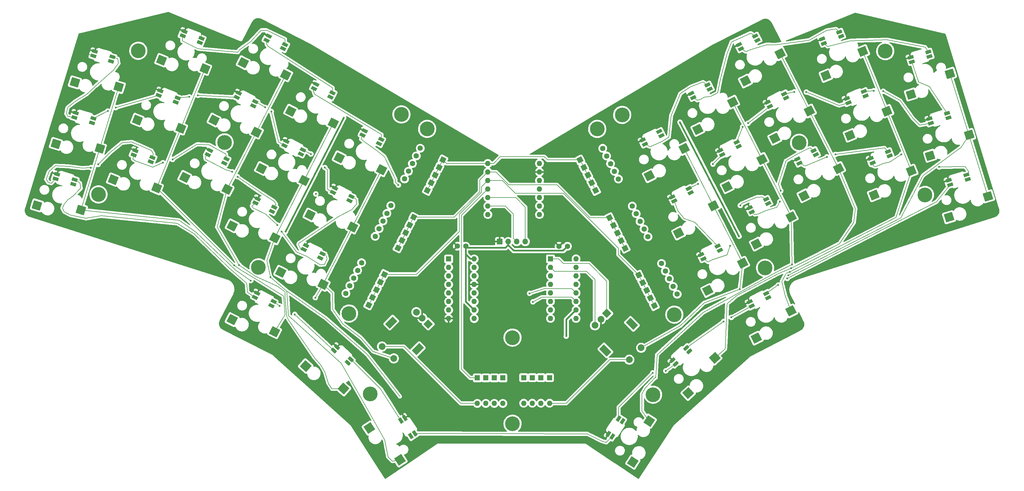
<source format=gbr>
G04 #@! TF.GenerationSoftware,KiCad,Pcbnew,(6.0.7)*
G04 #@! TF.CreationDate,2023-01-09T18:54:25-06:00*
G04 #@! TF.ProjectId,voxcertus-main,766f7863-6572-4747-9573-2d6d61696e2e,1.7*
G04 #@! TF.SameCoordinates,Original*
G04 #@! TF.FileFunction,Copper,L2,Bot*
G04 #@! TF.FilePolarity,Positive*
%FSLAX46Y46*%
G04 Gerber Fmt 4.6, Leading zero omitted, Abs format (unit mm)*
G04 Created by KiCad (PCBNEW (6.0.7)) date 2023-01-09 18:54:25*
%MOMM*%
%LPD*%
G01*
G04 APERTURE LIST*
G04 Aperture macros list*
%AMHorizOval*
0 Thick line with rounded ends*
0 $1 width*
0 $2 $3 position (X,Y) of the first rounded end (center of the circle)*
0 $4 $5 position (X,Y) of the second rounded end (center of the circle)*
0 Add line between two ends*
20,1,$1,$2,$3,$4,$5,0*
0 Add two circle primitives to create the rounded ends*
1,1,$1,$2,$3*
1,1,$1,$4,$5*%
%AMRotRect*
0 Rectangle, with rotation*
0 The origin of the aperture is its center*
0 $1 length*
0 $2 width*
0 $3 Rotation angle, in degrees counterclockwise*
0 Add horizontal line*
21,1,$1,$2,0,0,$3*%
G04 Aperture macros list end*
G04 #@! TA.AperFunction,SMDPad,CuDef*
%ADD10RotRect,2.550000X2.500000X333.000000*%
G04 #@! TD*
G04 #@! TA.AperFunction,SMDPad,CuDef*
%ADD11RotRect,2.550000X2.500000X27.000000*%
G04 #@! TD*
G04 #@! TA.AperFunction,ComponentPad*
%ADD12RotRect,1.600000X1.600000X153.000000*%
G04 #@! TD*
G04 #@! TA.AperFunction,ComponentPad*
%ADD13HorizOval,1.600000X0.000000X0.000000X0.000000X0.000000X0*%
G04 #@! TD*
G04 #@! TA.AperFunction,ComponentPad*
%ADD14O,1.600000X1.600000*%
G04 #@! TD*
G04 #@! TA.AperFunction,ComponentPad*
%ADD15C,4.400000*%
G04 #@! TD*
G04 #@! TA.AperFunction,SMDPad,CuDef*
%ADD16RotRect,1.700000X1.000000X338.000000*%
G04 #@! TD*
G04 #@! TA.AperFunction,ComponentPad*
%ADD17RotRect,1.600000X1.600000X27.000000*%
G04 #@! TD*
G04 #@! TA.AperFunction,ComponentPad*
%ADD18HorizOval,1.600000X0.000000X0.000000X0.000000X0.000000X0*%
G04 #@! TD*
G04 #@! TA.AperFunction,SMDPad,CuDef*
%ADD19RotRect,2.550000X2.500000X318.000000*%
G04 #@! TD*
G04 #@! TA.AperFunction,SMDPad,CuDef*
%ADD20RotRect,1.700000X1.000000X343.000000*%
G04 #@! TD*
G04 #@! TA.AperFunction,ComponentPad*
%ADD21C,1.600000*%
G04 #@! TD*
G04 #@! TA.AperFunction,SMDPad,CuDef*
%ADD22RotRect,1.700000X1.000000X22.000000*%
G04 #@! TD*
G04 #@! TA.AperFunction,SMDPad,CuDef*
%ADD23RotRect,1.700000X1.000000X333.000000*%
G04 #@! TD*
G04 #@! TA.AperFunction,SMDPad,CuDef*
%ADD24RotRect,1.700000X1.000000X27.000000*%
G04 #@! TD*
G04 #@! TA.AperFunction,SMDPad,CuDef*
%ADD25RotRect,2.550000X2.500000X22.000000*%
G04 #@! TD*
G04 #@! TA.AperFunction,SMDPad,CuDef*
%ADD26RotRect,1.700000X1.000000X17.000000*%
G04 #@! TD*
G04 #@! TA.AperFunction,SMDPad,CuDef*
%ADD27RotRect,2.550000X2.500000X343.000000*%
G04 #@! TD*
G04 #@! TA.AperFunction,ComponentPad*
%ADD28RotRect,2.000000X2.000000X315.000000*%
G04 #@! TD*
G04 #@! TA.AperFunction,ComponentPad*
%ADD29C,2.000000*%
G04 #@! TD*
G04 #@! TA.AperFunction,ComponentPad*
%ADD30RotRect,3.200000X2.000000X315.000000*%
G04 #@! TD*
G04 #@! TA.AperFunction,SMDPad,CuDef*
%ADD31RotRect,2.550000X2.500000X42.000000*%
G04 #@! TD*
G04 #@! TA.AperFunction,SMDPad,CuDef*
%ADD32RotRect,2.550000X2.500000X57.000000*%
G04 #@! TD*
G04 #@! TA.AperFunction,ComponentPad*
%ADD33R,1.600000X1.600000*%
G04 #@! TD*
G04 #@! TA.AperFunction,SMDPad,CuDef*
%ADD34RotRect,2.550000X2.500000X17.000000*%
G04 #@! TD*
G04 #@! TA.AperFunction,SMDPad,CuDef*
%ADD35RotRect,1.700000X1.000000X153.000000*%
G04 #@! TD*
G04 #@! TA.AperFunction,ComponentPad*
%ADD36R,1.700000X1.700000*%
G04 #@! TD*
G04 #@! TA.AperFunction,ComponentPad*
%ADD37O,1.700000X1.700000*%
G04 #@! TD*
G04 #@! TA.AperFunction,SMDPad,CuDef*
%ADD38RotRect,1.700000X1.000000X42.000000*%
G04 #@! TD*
G04 #@! TA.AperFunction,SMDPad,CuDef*
%ADD39RotRect,1.700000X1.000000X318.000000*%
G04 #@! TD*
G04 #@! TA.AperFunction,SMDPad,CuDef*
%ADD40RotRect,2.550000X2.500000X338.000000*%
G04 #@! TD*
G04 #@! TA.AperFunction,SMDPad,CuDef*
%ADD41RotRect,1.700000X1.000000X57.000000*%
G04 #@! TD*
G04 #@! TA.AperFunction,ComponentPad*
%ADD42RotRect,2.000000X2.000000X225.000000*%
G04 #@! TD*
G04 #@! TA.AperFunction,ComponentPad*
%ADD43RotRect,3.200000X2.000000X225.000000*%
G04 #@! TD*
G04 #@! TA.AperFunction,SMDPad,CuDef*
%ADD44RotRect,1.700000X1.000000X303.000000*%
G04 #@! TD*
G04 #@! TA.AperFunction,SMDPad,CuDef*
%ADD45RotRect,2.550000X2.500000X303.000000*%
G04 #@! TD*
G04 #@! TA.AperFunction,ViaPad*
%ADD46C,0.600000*%
G04 #@! TD*
G04 #@! TA.AperFunction,Conductor*
%ADD47C,0.200000*%
G04 #@! TD*
G04 #@! TA.AperFunction,Conductor*
%ADD48C,0.500000*%
G04 #@! TD*
G04 APERTURE END LIST*
D10*
X109541045Y-97896879D03*
X96869868Y-94291301D03*
D11*
X217184201Y-91564722D03*
X206819296Y-99696614D03*
D12*
X116703135Y-116570904D03*
D13*
X109913665Y-113111496D03*
D12*
X117871535Y-114284904D03*
D13*
X111082065Y-110825496D03*
D14*
X149910000Y-83997200D03*
D12*
X131866935Y-86979904D03*
D13*
X125077465Y-83520496D03*
D15*
X71380000Y-72627200D03*
D10*
X72177645Y-86670079D03*
X59506468Y-83064501D03*
D16*
X64009511Y-42877536D03*
X64533960Y-41579479D03*
X59434449Y-39519143D03*
X58910000Y-40817200D03*
D17*
X180895200Y-84725200D03*
D18*
X187684670Y-81265792D03*
D12*
X135372135Y-80121904D03*
D13*
X128582665Y-76662496D03*
D15*
X131813400Y-68617400D03*
D12*
X134203735Y-82407904D03*
D13*
X127414265Y-78948496D03*
D19*
X106893446Y-146107688D03*
X95587221Y-139345425D03*
D20*
X26300000Y-85097200D03*
X26709320Y-83758374D03*
X21449644Y-82150329D03*
X21040324Y-83489156D03*
D21*
X173660000Y-103637200D03*
X171160000Y-103637200D03*
D22*
X269751980Y-76660312D03*
X269227531Y-75362254D03*
X264128020Y-77422592D03*
X264652469Y-78720648D03*
D23*
X85542475Y-93236731D03*
X86178062Y-91989322D03*
X81277526Y-89492374D03*
X80641939Y-90739783D03*
D14*
X165310000Y-83997200D03*
D24*
X233538061Y-90878434D03*
X232902475Y-89631025D03*
X228001939Y-92127973D03*
X228637525Y-93375382D03*
D25*
X276166882Y-81144647D03*
X265132677Y-88342234D03*
D23*
X117462475Y-72976731D03*
X118098062Y-71729322D03*
X113197526Y-69232374D03*
X112561939Y-70479783D03*
D15*
X33800000Y-88157200D03*
D26*
X287304498Y-65310452D03*
X286895178Y-63971627D03*
X281635502Y-65579671D03*
X282044822Y-66918498D03*
D11*
X240371317Y-94842034D03*
X230006412Y-102973926D03*
D17*
X178558400Y-80153200D03*
D18*
X185347870Y-76693792D03*
D15*
X199189200Y-147899200D03*
D14*
X149910000Y-94157200D03*
D17*
X197252800Y-116780000D03*
D18*
X204042270Y-113320592D03*
D10*
X86350845Y-101122679D03*
X73679668Y-97517101D03*
D14*
X149910000Y-86537200D03*
D27*
X28575395Y-92777468D03*
X15470619Y-91426993D03*
D23*
X99952475Y-107116731D03*
X100588062Y-105869322D03*
X95687526Y-103372374D03*
X95051939Y-104619783D03*
D11*
X231662201Y-77721722D03*
X221297296Y-85853614D03*
D17*
X194916000Y-112208000D03*
D18*
X201705470Y-108748592D03*
D14*
X165310000Y-91617200D03*
D17*
X199589600Y-121377400D03*
D18*
X206379070Y-117917992D03*
D12*
X125440735Y-99552904D03*
D13*
X118651265Y-96093496D03*
D24*
X238898061Y-59408434D03*
X238262475Y-58161025D03*
X233361939Y-60657973D03*
X233997525Y-61905382D03*
D11*
X225893317Y-108685034D03*
X215528412Y-116816926D03*
D28*
X185389464Y-123660334D03*
D29*
X181853930Y-127195868D03*
X183621697Y-125428101D03*
D30*
X184965200Y-134691200D03*
X192884796Y-126771604D03*
D29*
X192106978Y-137448916D03*
X195642512Y-133913382D03*
D12*
X133035335Y-84693904D03*
D13*
X126245865Y-81234496D03*
D10*
X103800645Y-66934279D03*
X91129468Y-63328701D03*
D31*
X217583973Y-136923036D03*
X209676931Y-147460475D03*
D32*
X198066191Y-155786602D03*
X193155865Y-168011480D03*
D22*
X255261980Y-41030312D03*
X254737531Y-39732254D03*
X249638020Y-41792592D03*
X250162469Y-43090648D03*
D15*
X157279200Y-130881200D03*
D14*
X149910000Y-81457200D03*
D33*
X168600000Y-107375992D03*
D14*
X168600000Y-109915992D03*
X168600000Y-112455992D03*
X168600000Y-114995992D03*
X168600000Y-117535992D03*
X168600000Y-120075992D03*
X168600000Y-122615992D03*
X168600000Y-125155992D03*
X176220000Y-125155992D03*
X176220000Y-122615992D03*
X176220000Y-120075992D03*
X176220000Y-117535992D03*
X176220000Y-114995992D03*
X176220000Y-112455992D03*
X176220000Y-109915992D03*
X176220000Y-107375992D03*
D33*
X149310000Y-142889200D03*
D14*
X149310000Y-150509200D03*
D34*
X293438043Y-70414761D03*
X281818516Y-76623264D03*
D11*
X240323601Y-122908322D03*
X229958696Y-131040214D03*
D15*
X280300000Y-88317200D03*
D34*
X287728043Y-52134761D03*
X276108516Y-58343264D03*
D17*
X190877400Y-104232400D03*
D18*
X197666870Y-100772992D03*
D27*
X39852995Y-56099868D03*
X26748219Y-54749393D03*
D23*
X108632475Y-90026731D03*
X109268062Y-88779322D03*
X104367526Y-86282374D03*
X103731939Y-87529783D03*
D24*
X233558061Y-118948434D03*
X232922475Y-117701025D03*
X228021939Y-120197973D03*
X228657525Y-121445382D03*
D33*
X154390000Y-142889200D03*
D14*
X154390000Y-150509200D03*
D24*
X219098061Y-104848434D03*
X218462475Y-103601025D03*
X213561939Y-106097973D03*
X214197525Y-107345382D03*
D11*
X222924601Y-60627522D03*
X212559696Y-68759414D03*
D10*
X100803445Y-114991079D03*
X88132268Y-111385501D03*
D33*
X138220000Y-107403400D03*
D14*
X138220000Y-109943400D03*
X138220000Y-112483400D03*
X138220000Y-115023400D03*
X138220000Y-117563400D03*
X138220000Y-120103400D03*
X138220000Y-122643400D03*
X138220000Y-125183400D03*
X145840000Y-125183400D03*
X145840000Y-122643400D03*
X145840000Y-120103400D03*
X145840000Y-117563400D03*
X145840000Y-115023400D03*
X145840000Y-112483400D03*
X145840000Y-109943400D03*
X145840000Y-107403400D03*
D23*
X85390000Y-121357200D03*
X86025587Y-120109791D03*
X81125051Y-117612843D03*
X80489464Y-118860252D03*
D35*
X89867525Y-72357669D03*
X89231938Y-73605078D03*
X94132474Y-76102026D03*
X94768061Y-74854617D03*
D10*
X86325445Y-129113479D03*
X73654268Y-125507901D03*
D12*
X119039935Y-111998904D03*
D13*
X112250465Y-108539496D03*
D14*
X165310000Y-81457200D03*
D36*
X153470000Y-102237200D03*
D37*
X156010000Y-102237200D03*
X158550000Y-102237200D03*
X161090000Y-102237200D03*
D10*
X89627445Y-52481679D03*
X76956268Y-48876101D03*
D15*
X81510000Y-109927200D03*
D17*
X188540600Y-99660400D03*
D18*
X195330070Y-96200992D03*
D34*
X299088043Y-88744761D03*
X287468516Y-94953264D03*
D26*
X293024498Y-83690452D03*
X292615178Y-82351627D03*
X287355502Y-83959671D03*
X287764822Y-85298498D03*
D20*
X37535178Y-48445807D03*
X37944498Y-47106981D03*
X32684822Y-45498936D03*
X32275502Y-46837763D03*
D33*
X168310800Y-142819200D03*
D14*
X168310800Y-150439200D03*
D22*
X262571980Y-58760312D03*
X262047531Y-57462254D03*
X256948020Y-59522592D03*
X257472469Y-60820648D03*
D17*
X186203800Y-95088400D03*
D18*
X192993270Y-91628992D03*
D21*
X143320000Y-103597200D03*
X140820000Y-103597200D03*
D14*
X149910000Y-89077200D03*
D38*
X209997440Y-134994131D03*
X209060657Y-133953728D03*
X204973360Y-137633946D03*
X205910143Y-138674349D03*
D17*
X182063600Y-87011200D03*
D18*
X188853070Y-83551792D03*
D14*
X149910000Y-91617200D03*
D24*
X247750536Y-76340252D03*
X247114950Y-75092843D03*
X242214414Y-77589791D03*
X242850000Y-78837200D03*
D33*
X163180000Y-142819200D03*
D14*
X163180000Y-150439200D03*
D24*
X210420000Y-87647200D03*
X209784414Y-86399791D03*
X204883878Y-88896739D03*
X205519464Y-90144148D03*
D17*
X177390000Y-77867200D03*
D18*
X184179470Y-74407792D03*
D12*
X126609135Y-97266904D03*
D13*
X119819665Y-93807496D03*
D10*
X95088445Y-84028479D03*
X82417268Y-80422901D03*
D12*
X123103935Y-104124904D03*
D13*
X116314465Y-100665496D03*
D27*
X34214195Y-74438668D03*
X21109419Y-73088193D03*
D12*
X114366335Y-121142904D03*
D13*
X107576865Y-117683496D03*
D17*
X198421200Y-119066000D03*
D18*
X205210670Y-115606592D03*
D10*
X118253245Y-80802679D03*
X105582068Y-77197101D03*
D39*
X108105714Y-138395821D03*
X109042497Y-137355418D03*
X104955200Y-133675200D03*
X104018418Y-134715602D03*
D17*
X187372200Y-97374400D03*
D18*
X194161670Y-93914992D03*
D11*
X254544517Y-80414834D03*
X244179612Y-88546726D03*
D26*
X281664498Y-46980452D03*
X281255178Y-45641627D03*
X275995502Y-47249671D03*
X276404822Y-48588498D03*
D12*
X136540535Y-77835904D03*
D13*
X129751065Y-74376496D03*
D16*
X56869511Y-60647536D03*
X57393960Y-59349479D03*
X52294449Y-57289143D03*
X51770000Y-58587200D03*
D33*
X165745400Y-142819200D03*
D14*
X165745400Y-150439200D03*
D15*
X268440000Y-45427200D03*
D25*
X261755010Y-45523731D03*
X250720805Y-52721318D03*
D15*
X205539200Y-124023200D03*
D33*
X160614600Y-142819200D03*
D14*
X160614600Y-150439200D03*
D10*
X80915245Y-69575879D03*
X68244068Y-65970301D03*
D15*
X157279200Y-156579792D03*
D14*
X165310000Y-78917200D03*
D11*
X208446601Y-74470522D03*
X198081696Y-82602414D03*
D15*
X232600000Y-110077200D03*
D11*
X237094717Y-46201034D03*
X226729812Y-54332926D03*
D24*
X216088061Y-56748434D03*
X215452475Y-55501025D03*
X210551939Y-57997973D03*
X211187525Y-59245382D03*
X230308061Y-42198434D03*
X229672475Y-40951025D03*
X224771939Y-43447973D03*
X225407525Y-44695382D03*
D14*
X165310000Y-89077200D03*
D15*
X189980000Y-64427200D03*
D17*
X179726800Y-82439200D03*
D18*
X186516270Y-78979792D03*
D15*
X124130000Y-64297200D03*
X45680000Y-45300200D03*
D24*
X201658061Y-70638434D03*
X201022475Y-69391025D03*
X196121939Y-71887973D03*
X196757525Y-73135382D03*
D12*
X115534735Y-118856904D03*
D13*
X108745265Y-115397496D03*
D24*
X224738061Y-73808434D03*
X224102475Y-72561025D03*
X219201939Y-75057973D03*
X219837525Y-76305382D03*
D17*
X196084400Y-114494000D03*
D18*
X202873870Y-111034592D03*
D33*
X146770000Y-142889200D03*
D14*
X146770000Y-150509200D03*
D23*
X88832475Y-44676731D03*
X89468062Y-43429322D03*
X84567526Y-40932374D03*
X83931939Y-42179783D03*
D16*
X49379511Y-78437536D03*
X49903960Y-77139479D03*
X44804449Y-75079143D03*
X44280000Y-76377200D03*
D23*
X71342475Y-78806731D03*
X71978062Y-77559322D03*
X67077526Y-75062374D03*
X66441939Y-76309783D03*
D25*
X268944481Y-63329184D03*
X257910276Y-70526771D03*
D15*
X242730000Y-72757200D03*
D40*
X65532398Y-50629472D03*
X52595191Y-48141979D03*
D20*
X31870000Y-66837200D03*
X32279320Y-65498374D03*
X27019644Y-63890329D03*
X26610324Y-65229156D03*
D33*
X151850000Y-142889200D03*
D14*
X151850000Y-150509200D03*
D23*
X102972475Y-59076731D03*
X103608062Y-57829322D03*
X98707526Y-55332374D03*
X98071939Y-56579783D03*
D15*
X108511200Y-123697200D03*
D12*
X124272335Y-101838904D03*
D13*
X117482865Y-98379496D03*
D40*
X58335397Y-68444935D03*
X45398190Y-65957442D03*
D17*
X189709000Y-101946400D03*
D18*
X196498470Y-98486992D03*
D41*
X190060315Y-155770312D03*
X188886176Y-155007817D03*
X185890661Y-159620505D03*
X187064800Y-160383000D03*
D42*
X132133200Y-126817200D03*
D29*
X128597666Y-123281666D03*
X130365433Y-125049433D03*
D43*
X129021930Y-134312532D03*
X121102334Y-126392936D03*
D29*
X118344618Y-133534714D03*
X121880152Y-137070248D03*
D15*
X114861200Y-147640162D03*
D44*
X126959670Y-160238792D03*
X128133809Y-159476297D03*
X125138294Y-154863609D03*
X123964155Y-155626103D03*
D12*
X127777535Y-94955504D03*
D13*
X120988065Y-91496096D03*
D14*
X165310000Y-94157200D03*
X165310000Y-86537200D03*
D11*
X245835401Y-63294522D03*
X235470496Y-71426414D03*
D45*
X123727944Y-167337964D03*
X114557172Y-157879853D03*
D14*
X149910000Y-78917200D03*
D15*
X182530000Y-68627200D03*
D40*
X51130748Y-86252992D03*
X38193541Y-83765499D03*
D23*
X79932475Y-61706731D03*
X80568062Y-60459322D03*
X75667526Y-57962374D03*
X75031939Y-59209783D03*
D46*
X75260000Y-82877200D03*
X15659200Y-91477400D03*
X220210000Y-126077200D03*
X87180000Y-97297200D03*
X276339400Y-58355800D03*
X235420000Y-71640000D03*
X26733600Y-54672800D03*
X225920000Y-67977200D03*
X33710000Y-79217200D03*
X73698200Y-97471800D03*
X60880000Y-59067200D03*
X265239600Y-88429400D03*
X98620000Y-87997200D03*
X88420000Y-99237200D03*
X73700000Y-81417200D03*
X202999200Y-140787200D03*
X267860000Y-57377200D03*
X206946600Y-99859400D03*
X244284600Y-88683400D03*
X87810000Y-121417200D03*
X97160000Y-76107200D03*
X105270400Y-77126400D03*
X88100000Y-111619600D03*
X273260000Y-76187200D03*
X91173400Y-63258000D03*
X236530000Y-115197200D03*
X38189000Y-84035200D03*
X244890000Y-57627200D03*
X77025600Y-48957800D03*
X287490000Y-94982600D03*
X38970000Y-62257200D03*
X250812400Y-52996400D03*
X63450000Y-58597200D03*
X239210000Y-113217200D03*
X227520000Y-66917200D03*
X85330000Y-63417200D03*
X241290000Y-57557200D03*
X96583600Y-94500000D03*
X45351800Y-66102800D03*
X281902000Y-76821600D03*
X226707800Y-54418800D03*
X258026000Y-70598600D03*
X265030000Y-57237200D03*
X212610800Y-68896800D03*
X95557200Y-139517200D03*
X82435800Y-80530000D03*
X101300000Y-80127200D03*
X73647400Y-125488000D03*
X230035200Y-131152200D03*
X209857200Y-147391200D03*
X31550000Y-80177200D03*
X229959000Y-103161400D03*
X221297600Y-85991000D03*
X36570000Y-63287200D03*
X197878800Y-82765200D03*
X215379400Y-116928200D03*
X59601200Y-83171600D03*
X222560000Y-124857200D03*
X199110000Y-141407200D03*
X83480000Y-62207200D03*
X52413000Y-48348200D03*
X92339699Y-123938701D03*
X21069400Y-73113200D03*
X68161000Y-66052000D03*
X201630000Y-70687200D03*
X224730000Y-73847200D03*
X85530000Y-93227200D03*
X262610000Y-58767200D03*
X284520000Y-79977200D03*
X37530000Y-48477200D03*
X224843200Y-100655200D03*
X94090000Y-76137200D03*
X292940000Y-83677200D03*
X88830000Y-44677200D03*
X108640000Y-90077200D03*
X212660000Y-85007200D03*
X216100000Y-56737200D03*
X238890000Y-59387200D03*
X233390000Y-118997200D03*
X281690000Y-46957200D03*
X106939827Y-65297373D03*
X251030000Y-76947200D03*
X79940000Y-61717200D03*
X190045200Y-155773200D03*
X237270000Y-87057200D03*
X210111200Y-134945200D03*
X55890000Y-77727200D03*
X89569916Y-99267284D03*
X52990000Y-78687200D03*
X64030000Y-42907200D03*
X222180000Y-103467200D03*
X173300000Y-130447200D03*
X207229506Y-66626706D03*
X98349691Y-82096891D03*
X85320000Y-121427200D03*
X237010000Y-90307200D03*
X269750000Y-76637200D03*
X219060000Y-104777200D03*
X253560000Y-76227200D03*
X287330000Y-65307200D03*
X99810000Y-106977200D03*
X26320000Y-85067200D03*
X233570000Y-90887200D03*
X31830000Y-66917200D03*
X217050000Y-79107200D03*
X56830000Y-60757200D03*
X210380000Y-87647200D03*
X102920000Y-59127200D03*
X230270000Y-42197200D03*
X117470000Y-72997200D03*
X108105714Y-138395821D03*
X49350000Y-78407200D03*
X71340000Y-78827200D03*
X126959670Y-160238792D03*
X255230000Y-41067200D03*
X247720000Y-76287200D03*
X225212893Y-91440093D03*
X215953200Y-83637200D03*
X98680000Y-55367200D03*
X224800000Y-43427200D03*
X75640000Y-57937200D03*
X177420000Y-130767200D03*
X287350000Y-83917200D03*
X52290000Y-57287200D03*
X59460000Y-39557200D03*
X213550000Y-106137200D03*
X264130000Y-77427200D03*
X271490000Y-39297200D03*
X204890000Y-88857200D03*
X43710000Y-69487200D03*
X276090000Y-47207200D03*
X54880000Y-102057200D03*
X238740000Y-75607200D03*
X277800000Y-70317200D03*
X91750000Y-56517200D03*
X233330000Y-60667200D03*
X21500000Y-82177200D03*
X264357200Y-103857200D03*
X113150000Y-69307200D03*
X256890000Y-59527200D03*
X27030000Y-63937200D03*
X88590000Y-89837200D03*
X242210000Y-77617200D03*
X84570000Y-40867200D03*
X104340000Y-86287200D03*
X240830000Y-89857200D03*
X219200000Y-75067200D03*
X210540000Y-58017200D03*
X249610000Y-41787200D03*
X228000000Y-92087200D03*
X65770000Y-69787200D03*
X81270000Y-89467200D03*
X44810000Y-75107200D03*
X94540000Y-98117200D03*
X255530000Y-91157200D03*
X196180000Y-71917200D03*
X95680000Y-103357200D03*
X281600000Y-65597200D03*
X74570000Y-89967200D03*
X32690000Y-45457200D03*
X81160000Y-117597200D03*
X231530000Y-71817200D03*
X114360000Y-93877200D03*
X89850000Y-72387200D03*
X227980000Y-120217200D03*
X67110000Y-75077200D03*
X114607200Y-158059200D03*
X193093200Y-167965200D03*
X123230000Y-85367200D03*
X85070000Y-112917200D03*
X28575395Y-92777468D03*
X79200000Y-113857200D03*
X74240000Y-109347200D03*
X75740000Y-109207200D03*
X98470000Y-118967200D03*
X225057200Y-116457200D03*
X240657200Y-109057200D03*
X240357200Y-110157200D03*
X239957200Y-111257200D03*
X162359200Y-117673200D03*
X163375200Y-120213200D03*
X239557200Y-112257200D03*
D47*
X216340000Y-58907200D02*
X214560000Y-59107200D01*
X25490000Y-94297200D02*
X29970000Y-95307200D01*
X245700000Y-42197200D02*
X235610000Y-43577200D01*
X79510000Y-91597200D02*
X80641939Y-90739783D01*
X30310000Y-58237200D02*
X26770000Y-60467200D01*
X118344618Y-133534714D02*
X124880714Y-133534714D01*
X89468062Y-43429322D02*
X89410000Y-41807200D01*
X124880714Y-133534714D02*
X141855200Y-150509200D01*
X86025587Y-120109791D02*
X87810000Y-121417200D01*
X95860000Y-106587200D02*
X92870000Y-105337200D01*
X65760000Y-77637200D02*
X65630000Y-76987200D01*
X78220000Y-117347200D02*
X80489464Y-118860252D01*
X254680000Y-61617200D02*
X257472469Y-60820648D01*
X38230000Y-51187200D02*
X35620000Y-53447200D01*
X24740000Y-79777200D02*
X20970000Y-79617200D01*
X87180000Y-97297200D02*
X83590000Y-94017200D01*
X229672475Y-40951025D02*
X228360000Y-40047200D01*
X87490000Y-72517200D02*
X89231938Y-73605078D01*
X26770000Y-60467200D02*
X24550000Y-62277200D01*
X86178062Y-91989322D02*
X86740000Y-91057200D01*
X251260000Y-44007200D02*
X250162469Y-43090648D01*
X211630000Y-96417200D02*
X208480000Y-95317200D01*
X220210000Y-126077200D02*
X209060657Y-133953728D01*
X26709320Y-83758374D02*
X28270000Y-84757200D01*
X79158446Y-42600446D02*
X81841200Y-39695200D01*
X286895178Y-63971627D02*
X281640000Y-56027200D01*
X23616160Y-90944160D02*
X23020000Y-92227200D01*
X173281200Y-150439200D02*
X168310800Y-150439200D01*
X224102475Y-72561025D02*
X225920000Y-67977200D01*
X100588062Y-105869322D02*
X101720000Y-106437200D01*
X198270000Y-73937200D02*
X196757525Y-73135382D01*
X239210000Y-113217200D02*
X283757200Y-90357200D01*
X221230000Y-46157200D02*
X219340000Y-53647200D01*
X89410000Y-41807200D02*
X83900998Y-39159402D01*
X227990000Y-45087200D02*
X226910000Y-45567200D01*
X117909200Y-146121200D02*
X123964155Y-155626103D01*
X66790000Y-78247200D02*
X65760000Y-77637200D01*
X63550000Y-44697200D02*
X75380000Y-45727200D01*
X75772894Y-45056894D02*
X79158446Y-42600446D01*
X99057869Y-130077200D02*
X99183935Y-130203265D01*
X267860000Y-57377200D02*
X272910000Y-60167200D01*
X37944498Y-47106981D02*
X39580000Y-47707200D01*
X97800397Y-57007597D02*
X98071939Y-56579783D01*
X43600000Y-72477200D02*
X40800000Y-72737200D01*
X29970000Y-95307200D02*
X34640000Y-94537200D01*
X31550000Y-80177200D02*
X28790000Y-80297200D01*
X201810000Y-72387200D02*
X198270000Y-73937200D01*
X75380000Y-45727200D02*
X75772894Y-45056894D01*
X253760000Y-38817200D02*
X250960000Y-39247200D01*
X203920000Y-71047200D02*
X201810000Y-72387200D01*
X58910000Y-40817200D02*
X58770000Y-42387200D01*
X73700000Y-81417200D02*
X71770000Y-80827200D01*
X37150000Y-75747200D02*
X33710000Y-79217200D01*
X109042497Y-137355418D02*
X117909200Y-146121200D01*
X39580000Y-47707200D02*
X39770000Y-49037200D01*
X192106978Y-137448916D02*
X186271484Y-137448916D01*
X28270000Y-84757200D02*
X28510000Y-86317200D01*
X98410000Y-58387200D02*
X98226185Y-58271015D01*
X97800397Y-57007597D02*
X98226185Y-58271015D01*
X278420000Y-54667200D02*
X276404822Y-48588498D01*
X186271484Y-137448916D02*
X173281200Y-150439200D01*
X71770000Y-80827200D02*
X66790000Y-78247200D01*
X24700000Y-64867200D02*
X26610324Y-65229156D01*
X226910000Y-45567200D02*
X225407525Y-44695382D01*
X18190000Y-83597200D02*
X18830000Y-84627200D01*
X19040000Y-81337200D02*
X18190000Y-83597200D01*
X34640000Y-94537200D02*
X57270000Y-96817200D01*
X32840000Y-55887200D02*
X30310000Y-58237200D01*
X24200000Y-64067200D02*
X24700000Y-64867200D01*
X262047531Y-57462254D02*
X265030000Y-57237200D01*
X283757200Y-90357200D02*
X287764822Y-85298498D01*
X244890000Y-57627200D02*
X254680000Y-61617200D01*
X281255178Y-45641627D02*
X280340000Y-44217200D01*
X118210000Y-70287200D02*
X98410000Y-58387200D01*
X35620000Y-53447200D02*
X32840000Y-55887200D01*
X23560000Y-93287200D02*
X25490000Y-94297200D01*
X228360000Y-40047200D02*
X222570000Y-42667200D01*
X24550000Y-62277200D02*
X24200000Y-64067200D01*
X50170000Y-76037200D02*
X49590000Y-75067200D01*
X141855200Y-150509200D02*
X146770000Y-150509200D01*
X208480000Y-95317200D02*
X206650000Y-93047200D01*
X82349200Y-39187200D02*
X83873200Y-39187200D01*
X183851508Y-161712892D02*
X185219200Y-162123200D01*
X278740000Y-67487200D02*
X282044822Y-66918498D01*
X103608062Y-57829322D02*
X103610000Y-56327200D01*
X101300000Y-80127200D02*
X102090000Y-80917200D01*
X212350000Y-60087200D02*
X211187525Y-59245382D01*
X62360000Y-99937200D02*
X72900000Y-110217200D01*
X102090000Y-86657200D02*
X103731939Y-87529783D01*
X207280000Y-58117200D02*
X204560000Y-64687200D01*
X103610000Y-56327200D02*
X84320000Y-43967200D01*
X63450000Y-58597200D02*
X75031939Y-59209783D01*
X81841200Y-39695200D02*
X82349200Y-39187200D01*
X214560000Y-59107200D02*
X213180000Y-59867200D01*
X83930000Y-43297200D02*
X83931939Y-42179783D01*
X185219200Y-162123200D02*
X187064800Y-160383000D01*
X214060000Y-54627200D02*
X210300000Y-56107200D01*
X49590000Y-75067200D02*
X43600000Y-72477200D01*
X179631200Y-159583200D02*
X183851508Y-161712892D01*
X65630000Y-76987200D02*
X66441939Y-76309783D01*
X39770000Y-49037200D02*
X38230000Y-51187200D01*
X18830000Y-84627200D02*
X19720000Y-84817200D01*
X101160000Y-109057200D02*
X99900000Y-109177200D01*
X38970000Y-62257200D02*
X51770000Y-58587200D01*
X276690000Y-65507200D02*
X278740000Y-67487200D01*
X219340000Y-53647200D02*
X218490000Y-57867200D01*
X72900000Y-110217200D02*
X78030000Y-114637200D01*
X23020000Y-92227200D02*
X23560000Y-93287200D01*
X210300000Y-56107200D02*
X207280000Y-58117200D01*
X257990000Y-42327200D02*
X251260000Y-44007200D01*
X232922475Y-117701025D02*
X236530000Y-115197200D01*
X20970000Y-79617200D02*
X19040000Y-81337200D01*
X281640000Y-56027200D02*
X278420000Y-54667200D01*
X94768061Y-74854617D02*
X97160000Y-76107200D01*
X206650000Y-93047200D02*
X205519464Y-90144148D01*
X82220000Y-87667200D02*
X75260000Y-82877200D01*
X28790000Y-80297200D02*
X24740000Y-79777200D01*
X85330000Y-63417200D02*
X87490000Y-72517200D01*
X199110000Y-141407200D02*
X188886176Y-151631024D01*
X101720000Y-106437200D02*
X101940000Y-107367200D01*
X272910000Y-60167200D02*
X276690000Y-65507200D01*
X57270000Y-96817200D02*
X62360000Y-99937200D01*
X222560000Y-124857200D02*
X228657525Y-121445382D01*
X58770000Y-42387200D02*
X63550000Y-44697200D01*
X99900000Y-109177200D02*
X95860000Y-106587200D01*
X23616160Y-90944160D02*
X24683468Y-89725468D01*
X202999200Y-140787200D02*
X205910143Y-138674349D01*
X215452475Y-55501025D02*
X214060000Y-54627200D01*
X32279320Y-65498374D02*
X36570000Y-63287200D01*
X254737531Y-39732254D02*
X253760000Y-38817200D01*
X250960000Y-39247200D02*
X245700000Y-42197200D01*
X78030000Y-114637200D02*
X78220000Y-117347200D01*
X84320000Y-43967200D02*
X83930000Y-43297200D01*
X92339699Y-123938701D02*
X104018418Y-134715602D01*
X188886176Y-151631024D02*
X188886176Y-155007817D01*
X118098062Y-71729322D02*
X118210000Y-70287200D01*
X86740000Y-91057200D02*
X86130000Y-90207200D01*
X280340000Y-44217200D02*
X268910000Y-42007200D01*
X92870000Y-105337200D02*
X88420000Y-99237200D01*
X218462475Y-103601025D02*
X211630000Y-96417200D01*
X238262475Y-58161025D02*
X241290000Y-57557200D01*
X49903960Y-77139479D02*
X50170000Y-76037200D01*
X233010000Y-43497200D02*
X227990000Y-45087200D01*
X28510000Y-86317200D02*
X26220000Y-88647200D01*
X40800000Y-72737200D02*
X37150000Y-75747200D01*
X268910000Y-42007200D02*
X257990000Y-42327200D01*
X57393960Y-59349479D02*
X60880000Y-59067200D01*
X218490000Y-57867200D02*
X216340000Y-58907200D01*
X86130000Y-90207200D02*
X82220000Y-87667200D01*
X128133809Y-159476297D02*
X179631200Y-159583200D01*
X80568062Y-60459322D02*
X83480000Y-62207200D01*
X26220000Y-88647200D02*
X24683468Y-89725468D01*
X79960000Y-92257200D02*
X79510000Y-91597200D01*
X222570000Y-42667200D02*
X221230000Y-46157200D01*
X227520000Y-66917200D02*
X233997525Y-61905382D01*
X83590000Y-94017200D02*
X79960000Y-92257200D01*
X19720000Y-84817200D02*
X21040324Y-83489156D01*
X101940000Y-107367200D02*
X101160000Y-109057200D01*
X213180000Y-59867200D02*
X212350000Y-60087200D01*
X102090000Y-80917200D02*
X102090000Y-86657200D01*
X204560000Y-64687200D02*
X203920000Y-71047200D01*
X235610000Y-43577200D02*
X233010000Y-43497200D01*
X225212893Y-91440093D02*
X225212893Y-91284307D01*
D48*
X143320000Y-105987200D02*
X143320000Y-120123400D01*
D47*
X44070000Y-77627200D02*
X44280000Y-76377200D01*
D48*
X157650000Y-104957200D02*
X172340000Y-104957200D01*
X172340000Y-104957200D02*
X173660000Y-103637200D01*
D47*
X71978062Y-77559322D02*
X71840000Y-76107200D01*
D48*
X143800000Y-104077200D02*
X143320000Y-103597200D01*
X106939827Y-65297373D02*
X89569916Y-99267284D01*
D47*
X247114950Y-75092843D02*
X246100000Y-74257200D01*
X245390000Y-74527200D02*
X242330000Y-76067200D01*
X71840000Y-76107200D02*
X66740000Y-73377200D01*
D48*
X156010000Y-103317200D02*
X157650000Y-104957200D01*
D47*
X52990000Y-78687200D02*
X49960000Y-80007200D01*
X229510000Y-94157200D02*
X228637525Y-93375382D01*
D48*
X156010000Y-103257200D02*
X155190000Y-104077200D01*
D47*
X225212893Y-91284307D02*
X225600000Y-90897200D01*
X269227531Y-75362254D02*
X268230000Y-74307200D01*
X217050000Y-79092907D02*
X219837525Y-76305382D01*
D48*
X143320000Y-103597200D02*
X143320000Y-105987200D01*
D47*
X238830000Y-78117200D02*
X236620000Y-85087200D01*
X216660000Y-107727200D02*
X215620000Y-108337200D01*
X265350000Y-79877200D02*
X264830000Y-79647200D01*
X232560000Y-93087200D02*
X230560000Y-93987200D01*
X269806919Y-78474119D02*
X267800000Y-78957200D01*
X292310000Y-79877200D02*
X284520000Y-79977200D01*
X49960000Y-80007200D02*
X44820000Y-78127200D01*
X222180000Y-103467200D02*
X221220000Y-106157200D01*
D48*
X156010000Y-103257200D02*
X156010000Y-103317200D01*
D47*
X44820000Y-78127200D02*
X44070000Y-77627200D01*
D48*
X173300000Y-130447200D02*
X173300000Y-125527200D01*
X224843200Y-100655200D02*
X207229506Y-66626706D01*
D47*
X237010000Y-90307200D02*
X236130000Y-92007200D01*
X293400000Y-81437200D02*
X292310000Y-79877200D01*
X225600000Y-90897200D02*
X230140000Y-88977200D01*
X268230000Y-74307200D02*
X253560000Y-76227200D01*
X221220000Y-106157200D02*
X216660000Y-107727200D01*
X217050000Y-79107200D02*
X217050000Y-79092907D01*
X215620000Y-108337200D02*
X214197525Y-107345382D01*
D48*
X156010000Y-102237200D02*
X156010000Y-103257200D01*
X155190000Y-104077200D02*
X143800000Y-104077200D01*
X143320000Y-120123400D02*
X145840000Y-122643400D01*
X143320000Y-105987200D02*
X144736200Y-107403400D01*
D47*
X264830000Y-79647200D02*
X264652469Y-78720648D01*
X251030000Y-76947200D02*
X244570000Y-79717200D01*
X230140000Y-88977200D02*
X231740000Y-88897200D01*
X236130000Y-92007200D02*
X232560000Y-93087200D01*
X231740000Y-88897200D02*
X232902475Y-89631025D01*
X242330000Y-76067200D02*
X238830000Y-78117200D01*
X266340000Y-79597200D02*
X265350000Y-79877200D01*
D48*
X144736200Y-107403400D02*
X145840000Y-107403400D01*
D47*
X230560000Y-93987200D02*
X229510000Y-94157200D01*
X269806919Y-78474119D02*
X273260000Y-76187200D01*
D48*
X173300000Y-125527200D02*
X176220000Y-122607200D01*
D47*
X292615178Y-82351627D02*
X293400000Y-81437200D01*
X66740000Y-73377200D02*
X63120000Y-73227200D01*
X63120000Y-73227200D02*
X55890000Y-77727200D01*
X209784414Y-86399791D02*
X212660000Y-85007200D01*
X267800000Y-78957200D02*
X266340000Y-79597200D01*
X246100000Y-74257200D02*
X245390000Y-74527200D01*
X244570000Y-79717200D02*
X242850000Y-78837200D01*
X236620000Y-85087200D02*
X237270000Y-87057200D01*
X31220000Y-42947200D02*
X30307741Y-44164941D01*
X44090000Y-39447200D02*
X31220000Y-42947200D01*
X56920000Y-36847200D02*
X44090000Y-39447200D01*
X64440000Y-39657200D02*
X56920000Y-36847200D01*
X64533960Y-41579479D02*
X64440000Y-39657200D01*
X30307741Y-44164941D02*
X30712980Y-46364220D01*
X30712980Y-46364220D02*
X32275502Y-46837763D01*
X136540535Y-77835904D02*
X137621831Y-78917200D01*
X167730000Y-77867200D02*
X177390000Y-77867200D01*
X149289333Y-79017867D02*
X149390000Y-79027200D01*
X149910000Y-78917200D02*
X151620000Y-78917200D01*
X151620000Y-78917200D02*
X153630000Y-76907200D01*
X137621831Y-78917200D02*
X149910000Y-78917200D01*
X182063600Y-87011200D02*
X177390000Y-77867200D01*
X166770000Y-76907200D02*
X167730000Y-77867200D01*
X153630000Y-76907200D02*
X166770000Y-76907200D01*
X131866935Y-86979904D02*
X136540535Y-77835904D01*
X127777535Y-94955504D02*
X139931696Y-94955504D01*
X156150000Y-85267200D02*
X170510000Y-85267200D01*
X147490000Y-87397200D02*
X147490000Y-83877200D01*
X147490000Y-83877200D02*
X149910000Y-81457200D01*
X123103935Y-104124904D02*
X127777535Y-94955504D01*
X152340000Y-81457200D02*
X156150000Y-85267200D01*
X170510000Y-85267200D02*
X180331200Y-95088400D01*
X149910000Y-81457200D02*
X152340000Y-81457200D01*
X186203800Y-95088400D02*
X190877400Y-104232400D01*
X139931696Y-94955504D02*
X147490000Y-87397200D01*
X180331200Y-95088400D02*
X186203800Y-95088400D01*
X148025000Y-85882200D02*
X149910000Y-83997200D01*
X128638296Y-111998904D02*
X141410000Y-99227200D01*
X188822600Y-104179800D02*
X172450000Y-87807200D01*
X141410000Y-99227200D02*
X141410000Y-94057200D01*
X158090000Y-87807200D02*
X154280000Y-83997200D01*
X141410000Y-94057200D02*
X148025000Y-87442200D01*
X114366335Y-121142904D02*
X119039935Y-111998904D01*
X119039935Y-111998904D02*
X128638296Y-111998904D01*
X188822600Y-106114600D02*
X188822600Y-104179800D01*
X148025000Y-87442200D02*
X148025000Y-85882200D01*
X194916000Y-112208000D02*
X199589600Y-121377400D01*
X194916000Y-112208000D02*
X188822600Y-106114600D01*
X154280000Y-83997200D02*
X149910000Y-83997200D01*
X172450000Y-87807200D02*
X158090000Y-87807200D01*
X144649200Y-142889200D02*
X146770000Y-142889200D01*
X142010000Y-140250000D02*
X144649200Y-142889200D01*
X149910000Y-86537200D02*
X142010000Y-94437200D01*
X142010000Y-94437200D02*
X142010000Y-127550000D01*
X142010000Y-127550000D02*
X142010000Y-140250000D01*
X142010000Y-127550000D02*
X142010000Y-128357200D01*
X113400000Y-72647200D02*
X112110000Y-71657200D01*
X122341627Y-83665573D02*
X122341627Y-84478827D01*
X122341627Y-84478827D02*
X123230000Y-85367200D01*
X119100000Y-76857200D02*
X116560000Y-74837200D01*
X122341627Y-83665573D02*
X119100000Y-76857200D01*
X112110000Y-71657200D02*
X112561939Y-70479783D01*
X116560000Y-74837200D02*
X113400000Y-72647200D01*
X157540000Y-93997200D02*
X155160000Y-91617200D01*
X157540000Y-101227200D02*
X157540000Y-93997200D01*
X158550000Y-102237200D02*
X157540000Y-101227200D01*
X155160000Y-91617200D02*
X149910000Y-91617200D01*
X158240000Y-89077200D02*
X149910000Y-89077200D01*
X161090000Y-102237200D02*
X161090000Y-91927200D01*
X161090000Y-91927200D02*
X158240000Y-89077200D01*
X90517928Y-117378472D02*
X89970000Y-116997200D01*
X113910000Y-135867200D02*
X101280000Y-124867200D01*
X106225200Y-138501200D02*
X112321200Y-149169200D01*
X121465200Y-167711200D02*
X123727944Y-167337964D01*
X90477200Y-124277200D02*
X106225200Y-138501200D01*
X120195200Y-166441200D02*
X121465200Y-167711200D01*
X123690000Y-148427200D02*
X113910000Y-135867200D01*
X119179200Y-161361200D02*
X120195200Y-166441200D01*
X85070000Y-112917200D02*
X83980000Y-107897200D01*
X103800645Y-66934279D02*
X86350845Y-101122679D01*
X112321200Y-149169200D02*
X119179200Y-161361200D01*
X83980000Y-107897200D02*
X86350845Y-101122679D01*
X89970000Y-116997200D02*
X90477200Y-124277200D01*
X89970000Y-116997200D02*
X85070000Y-112917200D01*
X101280000Y-124867200D02*
X90517928Y-117378472D01*
X74640000Y-110677200D02*
X79200000Y-113857200D01*
X62800000Y-99307200D02*
X74640000Y-110677200D01*
X28575395Y-92777468D02*
X57860000Y-95897200D01*
X39852995Y-56099868D02*
X28575395Y-92777468D01*
X57860000Y-95897200D02*
X62800000Y-99307200D01*
X88980000Y-118467200D02*
X89461200Y-124023200D01*
X74240000Y-109347200D02*
X51130748Y-86252992D01*
X81300000Y-113687200D02*
X76330000Y-110727200D01*
X88980000Y-118467200D02*
X81300000Y-113687200D01*
X89461200Y-124023200D02*
X86325445Y-129113479D01*
X65532398Y-50629472D02*
X51130748Y-86252992D01*
X76330000Y-110727200D02*
X74240000Y-109347200D01*
X80500000Y-112567200D02*
X75740000Y-109207200D01*
X69160000Y-97927200D02*
X72177645Y-86670079D01*
X87210000Y-115617200D02*
X80500000Y-112567200D01*
X98351200Y-136977200D02*
X100129200Y-139009200D01*
X102415200Y-144597200D02*
X103431200Y-146121200D01*
X100129200Y-139009200D02*
X101399200Y-141295200D01*
X89969200Y-124531200D02*
X90477200Y-125547200D01*
X89627445Y-52481679D02*
X72177645Y-86670079D01*
X103431200Y-146121200D02*
X106893446Y-146107688D01*
X89451430Y-117174970D02*
X87210000Y-115617200D01*
X75740000Y-109207200D02*
X69160000Y-97927200D01*
X89451430Y-117174970D02*
X89455204Y-118937204D01*
X90477200Y-125547200D02*
X98351200Y-136977200D01*
X101399200Y-141295200D02*
X102415200Y-144597200D01*
X89455204Y-118937204D02*
X89969200Y-124531200D01*
X110800000Y-91037200D02*
X109360000Y-92757200D01*
X100803445Y-114991079D02*
X103557874Y-117546526D01*
X103685200Y-122499200D02*
X106733200Y-126817200D01*
X100803445Y-114991079D02*
X98470000Y-118967200D01*
X112067200Y-130881200D02*
X115623200Y-134945200D01*
X106733200Y-126817200D02*
X112067200Y-130881200D01*
X93976080Y-104271120D02*
X95051939Y-104619783D01*
X103557874Y-117546526D02*
X103685200Y-122499200D01*
X93427052Y-103084252D02*
X93976080Y-104271120D01*
X109268062Y-88779322D02*
X110700000Y-89627200D01*
X109360000Y-92757200D02*
X105550000Y-94637200D01*
X118253245Y-80802679D02*
X100803445Y-114991079D01*
X93560000Y-102717200D02*
X93427052Y-103084252D01*
X105550000Y-94637200D02*
X93560000Y-102717200D01*
X115623200Y-134945200D02*
X121880152Y-137070248D01*
X110700000Y-89627200D02*
X110800000Y-91037200D01*
X214448968Y-120486968D02*
X214410000Y-120507200D01*
X208446601Y-74470522D02*
X225893317Y-108685034D01*
X214448968Y-120486968D02*
X207317200Y-127325200D01*
X207317200Y-127325200D02*
X195642512Y-133913382D01*
X225057200Y-116457200D02*
X214448968Y-120486968D01*
X225893317Y-108685034D02*
X225057200Y-116457200D01*
X195887200Y-152725200D02*
X198066191Y-155786602D01*
X195887200Y-147645200D02*
X195887200Y-152725200D01*
X200390000Y-135957200D02*
X199984012Y-142598012D01*
X196903200Y-145867200D02*
X195887200Y-147645200D01*
X240657200Y-109057200D02*
X235810000Y-111477200D01*
X199970000Y-142827200D02*
X199984012Y-142598012D01*
X235810000Y-111477200D02*
X214130000Y-123377200D01*
X199984012Y-142598012D02*
X196903200Y-145867200D01*
X240657200Y-109057200D02*
X240371317Y-94842034D01*
X214130000Y-123377200D02*
X200390000Y-135957200D01*
X222924601Y-60627522D02*
X240371317Y-94842034D01*
X259557200Y-92457200D02*
X254544517Y-80414834D01*
X240357200Y-110157200D02*
X236390000Y-111827200D01*
X259057200Y-96557200D02*
X259557200Y-92457200D01*
X220640997Y-134298997D02*
X217583973Y-136923036D01*
X220718573Y-133836198D02*
X220727844Y-133623844D01*
X220727844Y-133623844D02*
X220640997Y-134298997D01*
X237094717Y-46201034D02*
X254544517Y-80414834D01*
X240357200Y-110157200D02*
X254757200Y-102857200D01*
X236390000Y-111827200D02*
X224250000Y-118327200D01*
X254757200Y-102857200D02*
X259057200Y-96557200D01*
X224250000Y-118327200D02*
X221290000Y-120747200D01*
X221290000Y-120747200D02*
X220727844Y-133623844D01*
X237570000Y-114167200D02*
X238600000Y-118437200D01*
X239957200Y-111257200D02*
X271657200Y-95057200D01*
X238600000Y-118437200D02*
X240323601Y-122908322D01*
X239957200Y-111257200D02*
X238884553Y-111684553D01*
X238884553Y-111684553D02*
X237570000Y-114167200D01*
X271657200Y-95057200D02*
X276166882Y-81144647D01*
X261755010Y-45523731D02*
X276166882Y-81144647D01*
X162359200Y-117673200D02*
X166803200Y-116277200D01*
X166803200Y-116277200D02*
X174970000Y-116277200D01*
X174970000Y-116277200D02*
X176220000Y-117527200D01*
X163375200Y-120213200D02*
X166013200Y-118787200D01*
X174940000Y-118787200D02*
X176220000Y-120067200D01*
X166013200Y-118787200D02*
X174940000Y-118787200D01*
X273057200Y-95157200D02*
X279649569Y-82549569D01*
X290218331Y-74718331D02*
X290990000Y-74217200D01*
X287728043Y-52134761D02*
X299088043Y-88744761D01*
X239557200Y-112257200D02*
X273057200Y-95157200D01*
X290990000Y-74217200D02*
X293438043Y-70414761D01*
X279649569Y-82549569D02*
X290218331Y-74718331D01*
X172400000Y-108727200D02*
X180083200Y-108727200D01*
X185475709Y-124268443D02*
X185475709Y-124202909D01*
X185389464Y-114033464D02*
X185389464Y-123660334D01*
X168600000Y-107367200D02*
X171040000Y-107367200D01*
X171040000Y-107367200D02*
X172400000Y-108727200D01*
X180083200Y-108727200D02*
X185389464Y-114033464D01*
X179379200Y-111071200D02*
X181853930Y-113545930D01*
X179379200Y-111067200D02*
X179379200Y-111071200D01*
X179379200Y-111067200D02*
X169760000Y-111067200D01*
X169760000Y-111067200D02*
X168600000Y-109907200D01*
X181853930Y-113545930D02*
X181853930Y-127195868D01*
G04 #@! TA.AperFunction,Conductor*
G36*
X54671178Y-33757254D02*
G01*
X59372750Y-35656762D01*
X76076512Y-42405340D01*
X76079420Y-42406515D01*
X76090948Y-42411864D01*
X76127378Y-42431059D01*
X76136169Y-42432845D01*
X76185913Y-42442951D01*
X76190989Y-42444092D01*
X76248982Y-42458390D01*
X76257348Y-42458032D01*
X76257561Y-42458064D01*
X76261697Y-42458390D01*
X76261914Y-42458392D01*
X76270120Y-42460059D01*
X76279070Y-42459305D01*
X76279071Y-42459305D01*
X76297171Y-42457780D01*
X76329631Y-42455045D01*
X76334800Y-42454717D01*
X76371430Y-42453149D01*
X76385537Y-42452545D01*
X76385538Y-42452545D01*
X76394506Y-42452161D01*
X76402434Y-42449470D01*
X76402663Y-42449439D01*
X76406696Y-42448597D01*
X76406916Y-42448534D01*
X76415263Y-42447831D01*
X76423636Y-42444597D01*
X76423638Y-42444597D01*
X76467782Y-42427549D01*
X76470992Y-42426309D01*
X76475867Y-42424542D01*
X76532433Y-42405340D01*
X76539288Y-42400531D01*
X76539484Y-42400444D01*
X76543147Y-42398489D01*
X76543329Y-42398375D01*
X76551140Y-42395358D01*
X76559060Y-42389300D01*
X76598568Y-42359076D01*
X76602764Y-42356002D01*
X76644325Y-42326847D01*
X76644326Y-42326846D01*
X76651676Y-42321690D01*
X76656908Y-42315147D01*
X76657066Y-42315013D01*
X76660035Y-42312109D01*
X76660183Y-42311942D01*
X76666829Y-42306858D01*
X76686724Y-42279760D01*
X76702177Y-42258711D01*
X76705340Y-42254585D01*
X76737039Y-42214946D01*
X76737040Y-42214945D01*
X76742647Y-42207933D01*
X76759805Y-42166201D01*
X76764507Y-42156068D01*
X77834076Y-40095689D01*
X79543731Y-36802273D01*
X79550641Y-36790556D01*
X79567211Y-36765641D01*
X79567213Y-36765637D01*
X79572182Y-36758165D01*
X79577075Y-36742481D01*
X79586651Y-36719838D01*
X79643541Y-36615170D01*
X79693409Y-36523422D01*
X79702209Y-36509488D01*
X79849227Y-36307320D01*
X79859772Y-36294652D01*
X79920019Y-36231221D01*
X80031918Y-36113408D01*
X80044018Y-36102232D01*
X80238340Y-35945015D01*
X80251804Y-35935508D01*
X80465001Y-35804990D01*
X80479590Y-35797323D01*
X80707979Y-35695758D01*
X80723444Y-35690060D01*
X80963150Y-35619170D01*
X80979226Y-35615540D01*
X81226131Y-35576545D01*
X81242531Y-35575046D01*
X81379168Y-35571528D01*
X81492416Y-35568612D01*
X81508884Y-35569266D01*
X81757466Y-35595503D01*
X81773709Y-35598301D01*
X82016746Y-35656762D01*
X82032484Y-35661657D01*
X82234444Y-35739284D01*
X82255017Y-35749913D01*
X82258158Y-35751409D01*
X82265635Y-35756382D01*
X82283946Y-35762094D01*
X82303685Y-35770142D01*
X97008675Y-43274234D01*
X97020889Y-43280467D01*
X97027677Y-43284199D01*
X153076707Y-76377316D01*
X153125197Y-76429174D01*
X153137953Y-76499015D01*
X153110924Y-76564666D01*
X153101741Y-76574910D01*
X151404856Y-78271795D01*
X151342544Y-78305821D01*
X151315761Y-78308700D01*
X151146899Y-78308700D01*
X151078778Y-78288698D01*
X151043686Y-78254971D01*
X150919357Y-78077411D01*
X150919355Y-78077408D01*
X150916198Y-78072900D01*
X150754300Y-77911002D01*
X150749792Y-77907845D01*
X150749789Y-77907843D01*
X150667944Y-77850535D01*
X150566749Y-77779677D01*
X150561767Y-77777354D01*
X150561762Y-77777351D01*
X150364225Y-77685239D01*
X150364224Y-77685239D01*
X150359243Y-77682916D01*
X150353935Y-77681494D01*
X150353933Y-77681493D01*
X150143402Y-77625081D01*
X150143400Y-77625081D01*
X150138087Y-77623657D01*
X149910000Y-77603702D01*
X149681913Y-77623657D01*
X149676600Y-77625081D01*
X149676598Y-77625081D01*
X149466067Y-77681493D01*
X149466065Y-77681494D01*
X149460757Y-77682916D01*
X149455776Y-77685239D01*
X149455775Y-77685239D01*
X149258238Y-77777351D01*
X149258233Y-77777354D01*
X149253251Y-77779677D01*
X149152056Y-77850535D01*
X149070211Y-77907843D01*
X149070208Y-77907845D01*
X149065700Y-77911002D01*
X148903802Y-78072900D01*
X148900645Y-78077408D01*
X148900643Y-78077411D01*
X148776314Y-78254971D01*
X148720857Y-78299299D01*
X148673101Y-78308700D01*
X137973810Y-78308700D01*
X137905689Y-78288698D01*
X137859196Y-78235042D01*
X137849092Y-78164768D01*
X137861543Y-78125497D01*
X137861900Y-78124798D01*
X138091462Y-77674258D01*
X138113673Y-77615786D01*
X138114684Y-77606850D01*
X138129027Y-77479970D01*
X138129027Y-77479967D01*
X138130035Y-77471050D01*
X138105118Y-77327540D01*
X138065994Y-77247855D01*
X138044880Y-77204851D01*
X138044879Y-77204850D01*
X138040923Y-77196792D01*
X137942612Y-77089316D01*
X137890274Y-77055067D01*
X137884479Y-77052114D01*
X136759880Y-76479102D01*
X136378889Y-76284977D01*
X136320417Y-76262766D01*
X136312570Y-76261879D01*
X136312566Y-76261878D01*
X136184601Y-76247412D01*
X136184598Y-76247412D01*
X136175681Y-76246404D01*
X136032171Y-76271321D01*
X135999072Y-76287572D01*
X135913155Y-76329756D01*
X135901423Y-76335516D01*
X135793947Y-76433827D01*
X135773087Y-76465705D01*
X135765843Y-76476775D01*
X135759698Y-76486165D01*
X135758153Y-76489198D01*
X135758151Y-76489201D01*
X135408629Y-77175176D01*
X134989608Y-77997550D01*
X134967397Y-78056022D01*
X134966510Y-78063869D01*
X134966509Y-78063873D01*
X134952151Y-78190886D01*
X134951035Y-78200758D01*
X134975952Y-78344268D01*
X134979907Y-78352323D01*
X134989432Y-78371723D01*
X135001500Y-78441687D01*
X134973827Y-78507068D01*
X134915199Y-78547109D01*
X134897884Y-78551398D01*
X134876960Y-78555031D01*
X134863771Y-78557321D01*
X134846948Y-78565581D01*
X134752694Y-78611858D01*
X134733023Y-78621516D01*
X134625547Y-78719827D01*
X134591298Y-78772165D01*
X134589752Y-78775200D01*
X134589751Y-78775201D01*
X134179976Y-79579429D01*
X133821208Y-80283550D01*
X133798997Y-80342022D01*
X133798110Y-80349869D01*
X133798109Y-80349873D01*
X133783811Y-80476352D01*
X133782635Y-80486758D01*
X133807552Y-80630268D01*
X133811507Y-80638323D01*
X133821032Y-80657723D01*
X133833100Y-80727687D01*
X133805427Y-80793068D01*
X133746799Y-80833109D01*
X133729484Y-80837398D01*
X133722884Y-80838544D01*
X133695371Y-80843321D01*
X133654712Y-80863284D01*
X133574581Y-80902627D01*
X133564623Y-80907516D01*
X133457147Y-81005827D01*
X133436287Y-81037705D01*
X133426646Y-81052438D01*
X133422898Y-81058165D01*
X133421352Y-81061200D01*
X133421351Y-81061201D01*
X133059501Y-81771370D01*
X132652808Y-82569550D01*
X132630597Y-82628022D01*
X132629710Y-82635869D01*
X132629709Y-82635873D01*
X132615243Y-82763838D01*
X132614235Y-82772758D01*
X132639152Y-82916268D01*
X132648201Y-82934698D01*
X132652632Y-82943723D01*
X132664700Y-83013687D01*
X132637027Y-83079068D01*
X132578399Y-83119109D01*
X132561084Y-83123398D01*
X132547717Y-83125719D01*
X132526971Y-83129321D01*
X132495102Y-83144968D01*
X132405132Y-83189142D01*
X132396223Y-83193516D01*
X132288747Y-83291827D01*
X132254498Y-83344165D01*
X132252952Y-83347200D01*
X132252951Y-83347201D01*
X131871171Y-84096486D01*
X131484408Y-84855550D01*
X131462197Y-84914022D01*
X131461310Y-84921869D01*
X131461309Y-84921873D01*
X131446843Y-85049838D01*
X131445835Y-85058758D01*
X131470752Y-85202268D01*
X131481777Y-85224722D01*
X131484232Y-85229723D01*
X131496300Y-85299687D01*
X131468627Y-85365068D01*
X131409999Y-85405109D01*
X131392684Y-85409398D01*
X131371760Y-85413031D01*
X131358571Y-85415321D01*
X131329024Y-85429828D01*
X131236451Y-85475280D01*
X131227823Y-85479516D01*
X131120347Y-85577827D01*
X131099225Y-85610105D01*
X131088021Y-85627227D01*
X131086098Y-85630165D01*
X131084552Y-85633200D01*
X131084551Y-85633201D01*
X130648130Y-86489725D01*
X130316008Y-87141550D01*
X130293797Y-87200022D01*
X130292910Y-87207869D01*
X130292909Y-87207873D01*
X130278627Y-87334214D01*
X130277435Y-87344758D01*
X130302352Y-87488268D01*
X130315872Y-87515805D01*
X130361373Y-87608477D01*
X130366547Y-87619016D01*
X130464858Y-87726492D01*
X130483442Y-87738653D01*
X130510263Y-87756204D01*
X130517196Y-87760741D01*
X130520231Y-87762287D01*
X130520232Y-87762288D01*
X131396637Y-88208839D01*
X132028581Y-88530831D01*
X132087053Y-88553042D01*
X132094900Y-88553929D01*
X132094904Y-88553930D01*
X132222869Y-88568396D01*
X132222872Y-88568396D01*
X132231789Y-88569404D01*
X132375299Y-88544487D01*
X132470826Y-88497585D01*
X132497988Y-88484249D01*
X132497989Y-88484248D01*
X132506047Y-88480292D01*
X132613523Y-88381981D01*
X132644174Y-88335141D01*
X132645904Y-88332498D01*
X132645906Y-88332495D01*
X132647772Y-88329643D01*
X132686256Y-88254115D01*
X133251284Y-87145185D01*
X133417862Y-86818258D01*
X133440073Y-86759786D01*
X133441153Y-86750239D01*
X133455427Y-86623970D01*
X133455427Y-86623967D01*
X133456435Y-86615050D01*
X133431518Y-86471540D01*
X133418038Y-86444085D01*
X133405970Y-86374121D01*
X133433643Y-86308740D01*
X133492271Y-86268699D01*
X133509586Y-86264410D01*
X133534858Y-86260022D01*
X133543699Y-86258487D01*
X133674447Y-86194292D01*
X133781923Y-86095981D01*
X133805852Y-86059414D01*
X133814304Y-86046498D01*
X133814306Y-86046495D01*
X133816172Y-86043643D01*
X133823711Y-86028848D01*
X134368173Y-84960282D01*
X134586262Y-84532258D01*
X134608473Y-84473786D01*
X134610205Y-84458472D01*
X134623827Y-84337970D01*
X134623827Y-84337967D01*
X134624835Y-84329050D01*
X134599918Y-84185540D01*
X134586438Y-84158085D01*
X134574370Y-84088121D01*
X134602043Y-84022740D01*
X134660671Y-83982699D01*
X134677986Y-83978410D01*
X134703258Y-83974022D01*
X134712099Y-83972487D01*
X134805355Y-83926700D01*
X134834788Y-83912249D01*
X134834789Y-83912248D01*
X134842847Y-83908292D01*
X134950323Y-83809981D01*
X134978760Y-83766525D01*
X134982704Y-83760498D01*
X134982706Y-83760495D01*
X134984572Y-83757643D01*
X134998424Y-83730458D01*
X135601459Y-82546936D01*
X135754662Y-82246258D01*
X135776873Y-82187786D01*
X135778296Y-82175203D01*
X135792227Y-82051970D01*
X135792227Y-82051967D01*
X135793235Y-82043050D01*
X135768318Y-81899540D01*
X135754838Y-81872085D01*
X135742770Y-81802121D01*
X135770443Y-81736740D01*
X135829071Y-81696699D01*
X135846386Y-81692410D01*
X135871658Y-81688022D01*
X135880499Y-81686487D01*
X135982780Y-81636269D01*
X136003188Y-81626249D01*
X136003189Y-81626248D01*
X136011247Y-81622292D01*
X136118723Y-81523981D01*
X136152972Y-81471643D01*
X136155458Y-81466765D01*
X136676345Y-80444466D01*
X136923062Y-79960258D01*
X136945273Y-79901786D01*
X136946691Y-79889247D01*
X136960627Y-79765970D01*
X136960627Y-79765967D01*
X136961635Y-79757050D01*
X136936718Y-79613540D01*
X136923238Y-79586085D01*
X136911170Y-79516121D01*
X136938843Y-79450740D01*
X136997471Y-79410699D01*
X137014786Y-79406410D01*
X137019107Y-79405660D01*
X137048899Y-79400487D01*
X137102615Y-79374114D01*
X137172575Y-79362046D01*
X137234848Y-79387255D01*
X137236650Y-79388638D01*
X137281464Y-79423025D01*
X137308402Y-79443696D01*
X137308408Y-79443699D01*
X137314956Y-79448724D01*
X137322582Y-79451883D01*
X137322584Y-79451884D01*
X137438040Y-79499707D01*
X137462981Y-79510038D01*
X137471169Y-79511116D01*
X137481332Y-79512454D01*
X137581946Y-79525700D01*
X137581951Y-79525700D01*
X137581960Y-79525701D01*
X137613643Y-79529872D01*
X137621831Y-79530950D01*
X137653524Y-79526778D01*
X137669967Y-79525700D01*
X148673101Y-79525700D01*
X148741222Y-79545702D01*
X148776314Y-79579429D01*
X148894493Y-79748205D01*
X148903802Y-79761500D01*
X149065700Y-79923398D01*
X149070208Y-79926555D01*
X149070211Y-79926557D01*
X149134782Y-79971770D01*
X149253251Y-80054723D01*
X149258233Y-80057046D01*
X149258238Y-80057049D01*
X149292457Y-80073005D01*
X149345742Y-80119922D01*
X149365203Y-80188199D01*
X149344661Y-80256159D01*
X149292457Y-80301395D01*
X149258238Y-80317351D01*
X149258233Y-80317354D01*
X149253251Y-80319677D01*
X149161640Y-80383824D01*
X149070211Y-80447843D01*
X149070208Y-80447845D01*
X149065700Y-80451002D01*
X148903802Y-80612900D01*
X148900645Y-80617408D01*
X148900643Y-80617411D01*
X148866196Y-80666607D01*
X148772477Y-80800451D01*
X148770154Y-80805433D01*
X148770151Y-80805438D01*
X148687864Y-80981906D01*
X148675716Y-81007957D01*
X148674294Y-81013265D01*
X148674293Y-81013267D01*
X148622086Y-81208104D01*
X148616457Y-81229113D01*
X148596502Y-81457200D01*
X148616457Y-81685287D01*
X148617881Y-81690600D01*
X148617881Y-81690602D01*
X148640931Y-81776626D01*
X148639241Y-81847603D01*
X148608319Y-81898332D01*
X147093766Y-83412885D01*
X147081375Y-83423752D01*
X147056013Y-83443213D01*
X147031526Y-83475125D01*
X147031523Y-83475128D01*
X147029490Y-83477777D01*
X146968401Y-83557390D01*
X146958476Y-83570324D01*
X146904797Y-83699917D01*
X146897162Y-83718350D01*
X146882265Y-83831504D01*
X146881500Y-83837315D01*
X146881500Y-83837320D01*
X146877534Y-83867450D01*
X146876250Y-83877200D01*
X146879288Y-83900273D01*
X146880422Y-83908890D01*
X146881500Y-83925336D01*
X146881500Y-87092961D01*
X146861498Y-87161082D01*
X146844595Y-87182056D01*
X139716552Y-94310099D01*
X139654240Y-94344125D01*
X139627457Y-94347004D01*
X129361431Y-94347004D01*
X129293310Y-94327002D01*
X129268460Y-94306047D01*
X129266815Y-94304248D01*
X129198554Y-94229624D01*
X129184946Y-94214747D01*
X129184945Y-94214746D01*
X129179612Y-94208916D01*
X129127274Y-94174667D01*
X129118380Y-94170135D01*
X127972187Y-93586120D01*
X127615889Y-93404577D01*
X127557417Y-93382366D01*
X127549570Y-93381479D01*
X127549566Y-93381478D01*
X127421601Y-93367012D01*
X127421598Y-93367012D01*
X127412681Y-93366004D01*
X127269171Y-93390921D01*
X127229591Y-93410354D01*
X127147059Y-93450876D01*
X127138423Y-93455116D01*
X127030947Y-93553427D01*
X127019082Y-93571559D01*
X126998706Y-93602697D01*
X126996698Y-93605765D01*
X126995152Y-93608800D01*
X126995151Y-93608801D01*
X126532313Y-94517170D01*
X126226608Y-95117150D01*
X126204397Y-95175622D01*
X126203510Y-95183469D01*
X126203509Y-95183473D01*
X126189043Y-95311438D01*
X126188035Y-95320358D01*
X126212952Y-95463868D01*
X126216907Y-95471924D01*
X126216908Y-95471926D01*
X126237923Y-95514729D01*
X126249991Y-95584693D01*
X126222317Y-95650074D01*
X126163689Y-95690115D01*
X126146375Y-95694403D01*
X126100771Y-95702321D01*
X125970023Y-95766516D01*
X125862547Y-95864827D01*
X125847063Y-95888489D01*
X125834803Y-95907225D01*
X125828298Y-95917165D01*
X125826752Y-95920200D01*
X125826751Y-95920201D01*
X125434382Y-96690267D01*
X125058208Y-97428550D01*
X125035997Y-97487022D01*
X125035110Y-97494869D01*
X125035109Y-97494873D01*
X125020643Y-97622838D01*
X125019635Y-97631758D01*
X125044552Y-97775268D01*
X125048507Y-97783323D01*
X125058032Y-97802723D01*
X125070100Y-97872687D01*
X125042427Y-97938068D01*
X124983799Y-97978109D01*
X124966484Y-97982398D01*
X124955559Y-97984295D01*
X124932371Y-97988321D01*
X124891966Y-98008159D01*
X124829276Y-98038939D01*
X124801623Y-98052516D01*
X124694147Y-98150827D01*
X124659898Y-98203165D01*
X124658352Y-98206200D01*
X124658351Y-98206201D01*
X124314250Y-98881536D01*
X123889808Y-99714550D01*
X123867597Y-99773022D01*
X123866710Y-99780869D01*
X123866709Y-99780873D01*
X123852243Y-99908838D01*
X123851235Y-99917758D01*
X123876152Y-100061268D01*
X123889033Y-100087503D01*
X123889632Y-100088723D01*
X123901700Y-100158687D01*
X123874027Y-100224068D01*
X123815399Y-100264109D01*
X123798084Y-100268398D01*
X123777160Y-100272031D01*
X123763971Y-100274321D01*
X123633223Y-100338516D01*
X123525747Y-100436827D01*
X123491498Y-100489165D01*
X123489952Y-100492200D01*
X123489951Y-100492201D01*
X123153958Y-101151624D01*
X122721408Y-102000550D01*
X122699197Y-102059022D01*
X122698310Y-102066869D01*
X122698309Y-102066873D01*
X122683843Y-102194838D01*
X122682835Y-102203758D01*
X122707752Y-102347268D01*
X122716807Y-102365710D01*
X122721232Y-102374723D01*
X122733300Y-102444687D01*
X122705627Y-102510068D01*
X122646999Y-102550109D01*
X122629684Y-102554398D01*
X122612222Y-102557430D01*
X122595571Y-102560321D01*
X122587515Y-102564276D01*
X122587516Y-102564276D01*
X122477671Y-102618208D01*
X122464823Y-102624516D01*
X122357347Y-102722827D01*
X122323098Y-102775165D01*
X122321552Y-102778200D01*
X122321551Y-102778201D01*
X121904827Y-103596068D01*
X121553008Y-104286550D01*
X121530797Y-104345022D01*
X121529910Y-104352869D01*
X121529909Y-104352873D01*
X121518623Y-104452712D01*
X121514435Y-104489758D01*
X121539352Y-104633268D01*
X121543307Y-104641323D01*
X121596086Y-104748819D01*
X121603547Y-104764016D01*
X121701858Y-104871492D01*
X121728346Y-104888825D01*
X121735611Y-104893579D01*
X121754196Y-104905741D01*
X121757231Y-104907287D01*
X121757232Y-104907288D01*
X122088940Y-105076302D01*
X123265581Y-105675831D01*
X123324053Y-105698042D01*
X123331900Y-105698929D01*
X123331904Y-105698930D01*
X123459869Y-105713396D01*
X123459872Y-105713396D01*
X123468789Y-105714404D01*
X123612299Y-105689487D01*
X123684970Y-105653807D01*
X123734988Y-105629249D01*
X123734989Y-105629248D01*
X123743047Y-105625292D01*
X123850523Y-105526981D01*
X123878404Y-105484375D01*
X123882904Y-105477498D01*
X123882906Y-105477495D01*
X123884772Y-105474643D01*
X123933767Y-105378486D01*
X124615715Y-104040089D01*
X124654862Y-103963258D01*
X124677073Y-103904786D01*
X124680938Y-103870602D01*
X124692427Y-103768970D01*
X124692427Y-103768967D01*
X124693435Y-103760050D01*
X124668518Y-103616540D01*
X124655038Y-103589085D01*
X124642970Y-103519121D01*
X124670643Y-103453740D01*
X124729271Y-103413699D01*
X124746586Y-103409410D01*
X124771858Y-103405022D01*
X124780699Y-103403487D01*
X124848901Y-103370001D01*
X124903388Y-103343249D01*
X124903389Y-103343248D01*
X124911447Y-103339292D01*
X125018923Y-103240981D01*
X125041008Y-103207231D01*
X125051304Y-103191498D01*
X125051306Y-103191495D01*
X125053172Y-103188643D01*
X125057716Y-103179726D01*
X125821713Y-101680298D01*
X125823262Y-101677258D01*
X125845473Y-101618786D01*
X125846933Y-101605879D01*
X125860827Y-101482970D01*
X125860827Y-101482967D01*
X125861835Y-101474050D01*
X125836918Y-101330540D01*
X125823438Y-101303085D01*
X125811370Y-101233121D01*
X125839043Y-101167740D01*
X125897671Y-101127699D01*
X125914986Y-101123410D01*
X125940258Y-101119022D01*
X125949099Y-101117487D01*
X126061140Y-101062477D01*
X126071788Y-101057249D01*
X126071789Y-101057248D01*
X126079847Y-101053292D01*
X126187323Y-100954981D01*
X126216514Y-100910373D01*
X126219704Y-100905498D01*
X126219706Y-100905495D01*
X126221572Y-100902643D01*
X126230529Y-100885065D01*
X126798697Y-99769972D01*
X126991662Y-99391258D01*
X127013873Y-99332786D01*
X127017075Y-99304466D01*
X127029227Y-99196970D01*
X127029227Y-99196967D01*
X127030235Y-99188050D01*
X127005318Y-99044540D01*
X126991838Y-99017085D01*
X126979770Y-98947121D01*
X127007443Y-98881740D01*
X127066071Y-98841699D01*
X127083386Y-98837410D01*
X127104632Y-98833721D01*
X127117499Y-98831487D01*
X127248247Y-98767292D01*
X127355723Y-98668981D01*
X127389972Y-98616643D01*
X127482156Y-98435723D01*
X127993093Y-97432953D01*
X128160062Y-97105258D01*
X128182273Y-97046786D01*
X128183944Y-97032012D01*
X128197627Y-96910970D01*
X128197627Y-96910967D01*
X128198635Y-96902050D01*
X128173718Y-96758540D01*
X128169762Y-96750482D01*
X128148747Y-96707679D01*
X128136679Y-96637715D01*
X128164353Y-96572334D01*
X128222981Y-96532293D01*
X128240295Y-96528005D01*
X128277058Y-96521622D01*
X128285899Y-96520087D01*
X128365431Y-96481038D01*
X128408588Y-96459849D01*
X128408589Y-96459848D01*
X128416647Y-96455892D01*
X128524123Y-96357581D01*
X128547679Y-96321583D01*
X128556504Y-96308098D01*
X128556506Y-96308095D01*
X128558372Y-96305243D01*
X128630737Y-96163220D01*
X128758742Y-95911995D01*
X128900999Y-95632801D01*
X128949747Y-95581186D01*
X129013266Y-95564004D01*
X139883560Y-95564004D01*
X139900003Y-95565082D01*
X139931696Y-95569254D01*
X139939885Y-95568176D01*
X139971570Y-95564005D01*
X139971580Y-95564004D01*
X139971581Y-95564004D01*
X140072195Y-95550758D01*
X140082359Y-95549420D01*
X140090547Y-95548342D01*
X140238572Y-95487028D01*
X140256032Y-95473631D01*
X140333768Y-95413981D01*
X140333771Y-95413978D01*
X140337389Y-95411202D01*
X140365683Y-95389491D01*
X140372607Y-95380468D01*
X140385148Y-95364125D01*
X140396015Y-95351734D01*
X140586405Y-95161344D01*
X140648717Y-95127318D01*
X140719532Y-95132383D01*
X140776368Y-95174930D01*
X140801179Y-95241450D01*
X140801500Y-95250439D01*
X140801500Y-98922961D01*
X140781498Y-98991082D01*
X140764595Y-99012056D01*
X128423152Y-111353499D01*
X128360840Y-111387525D01*
X128334057Y-111390404D01*
X120623831Y-111390404D01*
X120555710Y-111370402D01*
X120530860Y-111349447D01*
X120527595Y-111345877D01*
X120469493Y-111282359D01*
X120447346Y-111258147D01*
X120447345Y-111258146D01*
X120442012Y-111252316D01*
X120389674Y-111218067D01*
X120380154Y-111213216D01*
X119338207Y-110682317D01*
X118878289Y-110447977D01*
X118819817Y-110425766D01*
X118811970Y-110424879D01*
X118811966Y-110424878D01*
X118684001Y-110410412D01*
X118683998Y-110410412D01*
X118675081Y-110409404D01*
X118531571Y-110434321D01*
X118492295Y-110453605D01*
X118425533Y-110486384D01*
X118400823Y-110498516D01*
X118293347Y-110596827D01*
X118272826Y-110628186D01*
X118265249Y-110639766D01*
X118259098Y-110649165D01*
X118257552Y-110652200D01*
X118257551Y-110652201D01*
X117771816Y-111605509D01*
X117489008Y-112160550D01*
X117466797Y-112219022D01*
X117465910Y-112226869D01*
X117465909Y-112226873D01*
X117452015Y-112349778D01*
X117450435Y-112363758D01*
X117475352Y-112507268D01*
X117486723Y-112530428D01*
X117488832Y-112534723D01*
X117500900Y-112604687D01*
X117473227Y-112670068D01*
X117414599Y-112710109D01*
X117397284Y-112714398D01*
X117385961Y-112716364D01*
X117363171Y-112720321D01*
X117315312Y-112743819D01*
X117273152Y-112764519D01*
X117232423Y-112784516D01*
X117124947Y-112882827D01*
X117090698Y-112935165D01*
X117089152Y-112938200D01*
X117089151Y-112938201D01*
X116746813Y-113610077D01*
X116320608Y-114446550D01*
X116298397Y-114505022D01*
X116297510Y-114512869D01*
X116297509Y-114512873D01*
X116283043Y-114640838D01*
X116282035Y-114649758D01*
X116306952Y-114793268D01*
X116310907Y-114801323D01*
X116320432Y-114820723D01*
X116332500Y-114890687D01*
X116304827Y-114956068D01*
X116246199Y-114996109D01*
X116228884Y-115000398D01*
X116217561Y-115002364D01*
X116194771Y-115006321D01*
X116171137Y-115017925D01*
X116093778Y-115055907D01*
X116064023Y-115070516D01*
X115956547Y-115168827D01*
X115922298Y-115221165D01*
X115920752Y-115224200D01*
X115920751Y-115224201D01*
X115553940Y-115944108D01*
X115152208Y-116732550D01*
X115129997Y-116791022D01*
X115129110Y-116798869D01*
X115129109Y-116798873D01*
X115115460Y-116919611D01*
X115113635Y-116935758D01*
X115138552Y-117079268D01*
X115142507Y-117087323D01*
X115152032Y-117106723D01*
X115164100Y-117176687D01*
X115136427Y-117242068D01*
X115077799Y-117282109D01*
X115060484Y-117286398D01*
X115052018Y-117287868D01*
X115026371Y-117292321D01*
X114994631Y-117307905D01*
X114904583Y-117352117D01*
X114895623Y-117356516D01*
X114788147Y-117454827D01*
X114766407Y-117488050D01*
X114756872Y-117502621D01*
X114753898Y-117507165D01*
X114752352Y-117510200D01*
X114752351Y-117510201D01*
X114495411Y-118014473D01*
X113983808Y-119018550D01*
X113961597Y-119077022D01*
X113960710Y-119084869D01*
X113960709Y-119084873D01*
X113946243Y-119212838D01*
X113945235Y-119221758D01*
X113970152Y-119365268D01*
X113974107Y-119373323D01*
X113983632Y-119392723D01*
X113995700Y-119462687D01*
X113968027Y-119528068D01*
X113909399Y-119568109D01*
X113892084Y-119572398D01*
X113880761Y-119574364D01*
X113857971Y-119578321D01*
X113727223Y-119642516D01*
X113619747Y-119740827D01*
X113585498Y-119793165D01*
X113583952Y-119796200D01*
X113583951Y-119796201D01*
X113201466Y-120546870D01*
X112815408Y-121304550D01*
X112793197Y-121363022D01*
X112792310Y-121370869D01*
X112792309Y-121370873D01*
X112777843Y-121498838D01*
X112776835Y-121507758D01*
X112801752Y-121651268D01*
X112810405Y-121668891D01*
X112851107Y-121751790D01*
X112865947Y-121782016D01*
X112964258Y-121889492D01*
X113016596Y-121923741D01*
X113019631Y-121925287D01*
X113019632Y-121925288D01*
X113642209Y-122242507D01*
X114527981Y-122693831D01*
X114586453Y-122716042D01*
X114594300Y-122716929D01*
X114594304Y-122716930D01*
X114722269Y-122731396D01*
X114722272Y-122731396D01*
X114731189Y-122732404D01*
X114874699Y-122707487D01*
X114961077Y-122665077D01*
X114997388Y-122647249D01*
X114997389Y-122647248D01*
X115005447Y-122643292D01*
X115112923Y-122544981D01*
X115147172Y-122492643D01*
X115163138Y-122461309D01*
X115665105Y-121476143D01*
X115917262Y-120981258D01*
X115939473Y-120922786D01*
X115940713Y-120911824D01*
X115954827Y-120786970D01*
X115954827Y-120786967D01*
X115955835Y-120778050D01*
X115930918Y-120634540D01*
X115917438Y-120607085D01*
X115905370Y-120537121D01*
X115933043Y-120471740D01*
X115991671Y-120431699D01*
X116008986Y-120427410D01*
X116034258Y-120423022D01*
X116043099Y-120421487D01*
X116142282Y-120372790D01*
X116165788Y-120361249D01*
X116165789Y-120361248D01*
X116173847Y-120357292D01*
X116281323Y-120258981D01*
X116315572Y-120206643D01*
X116317200Y-120203449D01*
X117044580Y-118775885D01*
X117085662Y-118695258D01*
X117107873Y-118636786D01*
X117109950Y-118618420D01*
X117123227Y-118500970D01*
X117123227Y-118500967D01*
X117124235Y-118492050D01*
X117099318Y-118348540D01*
X117085838Y-118321085D01*
X117073770Y-118251121D01*
X117101443Y-118185740D01*
X117160071Y-118145699D01*
X117177386Y-118141410D01*
X117202658Y-118137022D01*
X117211499Y-118135487D01*
X117273507Y-118105042D01*
X117334188Y-118075249D01*
X117334189Y-118075248D01*
X117342247Y-118071292D01*
X117449723Y-117972981D01*
X117483972Y-117920643D01*
X117488944Y-117910886D01*
X118035969Y-116837289D01*
X118254062Y-116409258D01*
X118276273Y-116350786D01*
X118278254Y-116333270D01*
X118291627Y-116214970D01*
X118291627Y-116214967D01*
X118292635Y-116206050D01*
X118267718Y-116062540D01*
X118254238Y-116035085D01*
X118242170Y-115965121D01*
X118269843Y-115899740D01*
X118328471Y-115859699D01*
X118345786Y-115855410D01*
X118371058Y-115851022D01*
X118379899Y-115849487D01*
X118445571Y-115817243D01*
X118502588Y-115789249D01*
X118502589Y-115789248D01*
X118510647Y-115785292D01*
X118618123Y-115686981D01*
X118643175Y-115648698D01*
X118650504Y-115637498D01*
X118650506Y-115637495D01*
X118652372Y-115634643D01*
X118690588Y-115559641D01*
X119265446Y-114431418D01*
X119422462Y-114123258D01*
X119444673Y-114064786D01*
X119446055Y-114052566D01*
X119460027Y-113928970D01*
X119460027Y-113928967D01*
X119461035Y-113920050D01*
X119436118Y-113776540D01*
X119422638Y-113749085D01*
X119410570Y-113679121D01*
X119438243Y-113613740D01*
X119496871Y-113573699D01*
X119514186Y-113569410D01*
X119539458Y-113565022D01*
X119548299Y-113563487D01*
X119663851Y-113506753D01*
X119670988Y-113503249D01*
X119670989Y-113503248D01*
X119679047Y-113499292D01*
X119786523Y-113400981D01*
X119820772Y-113348643D01*
X119833742Y-113323189D01*
X119973174Y-113049537D01*
X120163399Y-112676201D01*
X120212147Y-112624586D01*
X120275666Y-112607404D01*
X128590160Y-112607404D01*
X128606603Y-112608482D01*
X128638296Y-112612654D01*
X128646485Y-112611576D01*
X128678170Y-112607405D01*
X128678180Y-112607404D01*
X128678181Y-112607404D01*
X128783990Y-112593474D01*
X128788960Y-112592820D01*
X128788962Y-112592819D01*
X128797147Y-112591742D01*
X128945172Y-112530428D01*
X128975355Y-112507268D01*
X129040368Y-112457381D01*
X129040371Y-112457378D01*
X129065730Y-112437919D01*
X129072283Y-112432891D01*
X129081201Y-112421269D01*
X129091748Y-112407525D01*
X129102615Y-112395134D01*
X137895074Y-103602675D01*
X139507483Y-103602675D01*
X139526472Y-103819719D01*
X139528375Y-103830512D01*
X139584764Y-104040961D01*
X139588510Y-104051253D01*
X139680586Y-104248711D01*
X139686069Y-104258206D01*
X139722509Y-104310248D01*
X139732988Y-104318624D01*
X139746434Y-104311556D01*
X140447978Y-103610012D01*
X140455592Y-103596068D01*
X140455461Y-103594235D01*
X140451210Y-103587620D01*
X139745713Y-102882123D01*
X139733938Y-102875693D01*
X139721923Y-102884989D01*
X139686069Y-102936194D01*
X139680586Y-102945689D01*
X139588510Y-103143147D01*
X139584764Y-103153439D01*
X139528375Y-103363888D01*
X139526472Y-103374681D01*
X139507483Y-103591725D01*
X139507483Y-103602675D01*
X137895074Y-103602675D01*
X141186405Y-100311344D01*
X141248717Y-100277318D01*
X141319532Y-100282383D01*
X141376368Y-100324930D01*
X141401179Y-100391450D01*
X141401500Y-100400439D01*
X141401500Y-102234665D01*
X141381498Y-102302786D01*
X141327842Y-102349279D01*
X141257568Y-102359383D01*
X141242889Y-102356372D01*
X141053312Y-102305575D01*
X141042519Y-102303672D01*
X140825475Y-102284683D01*
X140814525Y-102284683D01*
X140597481Y-102303672D01*
X140586688Y-102305575D01*
X140376239Y-102361964D01*
X140365947Y-102365710D01*
X140168489Y-102457786D01*
X140158994Y-102463269D01*
X140106952Y-102499709D01*
X140098576Y-102510188D01*
X140105644Y-102523634D01*
X141090115Y-103508105D01*
X141124141Y-103570417D01*
X141119076Y-103641232D01*
X141090115Y-103686295D01*
X140104923Y-104671487D01*
X140098493Y-104683262D01*
X140107789Y-104695277D01*
X140158994Y-104731131D01*
X140168489Y-104736614D01*
X140365947Y-104828690D01*
X140376239Y-104832436D01*
X140586688Y-104888825D01*
X140597481Y-104890728D01*
X140814525Y-104909717D01*
X140825475Y-104909717D01*
X141042519Y-104890728D01*
X141053312Y-104888825D01*
X141242889Y-104838028D01*
X141313865Y-104839718D01*
X141372661Y-104879512D01*
X141400609Y-104944776D01*
X141401500Y-104959735D01*
X141401500Y-140201864D01*
X141400422Y-140218307D01*
X141396250Y-140250000D01*
X141401500Y-140289880D01*
X141401500Y-140289885D01*
X141412433Y-140372929D01*
X141417162Y-140408851D01*
X141478476Y-140556876D01*
X141483503Y-140563427D01*
X141483504Y-140563429D01*
X141551520Y-140652069D01*
X141551526Y-140652075D01*
X141576013Y-140683987D01*
X141582568Y-140689017D01*
X141601379Y-140703452D01*
X141613770Y-140714319D01*
X144184885Y-143285434D01*
X144195752Y-143297825D01*
X144215213Y-143323187D01*
X144247125Y-143347674D01*
X144247128Y-143347677D01*
X144284639Y-143376460D01*
X144342325Y-143420724D01*
X144490350Y-143482038D01*
X144609315Y-143497700D01*
X144609320Y-143497700D01*
X144609329Y-143497701D01*
X144641012Y-143501872D01*
X144649200Y-143502950D01*
X144680893Y-143498778D01*
X144697336Y-143497700D01*
X145335500Y-143497700D01*
X145403621Y-143517702D01*
X145450114Y-143571358D01*
X145461500Y-143623700D01*
X145461500Y-143737334D01*
X145468255Y-143799516D01*
X145519385Y-143935905D01*
X145606739Y-144052461D01*
X145723295Y-144139815D01*
X145859684Y-144190945D01*
X145921866Y-144197700D01*
X147618134Y-144197700D01*
X147680316Y-144190945D01*
X147816705Y-144139815D01*
X147933261Y-144052461D01*
X147939174Y-144044572D01*
X147939878Y-144044045D01*
X147944992Y-144038931D01*
X147945730Y-144039669D01*
X147996031Y-144002057D01*
X148066849Y-143997030D01*
X148129143Y-144031088D01*
X148140823Y-144044567D01*
X148146739Y-144052461D01*
X148263295Y-144139815D01*
X148399684Y-144190945D01*
X148461866Y-144197700D01*
X150158134Y-144197700D01*
X150220316Y-144190945D01*
X150356705Y-144139815D01*
X150473261Y-144052461D01*
X150479174Y-144044572D01*
X150479878Y-144044045D01*
X150484992Y-144038931D01*
X150485730Y-144039669D01*
X150536031Y-144002057D01*
X150606849Y-143997030D01*
X150669143Y-144031088D01*
X150680823Y-144044567D01*
X150686739Y-144052461D01*
X150803295Y-144139815D01*
X150939684Y-144190945D01*
X151001866Y-144197700D01*
X152698134Y-144197700D01*
X152760316Y-144190945D01*
X152896705Y-144139815D01*
X153013261Y-144052461D01*
X153019174Y-144044572D01*
X153019878Y-144044045D01*
X153024992Y-144038931D01*
X153025730Y-144039669D01*
X153076031Y-144002057D01*
X153146849Y-143997030D01*
X153209143Y-144031088D01*
X153220823Y-144044567D01*
X153226739Y-144052461D01*
X153343295Y-144139815D01*
X153479684Y-144190945D01*
X153541866Y-144197700D01*
X155238134Y-144197700D01*
X155300316Y-144190945D01*
X155436705Y-144139815D01*
X155553261Y-144052461D01*
X155640615Y-143935905D01*
X155691745Y-143799516D01*
X155698500Y-143737334D01*
X155698500Y-143667334D01*
X159306100Y-143667334D01*
X159312855Y-143729516D01*
X159363985Y-143865905D01*
X159451339Y-143982461D01*
X159567895Y-144069815D01*
X159704284Y-144120945D01*
X159766466Y-144127700D01*
X161462734Y-144127700D01*
X161524916Y-144120945D01*
X161661305Y-144069815D01*
X161777861Y-143982461D01*
X161796475Y-143957624D01*
X161853334Y-143915111D01*
X161924152Y-143910086D01*
X161986445Y-143944146D01*
X161998122Y-143957620D01*
X162016739Y-143982461D01*
X162133295Y-144069815D01*
X162269684Y-144120945D01*
X162331866Y-144127700D01*
X164028134Y-144127700D01*
X164090316Y-144120945D01*
X164226705Y-144069815D01*
X164343261Y-143982461D01*
X164361875Y-143957624D01*
X164418734Y-143915111D01*
X164489552Y-143910086D01*
X164551845Y-143944146D01*
X164563522Y-143957620D01*
X164582139Y-143982461D01*
X164698695Y-144069815D01*
X164835084Y-144120945D01*
X164897266Y-144127700D01*
X166593534Y-144127700D01*
X166655716Y-144120945D01*
X166792105Y-144069815D01*
X166908661Y-143982461D01*
X166927275Y-143957624D01*
X166984134Y-143915111D01*
X167054952Y-143910086D01*
X167117245Y-143944146D01*
X167128922Y-143957620D01*
X167147539Y-143982461D01*
X167264095Y-144069815D01*
X167400484Y-144120945D01*
X167462666Y-144127700D01*
X169158934Y-144127700D01*
X169221116Y-144120945D01*
X169357505Y-144069815D01*
X169474061Y-143982461D01*
X169561415Y-143865905D01*
X169612545Y-143729516D01*
X169619300Y-143667334D01*
X169619300Y-141971066D01*
X169612545Y-141908884D01*
X169561415Y-141772495D01*
X169474061Y-141655939D01*
X169357505Y-141568585D01*
X169221116Y-141517455D01*
X169158934Y-141510700D01*
X167462666Y-141510700D01*
X167400484Y-141517455D01*
X167264095Y-141568585D01*
X167147539Y-141655939D01*
X167128925Y-141680776D01*
X167072066Y-141723289D01*
X167001248Y-141728314D01*
X166938955Y-141694254D01*
X166927278Y-141680780D01*
X166908661Y-141655939D01*
X166792105Y-141568585D01*
X166655716Y-141517455D01*
X166593534Y-141510700D01*
X164897266Y-141510700D01*
X164835084Y-141517455D01*
X164698695Y-141568585D01*
X164582139Y-141655939D01*
X164563525Y-141680776D01*
X164506666Y-141723289D01*
X164435848Y-141728314D01*
X164373555Y-141694254D01*
X164361878Y-141680780D01*
X164343261Y-141655939D01*
X164226705Y-141568585D01*
X164090316Y-141517455D01*
X164028134Y-141510700D01*
X162331866Y-141510700D01*
X162269684Y-141517455D01*
X162133295Y-141568585D01*
X162016739Y-141655939D01*
X161998125Y-141680776D01*
X161941266Y-141723289D01*
X161870448Y-141728314D01*
X161808155Y-141694254D01*
X161796478Y-141680780D01*
X161777861Y-141655939D01*
X161661305Y-141568585D01*
X161524916Y-141517455D01*
X161462734Y-141510700D01*
X159766466Y-141510700D01*
X159704284Y-141517455D01*
X159567895Y-141568585D01*
X159451339Y-141655939D01*
X159363985Y-141772495D01*
X159312855Y-141908884D01*
X159306100Y-141971066D01*
X159306100Y-143667334D01*
X155698500Y-143667334D01*
X155698500Y-142041066D01*
X155691745Y-141978884D01*
X155640615Y-141842495D01*
X155553261Y-141725939D01*
X155436705Y-141638585D01*
X155300316Y-141587455D01*
X155238134Y-141580700D01*
X153541866Y-141580700D01*
X153479684Y-141587455D01*
X153343295Y-141638585D01*
X153226739Y-141725939D01*
X153220826Y-141733828D01*
X153220122Y-141734355D01*
X153215008Y-141739469D01*
X153214270Y-141738731D01*
X153163969Y-141776343D01*
X153093151Y-141781370D01*
X153030857Y-141747312D01*
X153019177Y-141733833D01*
X153013261Y-141725939D01*
X152896705Y-141638585D01*
X152760316Y-141587455D01*
X152698134Y-141580700D01*
X151001866Y-141580700D01*
X150939684Y-141587455D01*
X150803295Y-141638585D01*
X150686739Y-141725939D01*
X150680826Y-141733828D01*
X150680122Y-141734355D01*
X150675008Y-141739469D01*
X150674270Y-141738731D01*
X150623969Y-141776343D01*
X150553151Y-141781370D01*
X150490857Y-141747312D01*
X150479177Y-141733833D01*
X150473261Y-141725939D01*
X150356705Y-141638585D01*
X150220316Y-141587455D01*
X150158134Y-141580700D01*
X148461866Y-141580700D01*
X148399684Y-141587455D01*
X148263295Y-141638585D01*
X148146739Y-141725939D01*
X148140826Y-141733828D01*
X148140122Y-141734355D01*
X148135008Y-141739469D01*
X148134270Y-141738731D01*
X148083969Y-141776343D01*
X148013151Y-141781370D01*
X147950857Y-141747312D01*
X147939177Y-141733833D01*
X147933261Y-141725939D01*
X147816705Y-141638585D01*
X147680316Y-141587455D01*
X147618134Y-141580700D01*
X145921866Y-141580700D01*
X145859684Y-141587455D01*
X145723295Y-141638585D01*
X145606739Y-141725939D01*
X145519385Y-141842495D01*
X145468255Y-141978884D01*
X145461500Y-142041066D01*
X145461500Y-142154700D01*
X145441498Y-142222821D01*
X145387842Y-142269314D01*
X145335500Y-142280700D01*
X144953439Y-142280700D01*
X144885318Y-142260698D01*
X144864344Y-142243795D01*
X142655405Y-140034856D01*
X142621379Y-139972544D01*
X142618500Y-139945761D01*
X142618500Y-130852785D01*
X154565898Y-130852785D01*
X154567822Y-130891424D01*
X154579477Y-131125542D01*
X154582136Y-131178959D01*
X154582777Y-131182690D01*
X154582778Y-131182698D01*
X154633012Y-131475042D01*
X154637441Y-131500819D01*
X154638529Y-131504458D01*
X154638530Y-131504461D01*
X154647740Y-131535255D01*
X154731014Y-131813704D01*
X154732527Y-131817175D01*
X154732529Y-131817181D01*
X154814168Y-132004491D01*
X154861497Y-132113081D01*
X154863420Y-132116352D01*
X154863422Y-132116356D01*
X154926751Y-132224081D01*
X155027002Y-132394614D01*
X155029303Y-132397629D01*
X155222831Y-132651212D01*
X155222836Y-132651217D01*
X155225131Y-132654225D01*
X155453014Y-132888153D01*
X155523636Y-132945036D01*
X155704396Y-133090631D01*
X155704401Y-133090635D01*
X155707349Y-133093009D01*
X155984453Y-133265827D01*
X156280312Y-133404103D01*
X156283921Y-133405286D01*
X156538459Y-133488728D01*
X156590640Y-133505834D01*
X156910942Y-133569546D01*
X156914714Y-133569833D01*
X156914722Y-133569834D01*
X157232802Y-133594029D01*
X157232807Y-133594029D01*
X157236579Y-133594316D01*
X157562833Y-133579786D01*
X157594339Y-133574542D01*
X157881237Y-133526790D01*
X157881242Y-133526789D01*
X157884978Y-133526167D01*
X158198349Y-133434234D01*
X158201816Y-133432744D01*
X158201820Y-133432743D01*
X158494921Y-133306816D01*
X158494923Y-133306815D01*
X158498405Y-133305319D01*
X158780801Y-133141291D01*
X159041445Y-132944524D01*
X159276563Y-132717870D01*
X159371753Y-132600947D01*
X159480355Y-132467551D01*
X159480358Y-132467547D01*
X159482749Y-132464610D01*
X159548978Y-132359643D01*
X159654988Y-132191628D01*
X159654990Y-132191625D01*
X159657015Y-132188415D01*
X159658833Y-132184579D01*
X159795209Y-131896722D01*
X159796838Y-131893284D01*
X159798040Y-131889682D01*
X159898990Y-131587097D01*
X159898992Y-131587091D01*
X159900192Y-131583493D01*
X159965581Y-131263529D01*
X159966628Y-131250667D01*
X159989045Y-130975041D01*
X159992056Y-130938026D01*
X159992651Y-130881200D01*
X159990710Y-130848996D01*
X159973226Y-130558993D01*
X159973226Y-130558989D01*
X159972998Y-130555215D01*
X159967850Y-130527024D01*
X159915005Y-130237673D01*
X159915004Y-130237669D01*
X159914325Y-130233951D01*
X159911191Y-130223856D01*
X159818604Y-129925677D01*
X159817482Y-129922063D01*
X159683870Y-129624069D01*
X159515426Y-129344284D01*
X159513099Y-129341300D01*
X159513094Y-129341293D01*
X159316926Y-129089758D01*
X159316924Y-129089756D01*
X159314590Y-129086763D01*
X159095215Y-128866236D01*
X159086942Y-128857920D01*
X159084270Y-128855234D01*
X158827803Y-128653052D01*
X158548905Y-128483145D01*
X158545461Y-128481579D01*
X158545457Y-128481577D01*
X158429058Y-128428654D01*
X158251614Y-128347975D01*
X157940237Y-128249500D01*
X157722692Y-128208590D01*
X157623009Y-128189845D01*
X157623007Y-128189845D01*
X157619286Y-128189145D01*
X157293408Y-128167786D01*
X157289628Y-128167994D01*
X157289627Y-128167994D01*
X157192097Y-128173362D01*
X156967324Y-128185732D01*
X156963597Y-128186393D01*
X156963593Y-128186393D01*
X156901639Y-128197373D01*
X156645757Y-128242722D01*
X156642141Y-128243824D01*
X156642133Y-128243826D01*
X156365561Y-128328119D01*
X156333367Y-128337931D01*
X156034677Y-128469981D01*
X156012189Y-128483360D01*
X155757274Y-128635017D01*
X155757268Y-128635021D01*
X155754014Y-128636957D01*
X155751012Y-128639273D01*
X155498462Y-128834115D01*
X155495444Y-128836443D01*
X155458624Y-128872689D01*
X155266790Y-129061534D01*
X155262713Y-129065547D01*
X155260349Y-129068514D01*
X155260346Y-129068517D01*
X155243420Y-129089758D01*
X155059191Y-129320951D01*
X154887826Y-129598957D01*
X154877751Y-129620811D01*
X154788133Y-129815210D01*
X154751102Y-129895536D01*
X154749941Y-129899140D01*
X154749941Y-129899141D01*
X154741396Y-129925677D01*
X154650997Y-130206392D01*
X154650279Y-130210103D01*
X154650278Y-130210107D01*
X154589682Y-130523305D01*
X154589681Y-130523314D01*
X154588963Y-130527024D01*
X154588696Y-130530800D01*
X154588695Y-130530805D01*
X154570025Y-130794497D01*
X154565898Y-130852785D01*
X142618500Y-130852785D01*
X142618500Y-120798771D01*
X142638502Y-120730650D01*
X142692158Y-120684157D01*
X142762432Y-120674053D01*
X142827012Y-120703547D01*
X142833595Y-120709676D01*
X144504329Y-122380410D01*
X144538355Y-122442722D01*
X144540755Y-122480487D01*
X144530362Y-122599277D01*
X144526502Y-122643400D01*
X144546457Y-122871487D01*
X144547881Y-122876800D01*
X144547881Y-122876802D01*
X144600545Y-123073343D01*
X144605716Y-123092643D01*
X144608039Y-123097624D01*
X144608039Y-123097625D01*
X144700151Y-123295162D01*
X144700154Y-123295167D01*
X144702477Y-123300149D01*
X144763260Y-123386956D01*
X144819537Y-123467327D01*
X144833802Y-123487700D01*
X144995700Y-123649598D01*
X145000208Y-123652755D01*
X145000211Y-123652757D01*
X145074365Y-123704680D01*
X145183251Y-123780923D01*
X145188233Y-123783246D01*
X145188238Y-123783249D01*
X145222457Y-123799205D01*
X145275742Y-123846122D01*
X145295203Y-123914399D01*
X145274661Y-123982359D01*
X145222457Y-124027595D01*
X145188238Y-124043551D01*
X145188233Y-124043554D01*
X145183251Y-124045877D01*
X145130383Y-124082896D01*
X145000211Y-124174043D01*
X145000208Y-124174045D01*
X144995700Y-124177202D01*
X144833802Y-124339100D01*
X144830645Y-124343608D01*
X144830643Y-124343611D01*
X144797807Y-124390506D01*
X144702477Y-124526651D01*
X144700154Y-124531633D01*
X144700151Y-124531638D01*
X144608039Y-124729175D01*
X144605716Y-124734157D01*
X144604294Y-124739465D01*
X144604293Y-124739467D01*
X144550965Y-124938490D01*
X144546457Y-124955313D01*
X144526502Y-125183400D01*
X144546457Y-125411487D01*
X144547881Y-125416800D01*
X144547881Y-125416802D01*
X144598583Y-125606021D01*
X144605716Y-125632643D01*
X144608039Y-125637624D01*
X144608039Y-125637625D01*
X144700151Y-125835162D01*
X144700154Y-125835167D01*
X144702477Y-125840149D01*
X144768425Y-125934332D01*
X144826546Y-126017337D01*
X144833802Y-126027700D01*
X144995700Y-126189598D01*
X145000208Y-126192755D01*
X145000211Y-126192757D01*
X145055235Y-126231285D01*
X145183251Y-126320923D01*
X145188233Y-126323246D01*
X145188238Y-126323249D01*
X145374956Y-126410316D01*
X145390757Y-126417684D01*
X145396065Y-126419106D01*
X145396067Y-126419107D01*
X145606598Y-126475519D01*
X145606600Y-126475519D01*
X145611913Y-126476943D01*
X145840000Y-126496898D01*
X146068087Y-126476943D01*
X146073400Y-126475519D01*
X146073402Y-126475519D01*
X146283933Y-126419107D01*
X146283935Y-126419106D01*
X146289243Y-126417684D01*
X146305044Y-126410316D01*
X146491762Y-126323249D01*
X146491767Y-126323246D01*
X146496749Y-126320923D01*
X146624765Y-126231285D01*
X146679789Y-126192757D01*
X146679792Y-126192755D01*
X146684300Y-126189598D01*
X146846198Y-126027700D01*
X146853455Y-126017337D01*
X146911575Y-125934332D01*
X146977523Y-125840149D01*
X146979846Y-125835167D01*
X146979849Y-125835162D01*
X147071961Y-125637625D01*
X147071961Y-125637624D01*
X147074284Y-125632643D01*
X147081418Y-125606021D01*
X147132119Y-125416802D01*
X147132119Y-125416800D01*
X147133543Y-125411487D01*
X147153498Y-125183400D01*
X147133543Y-124955313D01*
X147129035Y-124938490D01*
X147075707Y-124739467D01*
X147075706Y-124739465D01*
X147074284Y-124734157D01*
X147071961Y-124729175D01*
X146979849Y-124531638D01*
X146979846Y-124531633D01*
X146977523Y-124526651D01*
X146882193Y-124390506D01*
X146849357Y-124343611D01*
X146849355Y-124343608D01*
X146846198Y-124339100D01*
X146684300Y-124177202D01*
X146679792Y-124174045D01*
X146679789Y-124174043D01*
X146549617Y-124082896D01*
X146496749Y-124045877D01*
X146491767Y-124043554D01*
X146491762Y-124043551D01*
X146457543Y-124027595D01*
X146404258Y-123980678D01*
X146384797Y-123912401D01*
X146405339Y-123844441D01*
X146457543Y-123799205D01*
X146491762Y-123783249D01*
X146491767Y-123783246D01*
X146496749Y-123780923D01*
X146605635Y-123704680D01*
X146679789Y-123652757D01*
X146679792Y-123652755D01*
X146684300Y-123649598D01*
X146846198Y-123487700D01*
X146860464Y-123467327D01*
X146916740Y-123386956D01*
X146977523Y-123300149D01*
X146979846Y-123295167D01*
X146979849Y-123295162D01*
X147071961Y-123097625D01*
X147071961Y-123097624D01*
X147074284Y-123092643D01*
X147079456Y-123073343D01*
X147132119Y-122876802D01*
X147132119Y-122876800D01*
X147133543Y-122871487D01*
X147153498Y-122643400D01*
X147133543Y-122415313D01*
X147132119Y-122409998D01*
X147075707Y-122199467D01*
X147075706Y-122199465D01*
X147074284Y-122194157D01*
X147059315Y-122162056D01*
X146979849Y-121991638D01*
X146979846Y-121991633D01*
X146977523Y-121986651D01*
X146860037Y-121818864D01*
X146849357Y-121803611D01*
X146849355Y-121803608D01*
X146846198Y-121799100D01*
X146684300Y-121637202D01*
X146679792Y-121634045D01*
X146679789Y-121634043D01*
X146574134Y-121560063D01*
X146496749Y-121505877D01*
X146491767Y-121503554D01*
X146491762Y-121503551D01*
X146457543Y-121487595D01*
X146404258Y-121440678D01*
X146384797Y-121372401D01*
X146405339Y-121304441D01*
X146457543Y-121259205D01*
X146491762Y-121243249D01*
X146491767Y-121243246D01*
X146496749Y-121240923D01*
X146627413Y-121149431D01*
X146679789Y-121112757D01*
X146679792Y-121112755D01*
X146684300Y-121109598D01*
X146846198Y-120947700D01*
X146850201Y-120941984D01*
X146926406Y-120833151D01*
X146977523Y-120760149D01*
X146979846Y-120755167D01*
X146979849Y-120755162D01*
X147071961Y-120557625D01*
X147071961Y-120557624D01*
X147074284Y-120552643D01*
X147076727Y-120543528D01*
X147132119Y-120336802D01*
X147132119Y-120336800D01*
X147133543Y-120331487D01*
X147153498Y-120103400D01*
X147133543Y-119875313D01*
X147128692Y-119857208D01*
X147075707Y-119659467D01*
X147075706Y-119659465D01*
X147074284Y-119654157D01*
X147071961Y-119649175D01*
X146979849Y-119451638D01*
X146979846Y-119451633D01*
X146977523Y-119446651D01*
X146889658Y-119321167D01*
X146849357Y-119263611D01*
X146849355Y-119263608D01*
X146846198Y-119259100D01*
X146684300Y-119097202D01*
X146679792Y-119094045D01*
X146679789Y-119094043D01*
X146578737Y-119023286D01*
X146496749Y-118965877D01*
X146491767Y-118963554D01*
X146491762Y-118963551D01*
X146457543Y-118947595D01*
X146404258Y-118900678D01*
X146384797Y-118832401D01*
X146405339Y-118764441D01*
X146457543Y-118719205D01*
X146491762Y-118703249D01*
X146491767Y-118703246D01*
X146496749Y-118700923D01*
X146629991Y-118607626D01*
X146679789Y-118572757D01*
X146679792Y-118572755D01*
X146684300Y-118569598D01*
X146846198Y-118407700D01*
X146851995Y-118399422D01*
X146935343Y-118280388D01*
X146977523Y-118220149D01*
X146979846Y-118215167D01*
X146979849Y-118215162D01*
X147071961Y-118017625D01*
X147071961Y-118017624D01*
X147074284Y-118012643D01*
X147076238Y-118005353D01*
X147132119Y-117796802D01*
X147132119Y-117796800D01*
X147133543Y-117791487D01*
X147144886Y-117661840D01*
X161545663Y-117661840D01*
X161563363Y-117842360D01*
X161620618Y-118014473D01*
X161624265Y-118020495D01*
X161624266Y-118020497D01*
X161710029Y-118162109D01*
X161714580Y-118169624D01*
X161719469Y-118174687D01*
X161719470Y-118174688D01*
X161782045Y-118239486D01*
X161840582Y-118300102D01*
X161894306Y-118335258D01*
X161969081Y-118384189D01*
X161992359Y-118399422D01*
X161998963Y-118401878D01*
X161998965Y-118401879D01*
X162155758Y-118460190D01*
X162155760Y-118460190D01*
X162162368Y-118462648D01*
X162246195Y-118473833D01*
X162335180Y-118485707D01*
X162335184Y-118485707D01*
X162342161Y-118486638D01*
X162349172Y-118486000D01*
X162349176Y-118486000D01*
X162491659Y-118473032D01*
X162522800Y-118470198D01*
X162529502Y-118468020D01*
X162529504Y-118468020D01*
X162688609Y-118416324D01*
X162688612Y-118416323D01*
X162695308Y-118414147D01*
X162805365Y-118348540D01*
X162845060Y-118324877D01*
X162845062Y-118324876D01*
X162851112Y-118321269D01*
X162923310Y-118252516D01*
X162977366Y-118201039D01*
X162977367Y-118201037D01*
X162982466Y-118196182D01*
X162986363Y-118190317D01*
X162986366Y-118190313D01*
X163025772Y-118131002D01*
X163080129Y-118085332D01*
X163092951Y-118080523D01*
X166878093Y-116891491D01*
X166915854Y-116885700D01*
X167261686Y-116885700D01*
X167329807Y-116905702D01*
X167376300Y-116959358D01*
X167386404Y-117029632D01*
X167375881Y-117064950D01*
X167371805Y-117073692D01*
X167365716Y-117086749D01*
X167364294Y-117092057D01*
X167364293Y-117092059D01*
X167326511Y-117233064D01*
X167306457Y-117307905D01*
X167286502Y-117535992D01*
X167306457Y-117764079D01*
X167307881Y-117769392D01*
X167307881Y-117769394D01*
X167363744Y-117977874D01*
X167365716Y-117985235D01*
X167368039Y-117990217D01*
X167368041Y-117990222D01*
X167372343Y-117999447D01*
X167383006Y-118069639D01*
X167354028Y-118134452D01*
X167294609Y-118173310D01*
X167258150Y-118178700D01*
X166071692Y-118178700D01*
X166051750Y-118177112D01*
X166038551Y-118174996D01*
X166038548Y-118174996D01*
X166030401Y-118173690D01*
X165991119Y-118177745D01*
X165988322Y-118178034D01*
X165981553Y-118178382D01*
X165981556Y-118178430D01*
X165977438Y-118178700D01*
X165973315Y-118178700D01*
X165943943Y-118182567D01*
X165940506Y-118182970D01*
X165871027Y-118190143D01*
X165863556Y-118192995D01*
X165862281Y-118193318D01*
X165854350Y-118194362D01*
X165846717Y-118197524D01*
X165846716Y-118197524D01*
X165789858Y-118221076D01*
X165786574Y-118222383D01*
X165758926Y-118232937D01*
X165755297Y-118234899D01*
X165751546Y-118236619D01*
X165751526Y-118236576D01*
X165745410Y-118239486D01*
X165706325Y-118255676D01*
X165699775Y-118260702D01*
X165689171Y-118268839D01*
X165672383Y-118279719D01*
X163596107Y-119402072D01*
X163521272Y-119416344D01*
X163387874Y-119400438D01*
X163380880Y-119399604D01*
X163373877Y-119400340D01*
X163373876Y-119400340D01*
X163207488Y-119417828D01*
X163207486Y-119417829D01*
X163200488Y-119418564D01*
X163028779Y-119477018D01*
X162983689Y-119504758D01*
X162880295Y-119568366D01*
X162880292Y-119568368D01*
X162874288Y-119572062D01*
X162869253Y-119576993D01*
X162869250Y-119576995D01*
X162790455Y-119654157D01*
X162744693Y-119698971D01*
X162646435Y-119851438D01*
X162644026Y-119858058D01*
X162644024Y-119858061D01*
X162596508Y-119988611D01*
X162584397Y-120021885D01*
X162561663Y-120201840D01*
X162579363Y-120382360D01*
X162636618Y-120554473D01*
X162640265Y-120560495D01*
X162640266Y-120560497D01*
X162726900Y-120703547D01*
X162730580Y-120709624D01*
X162735469Y-120714687D01*
X162735470Y-120714688D01*
X162763119Y-120743319D01*
X162856582Y-120840102D01*
X162881505Y-120856411D01*
X162985081Y-120924189D01*
X163008359Y-120939422D01*
X163014963Y-120941878D01*
X163014965Y-120941879D01*
X163171758Y-121000190D01*
X163171760Y-121000190D01*
X163178368Y-121002648D01*
X163247355Y-121011853D01*
X163351180Y-121025707D01*
X163351184Y-121025707D01*
X163358161Y-121026638D01*
X163365172Y-121026000D01*
X163365176Y-121026000D01*
X163520615Y-121011853D01*
X163538800Y-121010198D01*
X163545502Y-121008020D01*
X163545504Y-121008020D01*
X163704609Y-120956324D01*
X163704612Y-120956323D01*
X163711308Y-120954147D01*
X163819509Y-120889646D01*
X163861060Y-120864877D01*
X163861062Y-120864876D01*
X163867112Y-120861269D01*
X163998466Y-120736182D01*
X164098843Y-120585102D01*
X164116313Y-120539112D01*
X164159202Y-120482534D01*
X164174184Y-120473014D01*
X166139098Y-119410858D01*
X166199015Y-119395700D01*
X167275675Y-119395700D01*
X167343796Y-119415702D01*
X167390289Y-119469358D01*
X167400393Y-119539632D01*
X167389870Y-119574949D01*
X167369350Y-119618955D01*
X167365716Y-119626749D01*
X167364294Y-119632057D01*
X167364293Y-119632059D01*
X167316823Y-119809219D01*
X167306457Y-119847905D01*
X167286502Y-120075992D01*
X167306457Y-120304079D01*
X167307881Y-120309392D01*
X167307881Y-120309394D01*
X167362594Y-120513582D01*
X167365716Y-120525235D01*
X167368039Y-120530216D01*
X167368039Y-120530217D01*
X167460151Y-120727754D01*
X167460154Y-120727759D01*
X167462477Y-120732741D01*
X167522299Y-120818175D01*
X167587873Y-120911824D01*
X167593802Y-120920292D01*
X167755700Y-121082190D01*
X167760208Y-121085347D01*
X167760211Y-121085349D01*
X167799354Y-121112757D01*
X167943251Y-121213515D01*
X167948233Y-121215838D01*
X167948238Y-121215841D01*
X167982457Y-121231797D01*
X168035742Y-121278714D01*
X168055203Y-121346991D01*
X168034661Y-121414951D01*
X167982457Y-121460187D01*
X167948238Y-121476143D01*
X167948233Y-121476146D01*
X167943251Y-121478469D01*
X167899600Y-121509034D01*
X167760211Y-121606635D01*
X167760208Y-121606637D01*
X167755700Y-121609794D01*
X167593802Y-121771692D01*
X167590645Y-121776200D01*
X167590643Y-121776203D01*
X167571452Y-121803611D01*
X167462477Y-121959243D01*
X167460154Y-121964225D01*
X167460151Y-121964230D01*
X167376593Y-122143422D01*
X167365716Y-122166749D01*
X167364294Y-122172057D01*
X167364293Y-122172059D01*
X167320558Y-122335280D01*
X167306457Y-122387905D01*
X167286502Y-122615992D01*
X167306457Y-122844079D01*
X167307881Y-122849392D01*
X167307881Y-122849394D01*
X167361621Y-123049951D01*
X167365716Y-123065235D01*
X167368039Y-123070216D01*
X167368039Y-123070217D01*
X167460151Y-123267754D01*
X167460154Y-123267759D01*
X167462477Y-123272741D01*
X167508930Y-123339083D01*
X167586285Y-123449556D01*
X167593802Y-123460292D01*
X167755700Y-123622190D01*
X167760208Y-123625347D01*
X167760211Y-123625349D01*
X167838389Y-123680090D01*
X167943251Y-123753515D01*
X167948233Y-123755838D01*
X167948238Y-123755841D01*
X167982457Y-123771797D01*
X168035742Y-123818714D01*
X168055203Y-123886991D01*
X168034661Y-123954951D01*
X167982457Y-124000187D01*
X167948238Y-124016143D01*
X167948233Y-124016146D01*
X167943251Y-124018469D01*
X167858538Y-124077786D01*
X167760211Y-124146635D01*
X167760208Y-124146637D01*
X167755700Y-124149794D01*
X167593802Y-124311692D01*
X167590645Y-124316200D01*
X167590643Y-124316203D01*
X167556746Y-124364613D01*
X167462477Y-124499243D01*
X167460154Y-124504225D01*
X167460151Y-124504230D01*
X167368039Y-124701767D01*
X167365716Y-124706749D01*
X167364294Y-124712057D01*
X167364293Y-124712059D01*
X167311190Y-124910241D01*
X167306457Y-124927905D01*
X167286502Y-125155992D01*
X167306457Y-125384079D01*
X167307881Y-125389392D01*
X167307881Y-125389394D01*
X167360530Y-125585879D01*
X167365716Y-125605235D01*
X167368039Y-125610216D01*
X167368039Y-125610217D01*
X167460151Y-125807754D01*
X167460154Y-125807759D01*
X167462477Y-125812741D01*
X167497321Y-125862503D01*
X167586486Y-125989843D01*
X167593802Y-126000292D01*
X167755700Y-126162190D01*
X167760208Y-126165347D01*
X167760211Y-126165349D01*
X167798521Y-126192174D01*
X167943251Y-126293515D01*
X167948233Y-126295838D01*
X167948238Y-126295841D01*
X168139026Y-126384806D01*
X168150757Y-126390276D01*
X168156065Y-126391698D01*
X168156067Y-126391699D01*
X168366598Y-126448111D01*
X168366600Y-126448111D01*
X168371913Y-126449535D01*
X168600000Y-126469490D01*
X168828087Y-126449535D01*
X168833400Y-126448111D01*
X168833402Y-126448111D01*
X169043933Y-126391699D01*
X169043935Y-126391698D01*
X169049243Y-126390276D01*
X169060974Y-126384806D01*
X169251762Y-126295841D01*
X169251767Y-126295838D01*
X169256749Y-126293515D01*
X169401479Y-126192174D01*
X169439789Y-126165349D01*
X169439792Y-126165347D01*
X169444300Y-126162190D01*
X169606198Y-126000292D01*
X169613515Y-125989843D01*
X169702679Y-125862503D01*
X169737523Y-125812741D01*
X169739846Y-125807759D01*
X169739849Y-125807754D01*
X169831961Y-125610217D01*
X169831961Y-125610216D01*
X169834284Y-125605235D01*
X169839471Y-125585879D01*
X169892119Y-125389394D01*
X169892119Y-125389392D01*
X169893543Y-125384079D01*
X169913498Y-125155992D01*
X169893543Y-124927905D01*
X169888810Y-124910241D01*
X169835707Y-124712059D01*
X169835706Y-124712057D01*
X169834284Y-124706749D01*
X169831961Y-124701767D01*
X169739849Y-124504230D01*
X169739846Y-124504225D01*
X169737523Y-124499243D01*
X169643254Y-124364613D01*
X169609357Y-124316203D01*
X169609355Y-124316200D01*
X169606198Y-124311692D01*
X169444300Y-124149794D01*
X169439792Y-124146637D01*
X169439789Y-124146635D01*
X169341462Y-124077786D01*
X169256749Y-124018469D01*
X169251767Y-124016146D01*
X169251762Y-124016143D01*
X169217543Y-124000187D01*
X169164258Y-123953270D01*
X169144797Y-123884993D01*
X169165339Y-123817033D01*
X169217543Y-123771797D01*
X169251762Y-123755841D01*
X169251767Y-123755838D01*
X169256749Y-123753515D01*
X169361611Y-123680090D01*
X169439789Y-123625349D01*
X169439792Y-123625347D01*
X169444300Y-123622190D01*
X169606198Y-123460292D01*
X169613716Y-123449556D01*
X169691070Y-123339083D01*
X169737523Y-123272741D01*
X169739846Y-123267759D01*
X169739849Y-123267754D01*
X169831961Y-123070217D01*
X169831961Y-123070216D01*
X169834284Y-123065235D01*
X169838380Y-123049951D01*
X169892119Y-122849394D01*
X169892119Y-122849392D01*
X169893543Y-122844079D01*
X169913498Y-122615992D01*
X169893543Y-122387905D01*
X169879442Y-122335280D01*
X169835707Y-122172059D01*
X169835706Y-122172057D01*
X169834284Y-122166749D01*
X169823407Y-122143422D01*
X169739849Y-121964230D01*
X169739846Y-121964225D01*
X169737523Y-121959243D01*
X169628548Y-121803611D01*
X169609357Y-121776203D01*
X169609355Y-121776200D01*
X169606198Y-121771692D01*
X169444300Y-121609794D01*
X169439792Y-121606637D01*
X169439789Y-121606635D01*
X169300400Y-121509034D01*
X169256749Y-121478469D01*
X169251767Y-121476146D01*
X169251762Y-121476143D01*
X169217543Y-121460187D01*
X169164258Y-121413270D01*
X169144797Y-121344993D01*
X169165339Y-121277033D01*
X169217543Y-121231797D01*
X169251762Y-121215841D01*
X169251767Y-121215838D01*
X169256749Y-121213515D01*
X169400646Y-121112757D01*
X169439789Y-121085349D01*
X169439792Y-121085347D01*
X169444300Y-121082190D01*
X169606198Y-120920292D01*
X169612128Y-120911824D01*
X169677701Y-120818175D01*
X169737523Y-120732741D01*
X169739846Y-120727759D01*
X169739849Y-120727754D01*
X169831961Y-120530217D01*
X169831961Y-120530216D01*
X169834284Y-120525235D01*
X169837407Y-120513582D01*
X169892119Y-120309394D01*
X169892119Y-120309392D01*
X169893543Y-120304079D01*
X169913498Y-120075992D01*
X169893543Y-119847905D01*
X169883177Y-119809219D01*
X169835707Y-119632059D01*
X169835706Y-119632057D01*
X169834284Y-119626749D01*
X169830650Y-119618955D01*
X169810130Y-119574949D01*
X169799469Y-119504758D01*
X169828449Y-119439945D01*
X169887869Y-119401089D01*
X169924325Y-119395700D01*
X174635761Y-119395700D01*
X174703882Y-119415702D01*
X174724856Y-119432605D01*
X174920177Y-119627926D01*
X174954203Y-119690238D01*
X174952789Y-119749632D01*
X174937980Y-119804899D01*
X174926457Y-119847905D01*
X174906502Y-120075992D01*
X174926457Y-120304079D01*
X174927881Y-120309392D01*
X174927881Y-120309394D01*
X174982594Y-120513582D01*
X174985716Y-120525235D01*
X174988039Y-120530216D01*
X174988039Y-120530217D01*
X175080151Y-120727754D01*
X175080154Y-120727759D01*
X175082477Y-120732741D01*
X175142299Y-120818175D01*
X175207873Y-120911824D01*
X175213802Y-120920292D01*
X175375700Y-121082190D01*
X175380208Y-121085347D01*
X175380211Y-121085349D01*
X175419354Y-121112757D01*
X175563251Y-121213515D01*
X175568233Y-121215838D01*
X175568238Y-121215841D01*
X175602457Y-121231797D01*
X175655742Y-121278714D01*
X175675203Y-121346991D01*
X175654661Y-121414951D01*
X175602457Y-121460187D01*
X175568238Y-121476143D01*
X175568233Y-121476146D01*
X175563251Y-121478469D01*
X175519600Y-121509034D01*
X175380211Y-121606635D01*
X175380208Y-121606637D01*
X175375700Y-121609794D01*
X175213802Y-121771692D01*
X175210645Y-121776200D01*
X175210643Y-121776203D01*
X175191452Y-121803611D01*
X175082477Y-121959243D01*
X175080154Y-121964225D01*
X175080151Y-121964230D01*
X174996593Y-122143422D01*
X174985716Y-122166749D01*
X174984294Y-122172057D01*
X174984293Y-122172059D01*
X174940558Y-122335280D01*
X174926457Y-122387905D01*
X174906502Y-122615992D01*
X174906981Y-122621467D01*
X174920047Y-122770822D01*
X174906057Y-122840427D01*
X174883621Y-122870898D01*
X172811089Y-124943430D01*
X172796677Y-124955816D01*
X172785082Y-124964349D01*
X172785077Y-124964354D01*
X172779182Y-124968692D01*
X172774443Y-124974270D01*
X172774440Y-124974273D01*
X172744965Y-125008968D01*
X172738035Y-125016484D01*
X172732340Y-125022179D01*
X172730060Y-125025061D01*
X172714719Y-125044451D01*
X172711928Y-125047855D01*
X172669409Y-125097903D01*
X172664667Y-125103485D01*
X172661339Y-125110001D01*
X172657972Y-125115050D01*
X172654805Y-125120179D01*
X172650266Y-125125916D01*
X172619345Y-125192075D01*
X172617442Y-125195969D01*
X172584231Y-125261008D01*
X172582492Y-125268116D01*
X172580393Y-125273759D01*
X172578476Y-125279522D01*
X172575378Y-125286150D01*
X172563966Y-125341018D01*
X172560514Y-125357612D01*
X172559544Y-125361896D01*
X172542192Y-125432810D01*
X172541844Y-125438412D01*
X172541844Y-125438415D01*
X172541729Y-125440276D01*
X172541500Y-125443964D01*
X172541464Y-125443962D01*
X172541225Y-125447955D01*
X172540851Y-125452147D01*
X172539360Y-125459315D01*
X172539558Y-125466632D01*
X172541454Y-125536721D01*
X172541500Y-125540128D01*
X172541500Y-130144917D01*
X172533901Y-130188012D01*
X172509197Y-130255885D01*
X172486463Y-130435840D01*
X172504163Y-130616360D01*
X172561418Y-130788473D01*
X172565065Y-130794495D01*
X172565066Y-130794497D01*
X172623767Y-130891424D01*
X172655380Y-130943624D01*
X172781382Y-131074102D01*
X172933159Y-131173422D01*
X172939763Y-131175878D01*
X172939765Y-131175879D01*
X173096558Y-131234190D01*
X173096560Y-131234190D01*
X173103168Y-131236648D01*
X173186995Y-131247833D01*
X173275980Y-131259707D01*
X173275984Y-131259707D01*
X173282961Y-131260638D01*
X173289972Y-131260000D01*
X173289976Y-131260000D01*
X173443646Y-131246014D01*
X173463600Y-131244198D01*
X173470302Y-131242020D01*
X173470304Y-131242020D01*
X173629409Y-131190324D01*
X173629412Y-131190323D01*
X173636108Y-131188147D01*
X173791912Y-131095269D01*
X173923266Y-130970182D01*
X174023643Y-130819102D01*
X174088055Y-130649538D01*
X174091231Y-130626938D01*
X174112748Y-130473839D01*
X174112748Y-130473836D01*
X174113299Y-130469917D01*
X174113616Y-130447200D01*
X174093397Y-130266945D01*
X174089546Y-130255885D01*
X174065509Y-130186862D01*
X174058500Y-130145425D01*
X174058500Y-125893571D01*
X174078502Y-125825450D01*
X174095405Y-125804476D01*
X174702354Y-125197527D01*
X174764666Y-125163501D01*
X174835481Y-125168566D01*
X174892317Y-125211113D01*
X174916970Y-125275641D01*
X174925977Y-125378598D01*
X174925978Y-125378603D01*
X174926457Y-125384079D01*
X174927881Y-125389392D01*
X174927881Y-125389394D01*
X174980530Y-125585879D01*
X174985716Y-125605235D01*
X174988039Y-125610216D01*
X174988039Y-125610217D01*
X175080151Y-125807754D01*
X175080154Y-125807759D01*
X175082477Y-125812741D01*
X175117321Y-125862503D01*
X175206486Y-125989843D01*
X175213802Y-126000292D01*
X175375700Y-126162190D01*
X175380208Y-126165347D01*
X175380211Y-126165349D01*
X175418521Y-126192174D01*
X175563251Y-126293515D01*
X175568233Y-126295838D01*
X175568238Y-126295841D01*
X175759026Y-126384806D01*
X175770757Y-126390276D01*
X175776065Y-126391698D01*
X175776067Y-126391699D01*
X175986598Y-126448111D01*
X175986600Y-126448111D01*
X175991913Y-126449535D01*
X176220000Y-126469490D01*
X176448087Y-126449535D01*
X176453400Y-126448111D01*
X176453402Y-126448111D01*
X176663933Y-126391699D01*
X176663935Y-126391698D01*
X176669243Y-126390276D01*
X176680974Y-126384806D01*
X176871762Y-126295841D01*
X176871767Y-126295838D01*
X176876749Y-126293515D01*
X177021479Y-126192174D01*
X177059789Y-126165349D01*
X177059792Y-126165347D01*
X177064300Y-126162190D01*
X177226198Y-126000292D01*
X177233515Y-125989843D01*
X177322679Y-125862503D01*
X177357523Y-125812741D01*
X177359846Y-125807759D01*
X177359849Y-125807754D01*
X177451961Y-125610217D01*
X177451961Y-125610216D01*
X177454284Y-125605235D01*
X177459471Y-125585879D01*
X177512119Y-125389394D01*
X177512119Y-125389392D01*
X177513543Y-125384079D01*
X177533498Y-125155992D01*
X177513543Y-124927905D01*
X177508810Y-124910241D01*
X177455707Y-124712059D01*
X177455706Y-124712057D01*
X177454284Y-124706749D01*
X177451961Y-124701767D01*
X177359849Y-124504230D01*
X177359846Y-124504225D01*
X177357523Y-124499243D01*
X177263254Y-124364613D01*
X177229357Y-124316203D01*
X177229355Y-124316200D01*
X177226198Y-124311692D01*
X177064300Y-124149794D01*
X177059792Y-124146637D01*
X177059789Y-124146635D01*
X176961462Y-124077786D01*
X176876749Y-124018469D01*
X176871767Y-124016146D01*
X176871762Y-124016143D01*
X176837543Y-124000187D01*
X176784258Y-123953270D01*
X176764797Y-123884993D01*
X176785339Y-123817033D01*
X176837543Y-123771797D01*
X176871762Y-123755841D01*
X176871767Y-123755838D01*
X176876749Y-123753515D01*
X176981611Y-123680090D01*
X177059789Y-123625349D01*
X177059792Y-123625347D01*
X177064300Y-123622190D01*
X177226198Y-123460292D01*
X177233716Y-123449556D01*
X177311070Y-123339083D01*
X177357523Y-123272741D01*
X177359846Y-123267759D01*
X177359849Y-123267754D01*
X177451961Y-123070217D01*
X177451961Y-123070216D01*
X177454284Y-123065235D01*
X177458380Y-123049951D01*
X177512119Y-122849394D01*
X177512119Y-122849392D01*
X177513543Y-122844079D01*
X177533498Y-122615992D01*
X177513543Y-122387905D01*
X177499442Y-122335280D01*
X177455707Y-122172059D01*
X177455706Y-122172057D01*
X177454284Y-122166749D01*
X177443407Y-122143422D01*
X177359849Y-121964230D01*
X177359846Y-121964225D01*
X177357523Y-121959243D01*
X177248548Y-121803611D01*
X177229357Y-121776203D01*
X177229355Y-121776200D01*
X177226198Y-121771692D01*
X177064300Y-121609794D01*
X177059792Y-121606637D01*
X177059789Y-121606635D01*
X176920400Y-121509034D01*
X176876749Y-121478469D01*
X176871767Y-121476146D01*
X176871762Y-121476143D01*
X176837543Y-121460187D01*
X176784258Y-121413270D01*
X176764797Y-121344993D01*
X176785339Y-121277033D01*
X176837543Y-121231797D01*
X176871762Y-121215841D01*
X176871767Y-121215838D01*
X176876749Y-121213515D01*
X177020646Y-121112757D01*
X177059789Y-121085349D01*
X177059792Y-121085347D01*
X177064300Y-121082190D01*
X177226198Y-120920292D01*
X177232128Y-120911824D01*
X177297701Y-120818175D01*
X177357523Y-120732741D01*
X177359846Y-120727759D01*
X177359849Y-120727754D01*
X177451961Y-120530217D01*
X177451961Y-120530216D01*
X177454284Y-120525235D01*
X177457407Y-120513582D01*
X177512119Y-120309394D01*
X177512119Y-120309392D01*
X177513543Y-120304079D01*
X177533498Y-120075992D01*
X177513543Y-119847905D01*
X177503177Y-119809219D01*
X177455707Y-119632059D01*
X177455706Y-119632057D01*
X177454284Y-119626749D01*
X177439061Y-119594102D01*
X177359849Y-119424230D01*
X177359846Y-119424225D01*
X177357523Y-119419243D01*
X177248548Y-119263611D01*
X177229357Y-119236203D01*
X177229355Y-119236200D01*
X177226198Y-119231692D01*
X177064300Y-119069794D01*
X177059792Y-119066637D01*
X177059789Y-119066635D01*
X176955825Y-118993839D01*
X176876749Y-118938469D01*
X176871767Y-118936146D01*
X176871762Y-118936143D01*
X176837543Y-118920187D01*
X176784258Y-118873270D01*
X176764797Y-118804993D01*
X176785339Y-118737033D01*
X176837543Y-118691797D01*
X176871762Y-118675841D01*
X176871767Y-118675838D01*
X176876749Y-118673515D01*
X176999622Y-118587478D01*
X177059789Y-118545349D01*
X177059792Y-118545347D01*
X177064300Y-118542190D01*
X177226198Y-118380292D01*
X177231853Y-118372217D01*
X177296620Y-118279719D01*
X177357523Y-118192741D01*
X177359846Y-118187759D01*
X177359849Y-118187754D01*
X177451961Y-117990217D01*
X177451961Y-117990216D01*
X177454284Y-117985235D01*
X177456257Y-117977874D01*
X177512119Y-117769394D01*
X177512119Y-117769392D01*
X177513543Y-117764079D01*
X177533498Y-117535992D01*
X177513543Y-117307905D01*
X177493489Y-117233064D01*
X177455707Y-117092059D01*
X177455706Y-117092057D01*
X177454284Y-117086749D01*
X177450299Y-117078203D01*
X177359849Y-116884230D01*
X177359846Y-116884225D01*
X177357523Y-116879243D01*
X177252679Y-116729510D01*
X177229357Y-116696203D01*
X177229355Y-116696200D01*
X177226198Y-116691692D01*
X177064300Y-116529794D01*
X177059792Y-116526637D01*
X177059789Y-116526635D01*
X176952535Y-116451535D01*
X176876749Y-116398469D01*
X176871767Y-116396146D01*
X176871762Y-116396143D01*
X176837543Y-116380187D01*
X176784258Y-116333270D01*
X176764797Y-116264993D01*
X176785339Y-116197033D01*
X176837543Y-116151797D01*
X176871762Y-116135841D01*
X176871767Y-116135838D01*
X176876749Y-116133515D01*
X176997080Y-116049258D01*
X177059789Y-116005349D01*
X177059792Y-116005347D01*
X177064300Y-116002190D01*
X177226198Y-115840292D01*
X177230129Y-115834679D01*
X177317267Y-115710232D01*
X177357523Y-115652741D01*
X177359846Y-115647759D01*
X177359849Y-115647754D01*
X177451961Y-115450217D01*
X177451961Y-115450216D01*
X177454284Y-115445235D01*
X177455776Y-115439669D01*
X177512119Y-115229394D01*
X177512119Y-115229392D01*
X177513543Y-115224079D01*
X177533498Y-114995992D01*
X177513543Y-114767905D01*
X177512039Y-114762292D01*
X177455707Y-114552059D01*
X177455706Y-114552057D01*
X177454284Y-114546749D01*
X177439296Y-114514607D01*
X177359849Y-114344230D01*
X177359846Y-114344225D01*
X177357523Y-114339243D01*
X177265371Y-114207636D01*
X177229357Y-114156203D01*
X177229355Y-114156200D01*
X177226198Y-114151692D01*
X177064300Y-113989794D01*
X177059792Y-113986637D01*
X177059789Y-113986635D01*
X176966873Y-113921575D01*
X176876749Y-113858469D01*
X176871767Y-113856146D01*
X176871762Y-113856143D01*
X176837543Y-113840187D01*
X176784258Y-113793270D01*
X176764797Y-113724993D01*
X176785339Y-113657033D01*
X176837543Y-113611797D01*
X176871762Y-113595841D01*
X176871767Y-113595838D01*
X176876749Y-113593515D01*
X177000658Y-113506753D01*
X177059789Y-113465349D01*
X177059792Y-113465347D01*
X177064300Y-113462190D01*
X177226198Y-113300292D01*
X177269078Y-113239054D01*
X177286440Y-113214258D01*
X177357523Y-113112741D01*
X177359846Y-113107759D01*
X177359849Y-113107754D01*
X177451961Y-112910217D01*
X177451961Y-112910216D01*
X177454284Y-112905235D01*
X177460488Y-112882084D01*
X177512119Y-112689394D01*
X177512119Y-112689392D01*
X177513543Y-112684079D01*
X177533498Y-112455992D01*
X177513543Y-112227905D01*
X177505235Y-112196900D01*
X177455707Y-112012059D01*
X177455706Y-112012057D01*
X177454284Y-112006749D01*
X177445491Y-111987891D01*
X177434977Y-111965345D01*
X177383499Y-111854949D01*
X177372838Y-111784758D01*
X177401818Y-111719946D01*
X177461238Y-111681089D01*
X177497694Y-111675700D01*
X179070961Y-111675700D01*
X179139082Y-111695702D01*
X179160056Y-111712605D01*
X181208525Y-113761074D01*
X181242551Y-113823386D01*
X181245430Y-113850169D01*
X181245430Y-125730937D01*
X181225428Y-125799058D01*
X181174848Y-125841325D01*
X181175950Y-125843487D01*
X181171541Y-125845733D01*
X181166967Y-125847628D01*
X181162747Y-125850214D01*
X180968728Y-125969109D01*
X180968722Y-125969113D01*
X180964514Y-125971692D01*
X180846325Y-126072635D01*
X180788228Y-126122255D01*
X180783961Y-126125899D01*
X180629754Y-126306452D01*
X180627175Y-126310660D01*
X180627171Y-126310666D01*
X180531559Y-126466691D01*
X180505690Y-126508905D01*
X180503797Y-126513475D01*
X180503795Y-126513479D01*
X180417771Y-126721162D01*
X180414825Y-126728274D01*
X180404014Y-126773306D01*
X180361123Y-126951960D01*
X180359395Y-126959157D01*
X180340765Y-127195868D01*
X180359395Y-127432579D01*
X180360549Y-127437386D01*
X180360550Y-127437392D01*
X180395570Y-127583259D01*
X180414825Y-127663462D01*
X180416718Y-127668033D01*
X180416719Y-127668035D01*
X180503036Y-127876423D01*
X180505690Y-127882831D01*
X180508276Y-127887051D01*
X180627171Y-128081070D01*
X180627175Y-128081076D01*
X180629754Y-128085284D01*
X180783961Y-128265837D01*
X180964514Y-128420044D01*
X180968722Y-128422623D01*
X180968728Y-128422627D01*
X181115342Y-128512472D01*
X181166967Y-128544108D01*
X181171537Y-128546001D01*
X181171541Y-128546003D01*
X181381640Y-128633028D01*
X181386336Y-128634973D01*
X181453456Y-128651087D01*
X181612406Y-128689248D01*
X181612412Y-128689249D01*
X181617219Y-128690403D01*
X181853930Y-128709033D01*
X182090641Y-128690403D01*
X182095448Y-128689249D01*
X182095454Y-128689248D01*
X182254404Y-128651087D01*
X182321524Y-128634973D01*
X182326220Y-128633028D01*
X182536319Y-128546003D01*
X182536323Y-128546001D01*
X182540893Y-128544108D01*
X182592518Y-128512472D01*
X182739132Y-128422627D01*
X182739138Y-128422623D01*
X182743346Y-128420044D01*
X182923899Y-128265837D01*
X183078106Y-128085284D01*
X183080685Y-128081076D01*
X183080689Y-128081070D01*
X183199584Y-127887051D01*
X183202170Y-127882831D01*
X183204825Y-127876423D01*
X183291141Y-127668035D01*
X183291142Y-127668033D01*
X183293035Y-127663462D01*
X183312290Y-127583259D01*
X183347310Y-127437392D01*
X183347311Y-127437386D01*
X183348465Y-127432579D01*
X183367095Y-127195868D01*
X183350328Y-126982831D01*
X183358855Y-126926394D01*
X183367697Y-126904155D01*
X183367697Y-125300101D01*
X183387699Y-125231980D01*
X183441355Y-125185487D01*
X183493697Y-125174101D01*
X183749697Y-125174101D01*
X183817818Y-125194103D01*
X183864311Y-125247759D01*
X183875697Y-125300101D01*
X183875697Y-126899857D01*
X183879670Y-126913388D01*
X183889128Y-126914748D01*
X184084331Y-126867883D01*
X184093705Y-126864837D01*
X184303860Y-126777788D01*
X184312655Y-126773306D01*
X184506596Y-126654458D01*
X184514580Y-126648658D01*
X184687555Y-126500923D01*
X184694519Y-126493959D01*
X184819744Y-126347340D01*
X190532590Y-126347340D01*
X190533863Y-126356229D01*
X190551151Y-126476943D01*
X190553239Y-126491526D01*
X190556953Y-126499694D01*
X190556953Y-126499695D01*
X190566135Y-126519890D01*
X190613526Y-126624122D01*
X190618473Y-126630275D01*
X190618475Y-126630278D01*
X190637917Y-126654458D01*
X190652719Y-126672868D01*
X192983532Y-129003681D01*
X192986194Y-129005821D01*
X193026122Y-129037925D01*
X193026125Y-129037927D01*
X193032278Y-129042874D01*
X193056859Y-129054050D01*
X193122881Y-129084068D01*
X193164874Y-129103161D01*
X193173757Y-129104433D01*
X193173760Y-129104434D01*
X193300171Y-129122537D01*
X193309060Y-129123810D01*
X193317949Y-129122537D01*
X193444360Y-129104434D01*
X193444363Y-129104433D01*
X193453246Y-129103161D01*
X193495240Y-129084068D01*
X193561261Y-129054050D01*
X193585842Y-129042874D01*
X193591995Y-129037927D01*
X193591998Y-129037925D01*
X193631926Y-129005821D01*
X193634588Y-129003681D01*
X195116873Y-127521396D01*
X195138849Y-127494064D01*
X195151117Y-127478806D01*
X195151119Y-127478803D01*
X195156066Y-127472650D01*
X195216353Y-127340054D01*
X195218155Y-127327475D01*
X195235729Y-127204757D01*
X195237002Y-127195868D01*
X195232153Y-127162009D01*
X195217626Y-127060568D01*
X195217625Y-127060565D01*
X195216353Y-127051682D01*
X195199495Y-127014603D01*
X195166432Y-126941885D01*
X195156066Y-126919086D01*
X195151119Y-126912933D01*
X195151117Y-126912930D01*
X195119975Y-126874198D01*
X195116873Y-126870340D01*
X192786060Y-124539527D01*
X192764439Y-124522143D01*
X192743470Y-124505283D01*
X192743467Y-124505281D01*
X192737314Y-124500334D01*
X192604718Y-124440047D01*
X192595835Y-124438775D01*
X192595832Y-124438774D01*
X192469421Y-124420671D01*
X192460532Y-124419398D01*
X192451643Y-124420671D01*
X192325232Y-124438774D01*
X192325229Y-124438775D01*
X192316346Y-124440047D01*
X192183750Y-124500334D01*
X192177597Y-124505281D01*
X192177594Y-124505283D01*
X192156625Y-124522143D01*
X192135004Y-124539527D01*
X190652719Y-126021812D01*
X190641796Y-126035397D01*
X190618475Y-126064402D01*
X190618473Y-126064405D01*
X190613526Y-126070558D01*
X190553239Y-126203154D01*
X190551967Y-126212037D01*
X190551966Y-126212040D01*
X190534864Y-126331463D01*
X190532590Y-126347340D01*
X184819744Y-126347340D01*
X184842254Y-126320984D01*
X184848054Y-126313000D01*
X184966902Y-126119059D01*
X184971384Y-126110264D01*
X185058431Y-125900113D01*
X185061480Y-125890728D01*
X185115737Y-125664734D01*
X185118107Y-125665303D01*
X185144125Y-125610196D01*
X185204335Y-125572574D01*
X185256155Y-125569185D01*
X185380575Y-125587003D01*
X185389464Y-125588276D01*
X185398353Y-125587003D01*
X185524764Y-125568900D01*
X185524767Y-125568899D01*
X185533650Y-125567627D01*
X185542719Y-125563504D01*
X185659058Y-125510608D01*
X185666246Y-125507340D01*
X185672399Y-125502393D01*
X185672402Y-125502391D01*
X185712330Y-125470287D01*
X185714992Y-125468147D01*
X187188354Y-123994785D01*
X202825898Y-123994785D01*
X202830303Y-124083260D01*
X202841675Y-124311692D01*
X202842136Y-124320959D01*
X202842777Y-124324690D01*
X202842778Y-124324698D01*
X202895548Y-124631801D01*
X202897441Y-124642819D01*
X202898529Y-124646458D01*
X202898530Y-124646461D01*
X202989308Y-124949998D01*
X202991014Y-124955704D01*
X202992527Y-124959175D01*
X202992529Y-124959181D01*
X203065201Y-125125916D01*
X203121497Y-125255081D01*
X203123420Y-125258352D01*
X203123422Y-125258356D01*
X203179657Y-125354014D01*
X203287002Y-125536614D01*
X203289303Y-125539629D01*
X203482831Y-125793212D01*
X203482836Y-125793217D01*
X203485131Y-125796225D01*
X203544532Y-125857202D01*
X203707482Y-126024474D01*
X203713014Y-126030153D01*
X203827785Y-126122596D01*
X203964396Y-126232631D01*
X203964401Y-126232635D01*
X203967349Y-126235009D01*
X204244453Y-126407827D01*
X204540312Y-126546103D01*
X204618886Y-126571861D01*
X204797086Y-126630278D01*
X204850640Y-126647834D01*
X204854354Y-126648573D01*
X204854355Y-126648573D01*
X204880732Y-126653820D01*
X205170942Y-126711546D01*
X205174714Y-126711833D01*
X205174722Y-126711834D01*
X205492802Y-126736029D01*
X205492807Y-126736029D01*
X205496579Y-126736316D01*
X205822833Y-126721786D01*
X205882625Y-126711834D01*
X206141237Y-126668790D01*
X206141242Y-126668789D01*
X206144978Y-126668167D01*
X206458349Y-126576234D01*
X206461816Y-126574744D01*
X206461820Y-126574743D01*
X206754921Y-126448816D01*
X206754923Y-126448815D01*
X206758405Y-126447319D01*
X207040801Y-126283291D01*
X207255741Y-126121027D01*
X207298421Y-126088807D01*
X207298422Y-126088806D01*
X207301445Y-126086524D01*
X207494817Y-125900113D01*
X207533832Y-125862503D01*
X207533835Y-125862500D01*
X207536563Y-125859870D01*
X207673320Y-125691890D01*
X207740355Y-125609551D01*
X207740358Y-125609547D01*
X207742749Y-125606610D01*
X207764224Y-125572574D01*
X207914988Y-125333628D01*
X207914990Y-125333625D01*
X207917015Y-125330415D01*
X207935193Y-125292047D01*
X207997653Y-125160208D01*
X208056838Y-125035284D01*
X208058398Y-125030608D01*
X208158990Y-124729097D01*
X208158992Y-124729091D01*
X208160192Y-124725493D01*
X208225581Y-124405529D01*
X208226376Y-124395763D01*
X208248722Y-124121018D01*
X208252056Y-124080026D01*
X208252651Y-124023200D01*
X208252380Y-124018696D01*
X208233226Y-123700993D01*
X208233226Y-123700989D01*
X208232998Y-123697215D01*
X208228499Y-123672577D01*
X208175005Y-123379673D01*
X208175004Y-123379669D01*
X208174325Y-123375951D01*
X208172855Y-123371215D01*
X208102323Y-123144065D01*
X208077482Y-123064063D01*
X207943870Y-122766069D01*
X207775426Y-122486284D01*
X207773099Y-122483300D01*
X207773094Y-122483293D01*
X207576926Y-122231758D01*
X207576924Y-122231756D01*
X207574590Y-122228763D01*
X207344270Y-121997234D01*
X207087803Y-121795052D01*
X206808905Y-121625145D01*
X206805461Y-121623579D01*
X206805457Y-121623577D01*
X206665846Y-121560100D01*
X206511614Y-121489975D01*
X206200237Y-121391500D01*
X205952926Y-121344993D01*
X205883009Y-121331845D01*
X205883007Y-121331845D01*
X205879286Y-121331145D01*
X205553408Y-121309786D01*
X205549628Y-121309994D01*
X205549627Y-121309994D01*
X205452097Y-121315362D01*
X205227324Y-121327732D01*
X205223597Y-121328393D01*
X205223593Y-121328393D01*
X205110050Y-121348516D01*
X204905757Y-121384722D01*
X204902141Y-121385824D01*
X204902133Y-121385826D01*
X204603230Y-121476925D01*
X204593367Y-121479931D01*
X204294677Y-121611981D01*
X204228641Y-121651268D01*
X204017274Y-121777017D01*
X204017268Y-121777021D01*
X204014014Y-121778957D01*
X204011012Y-121781273D01*
X203773867Y-121964230D01*
X203755444Y-121978443D01*
X203663578Y-122068877D01*
X203535396Y-122195062D01*
X203522713Y-122207547D01*
X203520349Y-122210514D01*
X203520346Y-122210517D01*
X203321556Y-122459983D01*
X203319191Y-122462951D01*
X203147826Y-122740957D01*
X203146237Y-122744404D01*
X203044374Y-122965364D01*
X203011102Y-123037536D01*
X203009941Y-123041140D01*
X203009941Y-123041141D01*
X203002182Y-123065235D01*
X202910997Y-123348392D01*
X202910279Y-123352103D01*
X202910278Y-123352107D01*
X202849682Y-123665305D01*
X202849681Y-123665314D01*
X202848963Y-123669024D01*
X202848696Y-123672800D01*
X202848695Y-123672805D01*
X202826356Y-123988318D01*
X202825898Y-123994785D01*
X187188354Y-123994785D01*
X187197277Y-123985862D01*
X187220565Y-123956898D01*
X187231521Y-123943272D01*
X187231523Y-123943269D01*
X187236470Y-123937116D01*
X187275953Y-123850276D01*
X187293043Y-123812689D01*
X187293043Y-123812688D01*
X187296757Y-123804520D01*
X187299804Y-123783249D01*
X187316133Y-123669223D01*
X187317406Y-123660334D01*
X187306925Y-123587149D01*
X187298030Y-123525034D01*
X187298029Y-123525031D01*
X187296757Y-123516148D01*
X187285595Y-123491597D01*
X187259100Y-123433325D01*
X187236470Y-123383552D01*
X187231523Y-123377399D01*
X187231521Y-123377396D01*
X187206924Y-123346805D01*
X187197277Y-123334806D01*
X186034869Y-122172398D01*
X186000843Y-122110086D01*
X185997964Y-122083303D01*
X185997964Y-114081608D01*
X185999042Y-114065162D01*
X186002137Y-114041652D01*
X186003215Y-114033464D01*
X185983536Y-113883986D01*
X185983380Y-113882802D01*
X185982302Y-113874614D01*
X185978432Y-113865269D01*
X185942493Y-113778506D01*
X185920988Y-113726588D01*
X185847942Y-113631393D01*
X185847938Y-113631389D01*
X185835678Y-113615411D01*
X185828480Y-113606030D01*
X185828477Y-113606027D01*
X185823451Y-113599477D01*
X185811184Y-113590064D01*
X185798085Y-113580012D01*
X185785694Y-113569145D01*
X180547515Y-108330966D01*
X180536648Y-108318575D01*
X180522213Y-108299763D01*
X180517187Y-108293213D01*
X180485275Y-108268726D01*
X180485272Y-108268723D01*
X180479791Y-108264517D01*
X180396629Y-108200704D01*
X180396627Y-108200703D01*
X180390076Y-108195676D01*
X180242051Y-108134362D01*
X180233864Y-108133284D01*
X180233863Y-108133284D01*
X180222658Y-108131809D01*
X180191462Y-108127702D01*
X180123085Y-108118700D01*
X180123082Y-108118700D01*
X180123074Y-108118699D01*
X180091389Y-108114528D01*
X180083200Y-108113450D01*
X180051507Y-108117622D01*
X180035064Y-108118700D01*
X177515220Y-108118700D01*
X177447099Y-108098698D01*
X177400606Y-108045042D01*
X177390502Y-107974768D01*
X177401025Y-107939450D01*
X177451961Y-107830217D01*
X177451961Y-107830216D01*
X177454284Y-107825235D01*
X177467250Y-107776848D01*
X177512119Y-107609394D01*
X177512119Y-107609392D01*
X177513543Y-107604079D01*
X177533498Y-107375992D01*
X177513543Y-107147905D01*
X177507844Y-107126637D01*
X177455707Y-106932059D01*
X177455706Y-106932057D01*
X177454284Y-106926749D01*
X177445880Y-106908726D01*
X177359849Y-106724230D01*
X177359846Y-106724225D01*
X177357523Y-106719243D01*
X177226198Y-106531692D01*
X177064300Y-106369794D01*
X177059792Y-106366637D01*
X177059789Y-106366635D01*
X176974808Y-106307131D01*
X176876749Y-106238469D01*
X176871767Y-106236146D01*
X176871762Y-106236143D01*
X176674225Y-106144031D01*
X176674224Y-106144031D01*
X176669243Y-106141708D01*
X176663935Y-106140286D01*
X176663933Y-106140285D01*
X176453402Y-106083873D01*
X176453400Y-106083873D01*
X176448087Y-106082449D01*
X176220000Y-106062494D01*
X175991913Y-106082449D01*
X175986600Y-106083873D01*
X175986598Y-106083873D01*
X175776067Y-106140285D01*
X175776065Y-106140286D01*
X175770757Y-106141708D01*
X175765776Y-106144031D01*
X175765775Y-106144031D01*
X175568238Y-106236143D01*
X175568233Y-106236146D01*
X175563251Y-106238469D01*
X175465192Y-106307131D01*
X175380211Y-106366635D01*
X175380208Y-106366637D01*
X175375700Y-106369794D01*
X175213802Y-106531692D01*
X175082477Y-106719243D01*
X175080154Y-106724225D01*
X175080151Y-106724230D01*
X174994120Y-106908726D01*
X174985716Y-106926749D01*
X174984294Y-106932057D01*
X174984293Y-106932059D01*
X174932156Y-107126637D01*
X174926457Y-107147905D01*
X174906502Y-107375992D01*
X174926457Y-107604079D01*
X174927881Y-107609392D01*
X174927881Y-107609394D01*
X174972751Y-107776848D01*
X174985716Y-107825235D01*
X174988039Y-107830216D01*
X174988039Y-107830217D01*
X175038975Y-107939450D01*
X175049636Y-108009642D01*
X175020656Y-108074455D01*
X174961236Y-108113311D01*
X174924780Y-108118700D01*
X172704239Y-108118700D01*
X172636118Y-108098698D01*
X172615144Y-108081795D01*
X171504315Y-106970966D01*
X171493448Y-106958575D01*
X171479013Y-106939763D01*
X171473987Y-106933213D01*
X171442075Y-106908726D01*
X171442072Y-106908723D01*
X171371468Y-106854546D01*
X171353429Y-106840704D01*
X171353427Y-106840703D01*
X171346876Y-106835676D01*
X171198851Y-106774362D01*
X171190664Y-106773284D01*
X171190663Y-106773284D01*
X171179458Y-106771809D01*
X171148262Y-106767702D01*
X171079885Y-106758700D01*
X171079882Y-106758700D01*
X171079874Y-106758699D01*
X171048189Y-106754528D01*
X171040000Y-106753450D01*
X171008307Y-106757622D01*
X170991864Y-106758700D01*
X170034500Y-106758700D01*
X169966379Y-106738698D01*
X169919886Y-106685042D01*
X169908500Y-106632700D01*
X169908500Y-106527858D01*
X169901745Y-106465676D01*
X169850615Y-106329287D01*
X169763261Y-106212731D01*
X169646705Y-106125377D01*
X169510316Y-106074247D01*
X169448134Y-106067492D01*
X167751866Y-106067492D01*
X167689684Y-106074247D01*
X167553295Y-106125377D01*
X167436739Y-106212731D01*
X167349385Y-106329287D01*
X167298255Y-106465676D01*
X167291500Y-106527858D01*
X167291500Y-108224126D01*
X167298255Y-108286308D01*
X167349385Y-108422697D01*
X167436739Y-108539253D01*
X167553295Y-108626607D01*
X167689684Y-108677737D01*
X167700474Y-108678909D01*
X167702606Y-108679795D01*
X167705222Y-108680417D01*
X167705121Y-108680840D01*
X167766035Y-108706147D01*
X167806463Y-108764509D01*
X167808922Y-108835463D01*
X167772629Y-108896482D01*
X167763969Y-108903481D01*
X167760207Y-108906638D01*
X167755700Y-108909794D01*
X167593802Y-109071692D01*
X167590645Y-109076200D01*
X167590643Y-109076203D01*
X167558802Y-109121677D01*
X167462477Y-109259243D01*
X167460154Y-109264225D01*
X167460151Y-109264230D01*
X167374305Y-109448330D01*
X167365716Y-109466749D01*
X167364294Y-109472057D01*
X167364293Y-109472059D01*
X167312099Y-109666850D01*
X167306457Y-109687905D01*
X167286502Y-109915992D01*
X167306457Y-110144079D01*
X167307881Y-110149392D01*
X167307881Y-110149394D01*
X167361685Y-110350190D01*
X167365716Y-110365235D01*
X167368039Y-110370216D01*
X167368039Y-110370217D01*
X167460151Y-110567754D01*
X167460154Y-110567759D01*
X167462477Y-110572741D01*
X167593802Y-110760292D01*
X167755700Y-110922190D01*
X167760208Y-110925347D01*
X167760211Y-110925349D01*
X167796266Y-110950595D01*
X167943251Y-111053515D01*
X167948233Y-111055838D01*
X167948238Y-111055841D01*
X167982457Y-111071797D01*
X168035742Y-111118714D01*
X168055203Y-111186991D01*
X168034661Y-111254951D01*
X167982457Y-111300187D01*
X167948238Y-111316143D01*
X167948233Y-111316146D01*
X167943251Y-111318469D01*
X167859279Y-111377267D01*
X167760211Y-111446635D01*
X167760208Y-111446637D01*
X167755700Y-111449794D01*
X167593802Y-111611692D01*
X167590645Y-111616200D01*
X167590643Y-111616203D01*
X167541523Y-111686354D01*
X167462477Y-111799243D01*
X167460154Y-111804225D01*
X167460151Y-111804230D01*
X167373282Y-111990524D01*
X167365716Y-112006749D01*
X167364294Y-112012057D01*
X167364293Y-112012059D01*
X167314765Y-112196900D01*
X167306457Y-112227905D01*
X167286502Y-112455992D01*
X167306457Y-112684079D01*
X167307881Y-112689392D01*
X167307881Y-112689394D01*
X167359513Y-112882084D01*
X167365716Y-112905235D01*
X167368039Y-112910216D01*
X167368039Y-112910217D01*
X167460151Y-113107754D01*
X167460154Y-113107759D01*
X167462477Y-113112741D01*
X167533560Y-113214258D01*
X167550923Y-113239054D01*
X167593802Y-113300292D01*
X167755700Y-113462190D01*
X167760208Y-113465347D01*
X167760211Y-113465349D01*
X167819342Y-113506753D01*
X167943251Y-113593515D01*
X167948233Y-113595838D01*
X167948238Y-113595841D01*
X167982457Y-113611797D01*
X168035742Y-113658714D01*
X168055203Y-113726991D01*
X168034661Y-113794951D01*
X167982457Y-113840187D01*
X167948238Y-113856143D01*
X167948233Y-113856146D01*
X167943251Y-113858469D01*
X167853127Y-113921575D01*
X167760211Y-113986635D01*
X167760208Y-113986637D01*
X167755700Y-113989794D01*
X167593802Y-114151692D01*
X167590645Y-114156200D01*
X167590643Y-114156203D01*
X167554629Y-114207636D01*
X167462477Y-114339243D01*
X167460154Y-114344225D01*
X167460151Y-114344230D01*
X167380704Y-114514607D01*
X167365716Y-114546749D01*
X167364294Y-114552057D01*
X167364293Y-114552059D01*
X167307961Y-114762292D01*
X167306457Y-114767905D01*
X167286502Y-114995992D01*
X167306457Y-115224079D01*
X167307881Y-115229392D01*
X167307881Y-115229394D01*
X167364225Y-115439669D01*
X167365716Y-115445235D01*
X167386014Y-115488763D01*
X167386334Y-115489450D01*
X167396995Y-115559641D01*
X167368015Y-115624454D01*
X167308596Y-115663311D01*
X167272139Y-115668700D01*
X166835665Y-115668700D01*
X166824550Y-115668209D01*
X166822759Y-115668050D01*
X166777079Y-115664005D01*
X166753089Y-115668209D01*
X166713564Y-115675135D01*
X166708262Y-115675948D01*
X166652538Y-115683284D01*
X166652537Y-115683284D01*
X166644350Y-115684362D01*
X166636721Y-115687522D01*
X166636717Y-115687523D01*
X166600325Y-115702597D01*
X166589869Y-115706397D01*
X162728403Y-116919404D01*
X162657419Y-116920736D01*
X162648376Y-116917895D01*
X162544990Y-116881081D01*
X162538002Y-116880248D01*
X162537999Y-116880247D01*
X162407415Y-116864676D01*
X162364880Y-116859604D01*
X162357877Y-116860340D01*
X162357876Y-116860340D01*
X162191488Y-116877828D01*
X162191486Y-116877829D01*
X162184488Y-116878564D01*
X162012779Y-116937018D01*
X161979621Y-116957417D01*
X161864295Y-117028366D01*
X161864292Y-117028368D01*
X161858288Y-117032062D01*
X161853253Y-117036993D01*
X161853250Y-117036995D01*
X161733725Y-117154043D01*
X161728693Y-117158971D01*
X161630435Y-117311438D01*
X161628026Y-117318058D01*
X161628024Y-117318061D01*
X161576039Y-117460889D01*
X161568397Y-117481885D01*
X161545663Y-117661840D01*
X147144886Y-117661840D01*
X147153498Y-117563400D01*
X147133543Y-117335313D01*
X147128320Y-117315819D01*
X147075707Y-117119467D01*
X147075706Y-117119465D01*
X147074284Y-117114157D01*
X147071389Y-117107949D01*
X146979849Y-116911638D01*
X146979846Y-116911633D01*
X146977523Y-116906651D01*
X146896918Y-116791535D01*
X146849357Y-116723611D01*
X146849355Y-116723608D01*
X146846198Y-116719100D01*
X146684300Y-116557202D01*
X146679792Y-116554045D01*
X146679789Y-116554043D01*
X146564857Y-116473567D01*
X146496749Y-116425877D01*
X146491767Y-116423554D01*
X146491762Y-116423551D01*
X146456951Y-116407319D01*
X146403666Y-116360402D01*
X146384205Y-116292125D01*
X146404747Y-116224165D01*
X146456951Y-116178929D01*
X146491511Y-116162814D01*
X146501007Y-116157331D01*
X146679467Y-116032372D01*
X146687875Y-116025316D01*
X146841916Y-115871275D01*
X146848972Y-115862867D01*
X146973931Y-115684407D01*
X146979414Y-115674911D01*
X147071490Y-115477453D01*
X147075236Y-115467161D01*
X147121394Y-115294897D01*
X147121058Y-115280801D01*
X147113116Y-115277400D01*
X144572033Y-115277400D01*
X144558502Y-115281373D01*
X144557273Y-115289922D01*
X144604764Y-115467161D01*
X144608510Y-115477453D01*
X144700586Y-115674911D01*
X144706069Y-115684407D01*
X144831028Y-115862867D01*
X144838084Y-115871275D01*
X144992125Y-116025316D01*
X145000533Y-116032372D01*
X145178993Y-116157331D01*
X145188489Y-116162814D01*
X145223049Y-116178929D01*
X145276334Y-116225846D01*
X145295795Y-116294123D01*
X145275253Y-116362083D01*
X145223049Y-116407319D01*
X145188238Y-116423551D01*
X145188233Y-116423554D01*
X145183251Y-116425877D01*
X145115143Y-116473567D01*
X145000211Y-116554043D01*
X145000208Y-116554045D01*
X144995700Y-116557202D01*
X144833802Y-116719100D01*
X144830645Y-116723608D01*
X144830643Y-116723611D01*
X144783082Y-116791535D01*
X144702477Y-116906651D01*
X144700154Y-116911633D01*
X144700151Y-116911638D01*
X144608611Y-117107949D01*
X144605716Y-117114157D01*
X144604294Y-117119465D01*
X144604293Y-117119467D01*
X144551680Y-117315819D01*
X144546457Y-117335313D01*
X144526502Y-117563400D01*
X144546457Y-117791487D01*
X144547881Y-117796800D01*
X144547881Y-117796802D01*
X144603763Y-118005353D01*
X144605716Y-118012643D01*
X144608039Y-118017624D01*
X144608039Y-118017625D01*
X144700151Y-118215162D01*
X144700154Y-118215167D01*
X144702477Y-118220149D01*
X144744657Y-118280388D01*
X144828006Y-118399422D01*
X144833802Y-118407700D01*
X144995700Y-118569598D01*
X145000208Y-118572755D01*
X145000211Y-118572757D01*
X145050009Y-118607626D01*
X145183251Y-118700923D01*
X145188233Y-118703246D01*
X145188238Y-118703249D01*
X145222457Y-118719205D01*
X145275742Y-118766122D01*
X145295203Y-118834399D01*
X145274661Y-118902359D01*
X145222457Y-118947595D01*
X145188238Y-118963551D01*
X145188233Y-118963554D01*
X145183251Y-118965877D01*
X145101263Y-119023286D01*
X145000211Y-119094043D01*
X145000208Y-119094045D01*
X144995700Y-119097202D01*
X144833802Y-119259100D01*
X144830645Y-119263608D01*
X144830643Y-119263611D01*
X144790342Y-119321167D01*
X144702477Y-119446651D01*
X144700154Y-119451633D01*
X144700151Y-119451638D01*
X144608039Y-119649175D01*
X144605716Y-119654157D01*
X144604294Y-119659465D01*
X144604293Y-119659467D01*
X144551308Y-119857208D01*
X144546457Y-119875313D01*
X144541294Y-119934327D01*
X144537677Y-119975667D01*
X144511813Y-120041785D01*
X144454310Y-120083424D01*
X144383423Y-120087365D01*
X144323061Y-120053780D01*
X144115405Y-119846124D01*
X144081379Y-119783812D01*
X144078500Y-119757029D01*
X144078500Y-108112325D01*
X144098502Y-108044204D01*
X144152158Y-107997711D01*
X144222432Y-107987607D01*
X144286080Y-108016300D01*
X144312485Y-108038733D01*
X144319000Y-108042060D01*
X144324050Y-108045428D01*
X144329179Y-108048595D01*
X144334916Y-108053134D01*
X144401075Y-108084055D01*
X144404969Y-108085958D01*
X144470008Y-108119169D01*
X144477116Y-108120908D01*
X144482759Y-108123007D01*
X144488522Y-108124924D01*
X144495150Y-108128022D01*
X144502312Y-108129512D01*
X144502313Y-108129512D01*
X144520448Y-108133284D01*
X144558742Y-108141249D01*
X144566612Y-108142886D01*
X144570896Y-108143856D01*
X144641810Y-108161208D01*
X144647412Y-108161556D01*
X144647415Y-108161556D01*
X144652964Y-108161900D01*
X144652962Y-108161936D01*
X144656955Y-108162175D01*
X144661148Y-108162549D01*
X144668315Y-108164040D01*
X144705488Y-108163034D01*
X144774123Y-108181186D01*
X144812109Y-108216719D01*
X144830641Y-108243187D01*
X144830643Y-108243189D01*
X144833802Y-108247700D01*
X144995700Y-108409598D01*
X145000208Y-108412755D01*
X145000211Y-108412757D01*
X145024670Y-108429883D01*
X145183251Y-108540923D01*
X145188233Y-108543246D01*
X145188238Y-108543249D01*
X145222457Y-108559205D01*
X145275742Y-108606122D01*
X145295203Y-108674399D01*
X145274661Y-108742359D01*
X145222457Y-108787595D01*
X145188238Y-108803551D01*
X145188233Y-108803554D01*
X145183251Y-108805877D01*
X145097621Y-108865836D01*
X145000211Y-108934043D01*
X145000208Y-108934045D01*
X144995700Y-108937202D01*
X144833802Y-109099100D01*
X144830645Y-109103608D01*
X144830643Y-109103611D01*
X144786809Y-109166213D01*
X144702477Y-109286651D01*
X144700154Y-109291633D01*
X144700151Y-109291638D01*
X144613514Y-109477433D01*
X144605716Y-109494157D01*
X144604294Y-109499465D01*
X144604293Y-109499467D01*
X144550139Y-109701571D01*
X144546457Y-109715313D01*
X144526502Y-109943400D01*
X144546457Y-110171487D01*
X144547881Y-110176800D01*
X144547881Y-110176802D01*
X144603087Y-110382830D01*
X144605716Y-110392643D01*
X144608039Y-110397624D01*
X144608039Y-110397625D01*
X144700151Y-110595162D01*
X144700154Y-110595167D01*
X144702477Y-110600149D01*
X144758853Y-110680662D01*
X144830054Y-110782347D01*
X144833802Y-110787700D01*
X144995700Y-110949598D01*
X145000208Y-110952755D01*
X145000211Y-110952757D01*
X145035051Y-110977152D01*
X145183251Y-111080923D01*
X145188233Y-111083246D01*
X145188238Y-111083249D01*
X145222457Y-111099205D01*
X145275742Y-111146122D01*
X145295203Y-111214399D01*
X145274661Y-111282359D01*
X145222457Y-111327595D01*
X145188238Y-111343551D01*
X145188233Y-111343554D01*
X145183251Y-111345877D01*
X145089633Y-111411429D01*
X145000211Y-111474043D01*
X145000208Y-111474045D01*
X144995700Y-111477202D01*
X144833802Y-111639100D01*
X144830645Y-111643608D01*
X144830643Y-111643611D01*
X144794169Y-111695702D01*
X144702477Y-111826651D01*
X144700154Y-111831633D01*
X144700151Y-111831638D01*
X144609254Y-112026570D01*
X144605716Y-112034157D01*
X144604294Y-112039465D01*
X144604293Y-112039467D01*
X144547881Y-112249998D01*
X144546457Y-112255313D01*
X144526502Y-112483400D01*
X144546457Y-112711487D01*
X144547881Y-112716800D01*
X144547881Y-112716802D01*
X144603265Y-112923494D01*
X144605716Y-112932643D01*
X144608039Y-112937624D01*
X144608039Y-112937625D01*
X144700151Y-113135162D01*
X144700154Y-113135167D01*
X144702477Y-113140149D01*
X144708357Y-113148546D01*
X144828085Y-113319535D01*
X144833802Y-113327700D01*
X144995700Y-113489598D01*
X145000208Y-113492755D01*
X145000211Y-113492757D01*
X145026031Y-113510836D01*
X145183251Y-113620923D01*
X145188233Y-113623246D01*
X145188238Y-113623249D01*
X145223049Y-113639481D01*
X145276334Y-113686398D01*
X145295795Y-113754675D01*
X145275253Y-113822635D01*
X145223049Y-113867871D01*
X145188489Y-113883986D01*
X145178993Y-113889469D01*
X145000533Y-114014428D01*
X144992125Y-114021484D01*
X144838084Y-114175525D01*
X144831028Y-114183933D01*
X144706069Y-114362393D01*
X144700586Y-114371889D01*
X144608510Y-114569347D01*
X144604764Y-114579639D01*
X144558606Y-114751903D01*
X144558942Y-114765999D01*
X144566884Y-114769400D01*
X147107967Y-114769400D01*
X147121498Y-114765427D01*
X147122727Y-114756878D01*
X147075236Y-114579639D01*
X147071490Y-114569347D01*
X146979414Y-114371889D01*
X146973931Y-114362393D01*
X146848972Y-114183933D01*
X146841916Y-114175525D01*
X146687875Y-114021484D01*
X146679467Y-114014428D01*
X146501007Y-113889469D01*
X146491511Y-113883986D01*
X146456951Y-113867871D01*
X146403666Y-113820954D01*
X146384205Y-113752677D01*
X146404747Y-113684717D01*
X146456951Y-113639481D01*
X146491762Y-113623249D01*
X146491767Y-113623246D01*
X146496749Y-113620923D01*
X146653969Y-113510836D01*
X146679789Y-113492757D01*
X146679792Y-113492755D01*
X146684300Y-113489598D01*
X146846198Y-113327700D01*
X146851916Y-113319535D01*
X146971643Y-113148546D01*
X146977523Y-113140149D01*
X146979846Y-113135167D01*
X146979849Y-113135162D01*
X147071961Y-112937625D01*
X147071961Y-112937624D01*
X147074284Y-112932643D01*
X147076736Y-112923494D01*
X147132119Y-112716802D01*
X147132119Y-112716800D01*
X147133543Y-112711487D01*
X147153498Y-112483400D01*
X147133543Y-112255313D01*
X147132119Y-112249998D01*
X147075707Y-112039467D01*
X147075706Y-112039465D01*
X147074284Y-112034157D01*
X147070746Y-112026570D01*
X146979849Y-111831638D01*
X146979846Y-111831633D01*
X146977523Y-111826651D01*
X146885831Y-111695702D01*
X146849357Y-111643611D01*
X146849355Y-111643608D01*
X146846198Y-111639100D01*
X146684300Y-111477202D01*
X146679792Y-111474045D01*
X146679789Y-111474043D01*
X146590367Y-111411429D01*
X146496749Y-111345877D01*
X146491767Y-111343554D01*
X146491762Y-111343551D01*
X146457543Y-111327595D01*
X146404258Y-111280678D01*
X146384797Y-111212401D01*
X146405339Y-111144441D01*
X146457543Y-111099205D01*
X146491762Y-111083249D01*
X146491767Y-111083246D01*
X146496749Y-111080923D01*
X146644949Y-110977152D01*
X146679789Y-110952757D01*
X146679792Y-110952755D01*
X146684300Y-110949598D01*
X146846198Y-110787700D01*
X146849947Y-110782347D01*
X146921147Y-110680662D01*
X146977523Y-110600149D01*
X146979846Y-110595167D01*
X146979849Y-110595162D01*
X147071961Y-110397625D01*
X147071961Y-110397624D01*
X147074284Y-110392643D01*
X147076914Y-110382830D01*
X147132119Y-110176802D01*
X147132119Y-110176800D01*
X147133543Y-110171487D01*
X147153498Y-109943400D01*
X147133543Y-109715313D01*
X147129861Y-109701571D01*
X147075707Y-109499467D01*
X147075706Y-109499465D01*
X147074284Y-109494157D01*
X147066486Y-109477433D01*
X146979849Y-109291638D01*
X146979846Y-109291633D01*
X146977523Y-109286651D01*
X146893191Y-109166213D01*
X146849357Y-109103611D01*
X146849355Y-109103608D01*
X146846198Y-109099100D01*
X146684300Y-108937202D01*
X146679792Y-108934045D01*
X146679789Y-108934043D01*
X146582379Y-108865836D01*
X146496749Y-108805877D01*
X146491767Y-108803554D01*
X146491762Y-108803551D01*
X146457543Y-108787595D01*
X146404258Y-108740678D01*
X146384797Y-108672401D01*
X146405339Y-108604441D01*
X146457543Y-108559205D01*
X146491762Y-108543249D01*
X146491767Y-108543246D01*
X146496749Y-108540923D01*
X146655330Y-108429883D01*
X146679789Y-108412757D01*
X146679792Y-108412755D01*
X146684300Y-108409598D01*
X146846198Y-108247700D01*
X146865098Y-108220709D01*
X146933967Y-108122353D01*
X146977523Y-108060149D01*
X146979846Y-108055167D01*
X146979849Y-108055162D01*
X147071961Y-107857625D01*
X147071961Y-107857624D01*
X147074284Y-107852643D01*
X147094594Y-107776848D01*
X147132119Y-107636802D01*
X147132119Y-107636800D01*
X147133543Y-107631487D01*
X147153498Y-107403400D01*
X147133543Y-107175313D01*
X147128106Y-107155023D01*
X147075707Y-106959467D01*
X147075706Y-106959465D01*
X147074284Y-106954157D01*
X147061504Y-106926749D01*
X146979849Y-106751638D01*
X146979846Y-106751633D01*
X146977523Y-106746651D01*
X146892254Y-106624874D01*
X146849357Y-106563611D01*
X146849355Y-106563608D01*
X146846198Y-106559100D01*
X146684300Y-106397202D01*
X146679792Y-106394045D01*
X146679789Y-106394043D01*
X146577045Y-106322101D01*
X146496749Y-106265877D01*
X146491767Y-106263554D01*
X146491762Y-106263551D01*
X146294225Y-106171439D01*
X146294224Y-106171439D01*
X146289243Y-106169116D01*
X146283935Y-106167694D01*
X146283933Y-106167693D01*
X146073402Y-106111281D01*
X146073400Y-106111281D01*
X146068087Y-106109857D01*
X145840000Y-106089902D01*
X145611913Y-106109857D01*
X145606600Y-106111281D01*
X145606598Y-106111281D01*
X145396067Y-106167693D01*
X145396065Y-106167694D01*
X145390757Y-106169116D01*
X145385776Y-106171439D01*
X145385775Y-106171439D01*
X145188238Y-106263551D01*
X145188233Y-106263554D01*
X145183251Y-106265877D01*
X144995700Y-106397202D01*
X144991810Y-106401092D01*
X144991804Y-106401097D01*
X144988286Y-106404615D01*
X144925974Y-106438641D01*
X144855159Y-106433576D01*
X144810096Y-106404615D01*
X144115405Y-105709924D01*
X144081379Y-105647612D01*
X144078500Y-105620829D01*
X144078500Y-104961700D01*
X144098502Y-104893579D01*
X144152158Y-104847086D01*
X144204500Y-104835700D01*
X155122930Y-104835700D01*
X155141880Y-104837133D01*
X155156115Y-104839299D01*
X155156119Y-104839299D01*
X155163349Y-104840399D01*
X155170641Y-104839806D01*
X155170644Y-104839806D01*
X155216018Y-104836115D01*
X155226233Y-104835700D01*
X155234293Y-104835700D01*
X155247583Y-104834151D01*
X155262507Y-104832411D01*
X155266882Y-104831978D01*
X155332339Y-104826654D01*
X155332342Y-104826653D01*
X155339637Y-104826060D01*
X155346601Y-104823804D01*
X155352560Y-104822613D01*
X155358415Y-104821229D01*
X155365681Y-104820382D01*
X155434327Y-104795465D01*
X155438455Y-104794048D01*
X155500936Y-104773807D01*
X155500938Y-104773806D01*
X155507899Y-104771551D01*
X155514154Y-104767755D01*
X155519628Y-104765249D01*
X155525058Y-104762530D01*
X155531937Y-104760033D01*
X155567657Y-104736614D01*
X155592976Y-104720014D01*
X155596680Y-104717677D01*
X155659107Y-104679795D01*
X155667484Y-104672397D01*
X155667508Y-104672424D01*
X155670500Y-104669771D01*
X155673733Y-104667068D01*
X155679852Y-104663056D01*
X155733128Y-104606817D01*
X155735506Y-104604375D01*
X155890905Y-104448976D01*
X155953217Y-104414950D01*
X156024032Y-104420015D01*
X156069095Y-104448976D01*
X157066230Y-105446111D01*
X157078616Y-105460523D01*
X157087149Y-105472118D01*
X157087154Y-105472123D01*
X157091492Y-105478018D01*
X157097070Y-105482757D01*
X157097073Y-105482760D01*
X157131768Y-105512235D01*
X157139284Y-105519165D01*
X157144979Y-105524860D01*
X157147861Y-105527140D01*
X157167251Y-105542481D01*
X157170655Y-105545272D01*
X157217411Y-105584994D01*
X157226285Y-105592533D01*
X157232801Y-105595861D01*
X157237850Y-105599228D01*
X157242979Y-105602395D01*
X157248716Y-105606934D01*
X157314875Y-105637855D01*
X157318769Y-105639758D01*
X157383808Y-105672969D01*
X157390916Y-105674708D01*
X157396559Y-105676807D01*
X157402322Y-105678724D01*
X157408950Y-105681822D01*
X157416112Y-105683312D01*
X157416113Y-105683312D01*
X157480412Y-105696686D01*
X157484696Y-105697656D01*
X157555610Y-105715008D01*
X157561212Y-105715356D01*
X157561215Y-105715356D01*
X157566764Y-105715700D01*
X157566762Y-105715736D01*
X157570755Y-105715975D01*
X157574947Y-105716349D01*
X157582115Y-105717840D01*
X157659520Y-105715746D01*
X157662928Y-105715700D01*
X172272930Y-105715700D01*
X172291880Y-105717133D01*
X172306115Y-105719299D01*
X172306119Y-105719299D01*
X172313349Y-105720399D01*
X172320641Y-105719806D01*
X172320644Y-105719806D01*
X172366018Y-105716115D01*
X172376233Y-105715700D01*
X172384293Y-105715700D01*
X172401680Y-105713673D01*
X172412507Y-105712411D01*
X172416882Y-105711978D01*
X172482339Y-105706654D01*
X172482342Y-105706653D01*
X172489637Y-105706060D01*
X172496601Y-105703804D01*
X172502560Y-105702613D01*
X172508415Y-105701229D01*
X172515681Y-105700382D01*
X172584327Y-105675465D01*
X172588455Y-105674048D01*
X172650936Y-105653807D01*
X172650938Y-105653806D01*
X172657899Y-105651551D01*
X172664154Y-105647755D01*
X172669628Y-105645249D01*
X172675058Y-105642530D01*
X172681937Y-105640033D01*
X172713665Y-105619231D01*
X172742976Y-105600014D01*
X172746680Y-105597677D01*
X172809107Y-105559795D01*
X172817484Y-105552397D01*
X172817508Y-105552424D01*
X172820500Y-105549771D01*
X172823733Y-105547068D01*
X172829852Y-105543056D01*
X172883128Y-105486817D01*
X172885506Y-105484375D01*
X173397010Y-104972871D01*
X173459322Y-104938845D01*
X173497087Y-104936445D01*
X173654525Y-104950219D01*
X173660000Y-104950698D01*
X173888087Y-104930743D01*
X173893400Y-104929319D01*
X173893402Y-104929319D01*
X174103933Y-104872907D01*
X174103935Y-104872906D01*
X174109243Y-104871484D01*
X174126466Y-104863453D01*
X174311762Y-104777049D01*
X174311767Y-104777046D01*
X174316749Y-104774723D01*
X174437977Y-104689838D01*
X174499789Y-104646557D01*
X174499792Y-104646555D01*
X174504300Y-104643398D01*
X174666198Y-104481500D01*
X174686492Y-104452518D01*
X174751357Y-104359881D01*
X174797523Y-104293949D01*
X174799846Y-104288967D01*
X174799849Y-104288962D01*
X174891961Y-104091425D01*
X174891961Y-104091424D01*
X174894284Y-104086443D01*
X174897971Y-104072685D01*
X174952119Y-103870602D01*
X174952119Y-103870600D01*
X174953543Y-103865287D01*
X174973498Y-103637200D01*
X174953543Y-103409113D01*
X174950976Y-103399532D01*
X174895707Y-103193267D01*
X174895706Y-103193265D01*
X174894284Y-103187957D01*
X174879827Y-103156953D01*
X174799849Y-102985438D01*
X174799846Y-102985433D01*
X174797523Y-102980451D01*
X174703216Y-102845767D01*
X174669357Y-102797411D01*
X174669355Y-102797408D01*
X174666198Y-102792900D01*
X174504300Y-102631002D01*
X174499792Y-102627845D01*
X174499789Y-102627843D01*
X174413639Y-102567520D01*
X174316749Y-102499677D01*
X174311767Y-102497354D01*
X174311762Y-102497351D01*
X174114225Y-102405239D01*
X174114224Y-102405239D01*
X174109243Y-102402916D01*
X174103935Y-102401494D01*
X174103933Y-102401493D01*
X173893402Y-102345081D01*
X173893400Y-102345081D01*
X173888087Y-102343657D01*
X173660000Y-102323702D01*
X173431913Y-102343657D01*
X173426600Y-102345081D01*
X173426598Y-102345081D01*
X173216067Y-102401493D01*
X173216065Y-102401494D01*
X173210757Y-102402916D01*
X173205776Y-102405239D01*
X173205775Y-102405239D01*
X173008238Y-102497351D01*
X173008233Y-102497354D01*
X173003251Y-102499677D01*
X172906361Y-102567520D01*
X172820211Y-102627843D01*
X172820208Y-102627845D01*
X172815700Y-102631002D01*
X172653802Y-102792900D01*
X172650645Y-102797408D01*
X172650643Y-102797411D01*
X172594661Y-102877362D01*
X172522477Y-102980451D01*
X172520153Y-102985435D01*
X172518829Y-102987728D01*
X172467447Y-103036721D01*
X172397733Y-103050157D01*
X172331822Y-103023771D01*
X172300591Y-102987728D01*
X172293934Y-102976198D01*
X172257491Y-102924152D01*
X172247012Y-102915776D01*
X172233566Y-102922844D01*
X171249095Y-103907315D01*
X171186783Y-103941341D01*
X171115968Y-103936276D01*
X171070905Y-103907315D01*
X170085713Y-102922123D01*
X170073938Y-102915693D01*
X170061923Y-102924989D01*
X170026069Y-102976194D01*
X170020586Y-102985689D01*
X169928510Y-103183147D01*
X169924764Y-103193439D01*
X169868375Y-103403888D01*
X169866472Y-103414681D01*
X169847483Y-103631725D01*
X169847483Y-103642675D01*
X169866472Y-103859719D01*
X169868375Y-103870512D01*
X169913813Y-104040089D01*
X169912123Y-104111065D01*
X169872329Y-104169861D01*
X169807065Y-104197809D01*
X169792106Y-104198700D01*
X158016371Y-104198700D01*
X157948250Y-104178698D01*
X157927276Y-104161795D01*
X157055561Y-103290080D01*
X157021535Y-103227768D01*
X157026600Y-103156953D01*
X157047627Y-103121156D01*
X157048096Y-103120689D01*
X157178453Y-102939277D01*
X157179776Y-102940228D01*
X157226645Y-102897057D01*
X157296580Y-102884825D01*
X157362026Y-102912344D01*
X157389875Y-102944194D01*
X157394975Y-102952516D01*
X157449987Y-103042288D01*
X157596250Y-103211138D01*
X157768126Y-103353832D01*
X157961000Y-103466538D01*
X157965825Y-103468380D01*
X157965826Y-103468381D01*
X158011421Y-103485792D01*
X158169692Y-103546230D01*
X158174760Y-103547261D01*
X158174763Y-103547262D01*
X158282017Y-103569083D01*
X158388597Y-103590767D01*
X158393772Y-103590957D01*
X158393774Y-103590957D01*
X158606673Y-103598764D01*
X158606677Y-103598764D01*
X158611837Y-103598953D01*
X158616957Y-103598297D01*
X158616959Y-103598297D01*
X158828288Y-103571225D01*
X158828289Y-103571225D01*
X158833416Y-103570568D01*
X158838366Y-103569083D01*
X159042429Y-103507861D01*
X159042434Y-103507859D01*
X159047384Y-103506374D01*
X159247994Y-103408096D01*
X159429860Y-103278373D01*
X159441135Y-103267138D01*
X159519904Y-103188643D01*
X159588096Y-103120689D01*
X159611813Y-103087684D01*
X159718453Y-102939277D01*
X159719776Y-102940228D01*
X159766645Y-102897057D01*
X159836580Y-102884825D01*
X159902026Y-102912344D01*
X159929875Y-102944194D01*
X159934975Y-102952516D01*
X159989987Y-103042288D01*
X160136250Y-103211138D01*
X160308126Y-103353832D01*
X160501000Y-103466538D01*
X160505825Y-103468380D01*
X160505826Y-103468381D01*
X160551421Y-103485792D01*
X160709692Y-103546230D01*
X160714760Y-103547261D01*
X160714763Y-103547262D01*
X160822017Y-103569083D01*
X160928597Y-103590767D01*
X160933772Y-103590957D01*
X160933774Y-103590957D01*
X161146673Y-103598764D01*
X161146677Y-103598764D01*
X161151837Y-103598953D01*
X161156957Y-103598297D01*
X161156959Y-103598297D01*
X161368288Y-103571225D01*
X161368289Y-103571225D01*
X161373416Y-103570568D01*
X161378366Y-103569083D01*
X161582429Y-103507861D01*
X161582434Y-103507859D01*
X161587384Y-103506374D01*
X161787994Y-103408096D01*
X161969860Y-103278373D01*
X161981135Y-103267138D01*
X162059904Y-103188643D01*
X162128096Y-103120689D01*
X162196043Y-103026131D01*
X162255435Y-102943477D01*
X162258453Y-102939277D01*
X162263335Y-102929400D01*
X162355136Y-102743653D01*
X162355137Y-102743651D01*
X162357430Y-102739011D01*
X162394133Y-102618208D01*
X162414799Y-102550188D01*
X170438576Y-102550188D01*
X170445644Y-102563634D01*
X171147188Y-103265178D01*
X171161132Y-103272792D01*
X171162965Y-103272661D01*
X171169580Y-103268410D01*
X171875077Y-102562913D01*
X171881507Y-102551138D01*
X171872211Y-102539123D01*
X171821006Y-102503269D01*
X171811511Y-102497786D01*
X171614053Y-102405710D01*
X171603761Y-102401964D01*
X171393312Y-102345575D01*
X171382519Y-102343672D01*
X171165475Y-102324683D01*
X171154525Y-102324683D01*
X170937481Y-102343672D01*
X170926688Y-102345575D01*
X170716239Y-102401964D01*
X170705947Y-102405710D01*
X170508489Y-102497786D01*
X170498994Y-102503269D01*
X170446952Y-102539709D01*
X170438576Y-102550188D01*
X162414799Y-102550188D01*
X162420865Y-102530223D01*
X162420865Y-102530221D01*
X162422370Y-102525269D01*
X162451529Y-102303790D01*
X162452163Y-102277840D01*
X162453074Y-102240565D01*
X162453074Y-102240561D01*
X162453156Y-102237200D01*
X162434852Y-102014561D01*
X162380431Y-101797902D01*
X162291354Y-101593040D01*
X162234583Y-101505285D01*
X162172822Y-101409817D01*
X162172820Y-101409814D01*
X162170014Y-101405477D01*
X162019670Y-101240251D01*
X162015619Y-101237052D01*
X162015615Y-101237048D01*
X161848414Y-101105000D01*
X161848410Y-101104998D01*
X161844359Y-101101798D01*
X161824607Y-101090894D01*
X161782791Y-101067811D01*
X161763607Y-101057221D01*
X161713636Y-101006788D01*
X161698500Y-100946912D01*
X161698500Y-91975344D01*
X161699578Y-91958898D01*
X161702673Y-91935388D01*
X161703751Y-91927200D01*
X161682838Y-91768349D01*
X161621524Y-91620324D01*
X161548478Y-91525129D01*
X161548474Y-91525125D01*
X161540405Y-91514609D01*
X161529016Y-91499766D01*
X161529013Y-91499763D01*
X161523987Y-91493213D01*
X161514315Y-91485791D01*
X161498621Y-91473748D01*
X161486230Y-91462881D01*
X158704315Y-88680966D01*
X158693448Y-88668575D01*
X158679777Y-88650759D01*
X158673987Y-88643213D01*
X158667437Y-88638187D01*
X158661596Y-88632346D01*
X158663657Y-88630285D01*
X158630096Y-88584316D01*
X158625879Y-88513445D01*
X158660648Y-88451544D01*
X158723363Y-88418268D01*
X158748670Y-88415700D01*
X163976912Y-88415700D01*
X164045033Y-88435702D01*
X164091526Y-88489358D01*
X164101630Y-88559632D01*
X164091107Y-88594949D01*
X164078041Y-88622970D01*
X164075716Y-88627957D01*
X164074294Y-88633265D01*
X164074293Y-88633267D01*
X164018512Y-88841442D01*
X164016457Y-88849113D01*
X163996502Y-89077200D01*
X164016457Y-89305287D01*
X164017881Y-89310600D01*
X164017881Y-89310602D01*
X164071580Y-89511006D01*
X164075716Y-89526443D01*
X164078039Y-89531424D01*
X164078039Y-89531425D01*
X164170151Y-89728962D01*
X164170154Y-89728967D01*
X164172477Y-89733949D01*
X164233694Y-89821376D01*
X164296502Y-89911074D01*
X164303802Y-89921500D01*
X164465700Y-90083398D01*
X164470208Y-90086555D01*
X164470211Y-90086557D01*
X164512096Y-90115885D01*
X164653251Y-90214723D01*
X164658233Y-90217046D01*
X164658238Y-90217049D01*
X164692457Y-90233005D01*
X164745742Y-90279922D01*
X164765203Y-90348199D01*
X164744661Y-90416159D01*
X164692457Y-90461395D01*
X164658238Y-90477351D01*
X164658233Y-90477354D01*
X164653251Y-90479677D01*
X164550916Y-90551333D01*
X164470211Y-90607843D01*
X164470208Y-90607845D01*
X164465700Y-90611002D01*
X164303802Y-90772900D01*
X164300645Y-90777408D01*
X164300643Y-90777411D01*
X164262709Y-90831587D01*
X164172477Y-90960451D01*
X164170154Y-90965433D01*
X164170151Y-90965438D01*
X164081444Y-91155673D01*
X164075716Y-91167957D01*
X164074294Y-91173265D01*
X164074293Y-91173267D01*
X164021845Y-91369003D01*
X164016457Y-91389113D01*
X163996502Y-91617200D01*
X164016457Y-91845287D01*
X164017881Y-91850600D01*
X164017881Y-91850602D01*
X164070046Y-92045281D01*
X164075716Y-92066443D01*
X164078039Y-92071424D01*
X164078039Y-92071425D01*
X164170151Y-92268962D01*
X164170154Y-92268967D01*
X164172477Y-92273949D01*
X164236281Y-92365070D01*
X164298795Y-92454349D01*
X164303802Y-92461500D01*
X164465700Y-92623398D01*
X164470208Y-92626555D01*
X164470211Y-92626557D01*
X164519191Y-92660853D01*
X164653251Y-92754723D01*
X164658233Y-92757046D01*
X164658238Y-92757049D01*
X164692457Y-92773005D01*
X164745742Y-92819922D01*
X164765203Y-92888199D01*
X164744661Y-92956159D01*
X164692457Y-93001395D01*
X164658238Y-93017351D01*
X164658233Y-93017354D01*
X164653251Y-93019677D01*
X164600271Y-93056774D01*
X164470211Y-93147843D01*
X164470208Y-93147845D01*
X164465700Y-93151002D01*
X164303802Y-93312900D01*
X164300645Y-93317408D01*
X164300643Y-93317411D01*
X164258336Y-93377832D01*
X164172477Y-93500451D01*
X164170154Y-93505433D01*
X164170151Y-93505438D01*
X164085067Y-93687904D01*
X164075716Y-93707957D01*
X164074294Y-93713265D01*
X164074293Y-93713267D01*
X164026426Y-93891908D01*
X164016457Y-93929113D01*
X163996502Y-94157200D01*
X164016457Y-94385287D01*
X164017881Y-94390600D01*
X164017881Y-94390602D01*
X164073049Y-94596488D01*
X164075716Y-94606443D01*
X164078039Y-94611424D01*
X164078039Y-94611425D01*
X164170151Y-94808962D01*
X164170154Y-94808967D01*
X164172477Y-94813949D01*
X164230010Y-94896114D01*
X164297873Y-94993032D01*
X164303802Y-95001500D01*
X164465700Y-95163398D01*
X164470208Y-95166555D01*
X164470211Y-95166557D01*
X164528128Y-95207111D01*
X164653251Y-95294723D01*
X164658233Y-95297046D01*
X164658238Y-95297049D01*
X164848928Y-95385968D01*
X164860757Y-95391484D01*
X164866065Y-95392906D01*
X164866067Y-95392907D01*
X165076598Y-95449319D01*
X165076600Y-95449319D01*
X165081913Y-95450743D01*
X165310000Y-95470698D01*
X165538087Y-95450743D01*
X165543400Y-95449319D01*
X165543402Y-95449319D01*
X165753933Y-95392907D01*
X165753935Y-95392906D01*
X165759243Y-95391484D01*
X165771072Y-95385968D01*
X165961762Y-95297049D01*
X165961767Y-95297046D01*
X165966749Y-95294723D01*
X166091872Y-95207111D01*
X166149789Y-95166557D01*
X166149792Y-95166555D01*
X166154300Y-95163398D01*
X166316198Y-95001500D01*
X166322128Y-94993032D01*
X166389990Y-94896114D01*
X166447523Y-94813949D01*
X166449846Y-94808967D01*
X166449849Y-94808962D01*
X166541961Y-94611425D01*
X166541961Y-94611424D01*
X166544284Y-94606443D01*
X166546952Y-94596488D01*
X166602119Y-94390602D01*
X166602119Y-94390600D01*
X166603543Y-94385287D01*
X166623498Y-94157200D01*
X166603543Y-93929113D01*
X166593574Y-93891908D01*
X166545707Y-93713267D01*
X166545706Y-93713265D01*
X166544284Y-93707957D01*
X166534933Y-93687904D01*
X166449849Y-93505438D01*
X166449846Y-93505433D01*
X166447523Y-93500451D01*
X166361664Y-93377832D01*
X166319357Y-93317411D01*
X166319355Y-93317408D01*
X166316198Y-93312900D01*
X166154300Y-93151002D01*
X166149792Y-93147845D01*
X166149789Y-93147843D01*
X166019729Y-93056774D01*
X165966749Y-93019677D01*
X165961767Y-93017354D01*
X165961762Y-93017351D01*
X165927543Y-93001395D01*
X165874258Y-92954478D01*
X165854797Y-92886201D01*
X165875339Y-92818241D01*
X165927543Y-92773005D01*
X165961762Y-92757049D01*
X165961767Y-92757046D01*
X165966749Y-92754723D01*
X166100809Y-92660853D01*
X166149789Y-92626557D01*
X166149792Y-92626555D01*
X166154300Y-92623398D01*
X166316198Y-92461500D01*
X166321206Y-92454349D01*
X166383719Y-92365070D01*
X166447523Y-92273949D01*
X166449846Y-92268967D01*
X166449849Y-92268962D01*
X166541961Y-92071425D01*
X166541961Y-92071424D01*
X166544284Y-92066443D01*
X166549955Y-92045281D01*
X166602119Y-91850602D01*
X166602119Y-91850600D01*
X166603543Y-91845287D01*
X166623498Y-91617200D01*
X166603543Y-91389113D01*
X166598155Y-91369003D01*
X166545707Y-91173267D01*
X166545706Y-91173265D01*
X166544284Y-91167957D01*
X166538556Y-91155673D01*
X166449849Y-90965438D01*
X166449846Y-90965433D01*
X166447523Y-90960451D01*
X166357291Y-90831587D01*
X166319357Y-90777411D01*
X166319355Y-90777408D01*
X166316198Y-90772900D01*
X166154300Y-90611002D01*
X166149792Y-90607845D01*
X166149789Y-90607843D01*
X166069084Y-90551333D01*
X165966749Y-90479677D01*
X165961767Y-90477354D01*
X165961762Y-90477351D01*
X165927543Y-90461395D01*
X165874258Y-90414478D01*
X165854797Y-90346201D01*
X165875339Y-90278241D01*
X165927543Y-90233005D01*
X165961762Y-90217049D01*
X165961767Y-90217046D01*
X165966749Y-90214723D01*
X166107904Y-90115885D01*
X166149789Y-90086557D01*
X166149792Y-90086555D01*
X166154300Y-90083398D01*
X166316198Y-89921500D01*
X166323499Y-89911074D01*
X166386306Y-89821376D01*
X166447523Y-89733949D01*
X166449846Y-89728967D01*
X166449849Y-89728962D01*
X166541961Y-89531425D01*
X166541961Y-89531424D01*
X166544284Y-89526443D01*
X166548421Y-89511006D01*
X166602119Y-89310602D01*
X166602119Y-89310600D01*
X166603543Y-89305287D01*
X166623498Y-89077200D01*
X166603543Y-88849113D01*
X166601488Y-88841442D01*
X166545707Y-88633267D01*
X166545706Y-88633265D01*
X166544284Y-88627957D01*
X166541959Y-88622970D01*
X166528893Y-88594949D01*
X166518232Y-88524757D01*
X166547213Y-88459945D01*
X166606633Y-88421089D01*
X166643088Y-88415700D01*
X172145761Y-88415700D01*
X172213882Y-88435702D01*
X172234856Y-88452605D01*
X188177195Y-104394944D01*
X188211221Y-104457256D01*
X188214100Y-104484039D01*
X188214100Y-106066464D01*
X188213022Y-106082907D01*
X188208850Y-106114600D01*
X188214100Y-106154480D01*
X188214100Y-106154485D01*
X188225492Y-106241018D01*
X188229762Y-106273451D01*
X188291076Y-106421476D01*
X188296103Y-106428027D01*
X188296104Y-106428029D01*
X188364120Y-106516669D01*
X188364126Y-106516675D01*
X188388613Y-106548587D01*
X188395168Y-106553617D01*
X188413979Y-106568052D01*
X188426370Y-106578919D01*
X190915247Y-109067795D01*
X193352124Y-111504672D01*
X193386150Y-111566984D01*
X193381085Y-111637799D01*
X193376131Y-111649299D01*
X193355374Y-111691575D01*
X193355372Y-111691580D01*
X193351417Y-111699636D01*
X193326500Y-111843146D01*
X193327508Y-111852063D01*
X193327508Y-111852066D01*
X193341647Y-111977130D01*
X193342862Y-111987882D01*
X193365073Y-112046354D01*
X193543986Y-112397490D01*
X194127972Y-113543625D01*
X194135163Y-113557739D01*
X194137029Y-113560591D01*
X194137031Y-113560594D01*
X194137126Y-113560739D01*
X194169412Y-113610077D01*
X194276888Y-113708388D01*
X194284946Y-113712344D01*
X194284947Y-113712345D01*
X194341644Y-113740182D01*
X194407636Y-113772583D01*
X194416477Y-113774118D01*
X194441749Y-113778506D01*
X194505444Y-113809867D01*
X194542072Y-113870686D01*
X194540005Y-113941652D01*
X194533297Y-113958180D01*
X194519817Y-113985636D01*
X194494900Y-114129146D01*
X194495908Y-114138063D01*
X194495908Y-114138066D01*
X194510047Y-114263130D01*
X194511262Y-114273882D01*
X194533473Y-114332354D01*
X194718752Y-114695985D01*
X195226409Y-115692315D01*
X195303563Y-115843739D01*
X195305429Y-115846591D01*
X195305431Y-115846594D01*
X195311200Y-115855410D01*
X195337812Y-115896077D01*
X195445288Y-115994388D01*
X195453346Y-115998344D01*
X195453347Y-115998345D01*
X195477085Y-116010000D01*
X195576036Y-116058583D01*
X195584877Y-116060118D01*
X195610149Y-116064506D01*
X195673844Y-116095867D01*
X195710472Y-116156686D01*
X195708405Y-116227652D01*
X195701697Y-116244180D01*
X195688217Y-116271636D01*
X195663300Y-116415146D01*
X195664308Y-116424063D01*
X195664308Y-116424066D01*
X195678447Y-116549130D01*
X195679662Y-116559882D01*
X195701873Y-116618354D01*
X195921081Y-117048573D01*
X196416955Y-118021779D01*
X196471963Y-118129739D01*
X196473829Y-118132591D01*
X196473831Y-118132594D01*
X196479600Y-118141410D01*
X196506212Y-118182077D01*
X196613688Y-118280388D01*
X196744436Y-118344583D01*
X196753277Y-118346118D01*
X196778549Y-118350506D01*
X196842244Y-118381867D01*
X196878872Y-118442686D01*
X196876805Y-118513652D01*
X196870097Y-118530180D01*
X196856617Y-118557636D01*
X196831700Y-118701146D01*
X196832708Y-118710063D01*
X196832708Y-118710066D01*
X196846900Y-118835602D01*
X196848062Y-118845882D01*
X196870273Y-118904354D01*
X197073990Y-119304170D01*
X197623356Y-120382360D01*
X197640363Y-120415739D01*
X197642229Y-120418591D01*
X197642231Y-120418594D01*
X197644124Y-120421487D01*
X197674612Y-120468077D01*
X197782088Y-120566388D01*
X197790146Y-120570344D01*
X197790147Y-120570345D01*
X197838477Y-120594074D01*
X197912836Y-120630583D01*
X197958440Y-120638501D01*
X198022135Y-120669862D01*
X198058763Y-120730680D01*
X198056696Y-120801647D01*
X198049988Y-120818175D01*
X198028973Y-120860978D01*
X198025017Y-120869036D01*
X198000100Y-121012546D01*
X198001108Y-121021463D01*
X198001108Y-121021466D01*
X198011429Y-121112757D01*
X198016462Y-121157282D01*
X198038673Y-121215754D01*
X198152890Y-121439917D01*
X198801679Y-122713235D01*
X198808763Y-122727139D01*
X198810629Y-122729991D01*
X198810631Y-122729994D01*
X198812208Y-122732404D01*
X198843012Y-122779477D01*
X198950488Y-122877788D01*
X198958546Y-122881744D01*
X198958547Y-122881745D01*
X198993891Y-122899098D01*
X199081236Y-122941983D01*
X199224746Y-122966900D01*
X199233663Y-122965892D01*
X199233666Y-122965892D01*
X199361631Y-122951426D01*
X199361635Y-122951425D01*
X199369482Y-122950538D01*
X199427954Y-122928327D01*
X200160621Y-122555014D01*
X200936303Y-122159784D01*
X200936304Y-122159783D01*
X200939339Y-122158237D01*
X200949751Y-122151424D01*
X200963582Y-122142373D01*
X200991677Y-122123988D01*
X201089988Y-122016512D01*
X201098135Y-121999920D01*
X201147442Y-121899494D01*
X201154183Y-121885764D01*
X201179100Y-121742254D01*
X201174479Y-121701373D01*
X201163626Y-121605369D01*
X201163625Y-121605365D01*
X201162738Y-121597518D01*
X201140527Y-121539046D01*
X200809641Y-120889646D01*
X200371984Y-120030697D01*
X200371983Y-120030696D01*
X200370437Y-120027661D01*
X200366658Y-120021885D01*
X200344883Y-119988611D01*
X200336188Y-119975323D01*
X200228712Y-119877012D01*
X200214427Y-119869998D01*
X200106019Y-119816772D01*
X200106020Y-119816772D01*
X200097964Y-119812817D01*
X200052360Y-119804899D01*
X199988665Y-119773538D01*
X199952037Y-119712720D01*
X199954104Y-119641753D01*
X199960812Y-119625225D01*
X199981827Y-119582422D01*
X199981828Y-119582420D01*
X199985783Y-119574364D01*
X200010700Y-119430854D01*
X200009692Y-119421934D01*
X199995226Y-119293969D01*
X199995225Y-119293965D01*
X199994338Y-119286118D01*
X199972127Y-119227646D01*
X199682657Y-118659529D01*
X199203584Y-117719297D01*
X199203583Y-117719296D01*
X199202037Y-117716261D01*
X199167788Y-117663923D01*
X199060312Y-117565612D01*
X199048243Y-117559686D01*
X198964677Y-117518657D01*
X198929564Y-117501417D01*
X198911917Y-117498353D01*
X198895451Y-117495494D01*
X198831756Y-117464133D01*
X198795128Y-117403314D01*
X198797195Y-117332348D01*
X198803903Y-117315819D01*
X198810398Y-117302590D01*
X198817383Y-117288364D01*
X198842300Y-117144854D01*
X198841292Y-117135934D01*
X198826826Y-117007969D01*
X198826825Y-117007965D01*
X198825938Y-117000118D01*
X198803727Y-116941646D01*
X198415103Y-116178929D01*
X198035184Y-115433297D01*
X198035183Y-115433296D01*
X198033637Y-115430261D01*
X197999388Y-115377923D01*
X197891912Y-115279612D01*
X197826953Y-115247718D01*
X197789631Y-115229394D01*
X197761164Y-115215417D01*
X197747975Y-115213127D01*
X197727051Y-115209494D01*
X197663356Y-115178133D01*
X197626728Y-115117314D01*
X197628795Y-115046348D01*
X197635503Y-115029819D01*
X197648983Y-115002364D01*
X197673900Y-114858854D01*
X197672002Y-114842061D01*
X197658426Y-114721969D01*
X197658425Y-114721965D01*
X197657538Y-114714118D01*
X197635327Y-114655646D01*
X197242071Y-113883839D01*
X196866784Y-113147297D01*
X196866783Y-113147296D01*
X196865237Y-113144261D01*
X196830988Y-113091923D01*
X196723512Y-112993612D01*
X196592764Y-112929417D01*
X196579575Y-112927127D01*
X196558651Y-112923494D01*
X196494956Y-112892133D01*
X196458328Y-112831314D01*
X196460395Y-112760348D01*
X196467103Y-112743819D01*
X196476628Y-112724419D01*
X196480583Y-112716364D01*
X196505500Y-112572854D01*
X196504280Y-112562060D01*
X196490026Y-112435969D01*
X196490025Y-112435965D01*
X196489138Y-112428118D01*
X196466927Y-112369646D01*
X196109155Y-111667480D01*
X195698384Y-110861297D01*
X195698383Y-110861296D01*
X195696837Y-110858261D01*
X195662588Y-110805923D01*
X195555112Y-110707612D01*
X195547043Y-110703650D01*
X195455980Y-110658940D01*
X195424364Y-110643417D01*
X195280854Y-110618500D01*
X195271937Y-110619508D01*
X195271934Y-110619508D01*
X195143969Y-110633974D01*
X195143965Y-110633975D01*
X195136118Y-110634862D01*
X195077646Y-110657073D01*
X194637084Y-110881551D01*
X194594780Y-110903106D01*
X194525003Y-110916210D01*
X194459218Y-110889510D01*
X194448482Y-110879934D01*
X192317141Y-108748592D01*
X200391972Y-108748592D01*
X200411927Y-108976679D01*
X200413351Y-108981992D01*
X200413351Y-108981994D01*
X200467927Y-109185671D01*
X200471186Y-109197835D01*
X200473509Y-109202816D01*
X200473509Y-109202817D01*
X200565621Y-109400354D01*
X200565624Y-109400359D01*
X200567947Y-109405341D01*
X200614664Y-109472059D01*
X200688008Y-109576805D01*
X200699272Y-109592892D01*
X200861170Y-109754790D01*
X200865678Y-109757947D01*
X200865681Y-109757949D01*
X200909785Y-109788831D01*
X201048721Y-109886115D01*
X201053703Y-109888438D01*
X201053708Y-109888441D01*
X201183311Y-109948875D01*
X201256227Y-109982876D01*
X201261535Y-109984298D01*
X201261537Y-109984299D01*
X201472068Y-110040711D01*
X201472070Y-110040711D01*
X201477383Y-110042135D01*
X201699995Y-110061611D01*
X201705470Y-110062090D01*
X201710945Y-110061611D01*
X201715731Y-110061611D01*
X201783852Y-110081613D01*
X201830345Y-110135269D01*
X201840449Y-110205543D01*
X201818944Y-110259882D01*
X201739504Y-110373334D01*
X201739503Y-110373336D01*
X201736347Y-110377843D01*
X201734024Y-110382825D01*
X201734021Y-110382830D01*
X201647143Y-110569143D01*
X201639586Y-110585349D01*
X201638164Y-110590657D01*
X201638163Y-110590659D01*
X201583670Y-110794029D01*
X201580327Y-110806505D01*
X201560372Y-111034592D01*
X201580327Y-111262679D01*
X201581751Y-111267992D01*
X201581751Y-111267994D01*
X201634799Y-111465968D01*
X201639586Y-111483835D01*
X201641909Y-111488816D01*
X201641909Y-111488817D01*
X201734021Y-111686354D01*
X201734024Y-111686359D01*
X201736347Y-111691341D01*
X201801875Y-111784925D01*
X201864408Y-111874230D01*
X201867672Y-111878892D01*
X202029570Y-112040790D01*
X202034078Y-112043947D01*
X202034081Y-112043949D01*
X202092544Y-112084885D01*
X202217121Y-112172115D01*
X202222103Y-112174438D01*
X202222108Y-112174441D01*
X202419645Y-112266553D01*
X202424627Y-112268876D01*
X202429935Y-112270298D01*
X202429937Y-112270299D01*
X202640468Y-112326711D01*
X202640470Y-112326711D01*
X202645783Y-112328135D01*
X202868395Y-112347611D01*
X202873870Y-112348090D01*
X202879345Y-112347611D01*
X202884131Y-112347611D01*
X202952252Y-112367613D01*
X202998745Y-112421269D01*
X203008849Y-112491543D01*
X202987344Y-112545882D01*
X202907904Y-112659334D01*
X202907903Y-112659336D01*
X202904747Y-112663843D01*
X202902424Y-112668825D01*
X202902421Y-112668830D01*
X202826054Y-112832601D01*
X202807986Y-112871349D01*
X202806564Y-112876657D01*
X202806563Y-112876659D01*
X202750312Y-113086589D01*
X202748727Y-113092505D01*
X202728772Y-113320592D01*
X202748727Y-113548679D01*
X202750151Y-113553992D01*
X202750151Y-113553994D01*
X202806186Y-113763116D01*
X202807986Y-113769835D01*
X202810309Y-113774816D01*
X202810309Y-113774817D01*
X202902421Y-113972354D01*
X202902424Y-113972359D01*
X202904747Y-113977341D01*
X202962054Y-114059183D01*
X203024101Y-114147795D01*
X203036072Y-114164892D01*
X203197970Y-114326790D01*
X203202478Y-114329947D01*
X203202481Y-114329949D01*
X203260944Y-114370885D01*
X203385521Y-114458115D01*
X203390503Y-114460438D01*
X203390508Y-114460441D01*
X203564914Y-114541767D01*
X203593027Y-114554876D01*
X203598335Y-114556298D01*
X203598337Y-114556299D01*
X203808868Y-114612711D01*
X203808870Y-114612711D01*
X203814183Y-114614135D01*
X204031446Y-114633143D01*
X204036795Y-114633611D01*
X204042270Y-114634090D01*
X204047745Y-114633611D01*
X204052531Y-114633611D01*
X204120652Y-114653613D01*
X204167145Y-114707269D01*
X204177249Y-114777543D01*
X204155744Y-114831882D01*
X204076304Y-114945334D01*
X204076303Y-114945336D01*
X204073147Y-114949843D01*
X204070824Y-114954825D01*
X204070821Y-114954830D01*
X203988994Y-115130311D01*
X203976386Y-115157349D01*
X203974964Y-115162657D01*
X203974963Y-115162659D01*
X203937070Y-115304077D01*
X203917127Y-115378505D01*
X203897172Y-115606592D01*
X203917127Y-115834679D01*
X203918551Y-115839992D01*
X203918551Y-115839994D01*
X203973294Y-116044294D01*
X203976386Y-116055835D01*
X203978709Y-116060816D01*
X203978709Y-116060817D01*
X204070821Y-116258354D01*
X204070824Y-116258359D01*
X204073147Y-116263341D01*
X204139192Y-116357663D01*
X204199458Y-116443731D01*
X204204472Y-116450892D01*
X204366370Y-116612790D01*
X204370878Y-116615947D01*
X204370881Y-116615949D01*
X204430768Y-116657882D01*
X204553921Y-116744115D01*
X204558903Y-116746438D01*
X204558908Y-116746441D01*
X204754487Y-116837640D01*
X204761427Y-116840876D01*
X204766735Y-116842298D01*
X204766737Y-116842299D01*
X204977268Y-116898711D01*
X204977270Y-116898711D01*
X204982583Y-116900135D01*
X205210670Y-116920090D01*
X205216145Y-116919611D01*
X205216149Y-116919611D01*
X205228851Y-116918500D01*
X205298455Y-116932490D01*
X205349447Y-116981891D01*
X205365636Y-117051017D01*
X205343043Y-117116292D01*
X205241547Y-117261243D01*
X205239224Y-117266225D01*
X205239221Y-117266230D01*
X205149186Y-117459313D01*
X205144786Y-117468749D01*
X205143364Y-117474057D01*
X205143363Y-117474059D01*
X205087349Y-117683106D01*
X205085527Y-117689905D01*
X205065572Y-117917992D01*
X205085527Y-118146079D01*
X205086951Y-118151392D01*
X205086951Y-118151394D01*
X205139777Y-118348540D01*
X205144786Y-118367235D01*
X205147109Y-118372216D01*
X205147109Y-118372217D01*
X205239221Y-118569754D01*
X205239224Y-118569759D01*
X205241547Y-118574741D01*
X205311721Y-118674960D01*
X205358906Y-118742346D01*
X205372872Y-118762292D01*
X205534770Y-118924190D01*
X205539278Y-118927347D01*
X205539281Y-118927349D01*
X205569982Y-118948846D01*
X205722321Y-119055515D01*
X205727303Y-119057838D01*
X205727308Y-119057841D01*
X205924845Y-119149953D01*
X205929827Y-119152276D01*
X205935135Y-119153698D01*
X205935137Y-119153699D01*
X206145668Y-119210111D01*
X206145670Y-119210111D01*
X206150983Y-119211535D01*
X206379070Y-119231490D01*
X206607157Y-119211535D01*
X206612470Y-119210111D01*
X206612472Y-119210111D01*
X206823003Y-119153699D01*
X206823005Y-119153698D01*
X206828313Y-119152276D01*
X206833295Y-119149953D01*
X207030832Y-119057841D01*
X207030837Y-119057838D01*
X207035819Y-119055515D01*
X207188158Y-118948846D01*
X207218859Y-118927349D01*
X207218862Y-118927347D01*
X207223370Y-118924190D01*
X207385268Y-118762292D01*
X207399235Y-118742346D01*
X207446419Y-118674960D01*
X207516593Y-118574741D01*
X207518916Y-118569759D01*
X207518919Y-118569754D01*
X207611031Y-118372217D01*
X207611031Y-118372216D01*
X207613354Y-118367235D01*
X207618364Y-118348540D01*
X207671189Y-118151394D01*
X207671189Y-118151392D01*
X207672613Y-118146079D01*
X207692568Y-117917992D01*
X207672613Y-117689905D01*
X207670791Y-117683106D01*
X207614777Y-117474059D01*
X207614776Y-117474057D01*
X207613354Y-117468749D01*
X207608954Y-117459313D01*
X207518919Y-117266230D01*
X207518916Y-117266225D01*
X207516593Y-117261243D01*
X207431254Y-117139366D01*
X207388427Y-117078203D01*
X207388425Y-117078200D01*
X207385268Y-117073692D01*
X207223370Y-116911794D01*
X207218862Y-116908637D01*
X207218859Y-116908635D01*
X207121606Y-116840538D01*
X207035819Y-116780469D01*
X207030837Y-116778146D01*
X207030832Y-116778143D01*
X206833295Y-116686031D01*
X206833294Y-116686031D01*
X206828313Y-116683708D01*
X206823005Y-116682286D01*
X206823003Y-116682285D01*
X206612472Y-116625873D01*
X206612470Y-116625873D01*
X206607157Y-116624449D01*
X206379070Y-116604494D01*
X206373595Y-116604973D01*
X206373591Y-116604973D01*
X206360889Y-116606084D01*
X206291285Y-116592094D01*
X206240293Y-116542693D01*
X206224104Y-116473567D01*
X206246697Y-116408292D01*
X206269802Y-116375295D01*
X206345795Y-116266765D01*
X213311388Y-116266765D01*
X213312396Y-116275682D01*
X213312396Y-116275685D01*
X213326634Y-116401626D01*
X213327750Y-116411501D01*
X213349961Y-116469972D01*
X213702367Y-117161607D01*
X214525169Y-118776447D01*
X214528642Y-118783264D01*
X214530508Y-118786116D01*
X214530510Y-118786119D01*
X214558563Y-118828989D01*
X214558566Y-118828992D01*
X214562891Y-118835602D01*
X214568720Y-118840934D01*
X214568721Y-118840935D01*
X214654945Y-118919805D01*
X214670368Y-118933913D01*
X214678428Y-118937870D01*
X214678429Y-118937871D01*
X214793056Y-118994150D01*
X214793058Y-118994151D01*
X214801116Y-118998107D01*
X214944626Y-119023025D01*
X214953543Y-119022017D01*
X214953546Y-119022017D01*
X215038276Y-119012438D01*
X215089362Y-119006663D01*
X215107842Y-118999643D01*
X215114815Y-118996994D01*
X215147833Y-118984451D01*
X216802395Y-118141410D01*
X217502639Y-117784618D01*
X217502640Y-117784617D01*
X217505675Y-117783071D01*
X217511056Y-117779550D01*
X217551400Y-117753150D01*
X217551403Y-117753147D01*
X217558013Y-117748822D01*
X217578602Y-117726314D01*
X217650264Y-117647970D01*
X217656324Y-117641345D01*
X217661334Y-117631141D01*
X217716561Y-117518657D01*
X217716562Y-117518655D01*
X217720518Y-117510597D01*
X217722379Y-117499882D01*
X217729149Y-117460889D01*
X217745436Y-117367087D01*
X217744759Y-117361095D01*
X217766314Y-117295007D01*
X217821326Y-117250127D01*
X217891869Y-117242113D01*
X217904965Y-117245122D01*
X218051905Y-117287256D01*
X218056255Y-117287867D01*
X218056258Y-117287868D01*
X218159205Y-117302336D01*
X218330067Y-117326349D01*
X218540661Y-117326349D01*
X218542847Y-117326196D01*
X218542851Y-117326196D01*
X218746342Y-117311967D01*
X218746347Y-117311966D01*
X218750727Y-117311660D01*
X219025485Y-117253258D01*
X219029614Y-117251755D01*
X219029618Y-117251754D01*
X219285296Y-117158695D01*
X219285300Y-117158693D01*
X219289441Y-117157186D01*
X219537457Y-117025313D01*
X219541688Y-117022239D01*
X219761144Y-116862796D01*
X219761147Y-116862793D01*
X219764707Y-116860207D01*
X219781794Y-116843707D01*
X219906156Y-116723611D01*
X219966767Y-116665080D01*
X220139703Y-116443731D01*
X220141899Y-116439927D01*
X220141904Y-116439920D01*
X220266310Y-116224441D01*
X220280151Y-116200468D01*
X220385377Y-115940025D01*
X220395421Y-115899740D01*
X220452268Y-115671742D01*
X220452269Y-115671737D01*
X220453332Y-115667473D01*
X220454881Y-115652741D01*
X220482234Y-115392485D01*
X220482234Y-115392482D01*
X220482693Y-115388116D01*
X220482540Y-115383722D01*
X220473044Y-115111788D01*
X220473043Y-115111782D01*
X220472890Y-115107391D01*
X220470365Y-115093067D01*
X220436043Y-114898420D01*
X220424113Y-114830762D01*
X220337312Y-114563614D01*
X220333745Y-114556299D01*
X220276078Y-114438067D01*
X220214175Y-114311147D01*
X220211720Y-114307508D01*
X220211717Y-114307502D01*
X220122155Y-114174721D01*
X220057100Y-114078273D01*
X219992609Y-114006648D01*
X219893949Y-113897076D01*
X219869144Y-113869527D01*
X219854113Y-113856914D01*
X219773314Y-113789116D01*
X219653965Y-113688970D01*
X219415751Y-113540118D01*
X219231970Y-113458293D01*
X219163154Y-113427654D01*
X219163152Y-113427653D01*
X219159140Y-113425867D01*
X219012936Y-113383944D01*
X218893352Y-113349654D01*
X218893351Y-113349654D01*
X218889125Y-113348442D01*
X218884775Y-113347831D01*
X218884772Y-113347830D01*
X218767516Y-113331351D01*
X218610963Y-113309349D01*
X218400369Y-113309349D01*
X218398183Y-113309502D01*
X218398179Y-113309502D01*
X218194688Y-113323731D01*
X218194683Y-113323732D01*
X218190303Y-113324038D01*
X217915545Y-113382440D01*
X217911416Y-113383943D01*
X217911412Y-113383944D01*
X217655734Y-113477003D01*
X217655730Y-113477005D01*
X217651589Y-113478512D01*
X217403573Y-113610385D01*
X217400014Y-113612971D01*
X217400012Y-113612972D01*
X217180092Y-113772753D01*
X217176323Y-113775491D01*
X217173159Y-113778547D01*
X217173156Y-113778549D01*
X217127790Y-113822359D01*
X216974263Y-113970618D01*
X216880044Y-114091214D01*
X216819436Y-114168789D01*
X216801327Y-114191967D01*
X216799131Y-114195771D01*
X216799126Y-114195778D01*
X216712523Y-114345780D01*
X216660879Y-114435230D01*
X216589172Y-114612711D01*
X216575858Y-114645664D01*
X216531794Y-114701331D01*
X216464629Y-114724339D01*
X216395687Y-114707382D01*
X216392162Y-114705159D01*
X216386456Y-114699939D01*
X216294594Y-114654837D01*
X216263768Y-114639702D01*
X216263766Y-114639701D01*
X216255708Y-114635745D01*
X216246177Y-114634090D01*
X216222592Y-114629995D01*
X216112198Y-114610827D01*
X216103281Y-114611835D01*
X216103278Y-114611835D01*
X216018548Y-114621414D01*
X215967462Y-114627189D01*
X215960076Y-114629995D01*
X215960075Y-114629995D01*
X215946255Y-114635245D01*
X215908991Y-114649401D01*
X214738085Y-115246007D01*
X213564087Y-115844189D01*
X213551149Y-115850781D01*
X213548297Y-115852647D01*
X213548294Y-115852649D01*
X213505424Y-115880702D01*
X213505421Y-115880705D01*
X213498811Y-115885030D01*
X213493479Y-115890859D01*
X213493478Y-115890860D01*
X213450320Y-115938042D01*
X213400500Y-115992507D01*
X213396543Y-116000567D01*
X213396542Y-116000568D01*
X213340897Y-116113905D01*
X213336306Y-116123255D01*
X213334770Y-116132101D01*
X213334121Y-116135841D01*
X213311388Y-116266765D01*
X206345795Y-116266765D01*
X206348193Y-116263341D01*
X206350516Y-116258359D01*
X206350519Y-116258354D01*
X206442631Y-116060817D01*
X206442631Y-116060816D01*
X206444954Y-116055835D01*
X206448047Y-116044294D01*
X206502789Y-115839994D01*
X206502789Y-115839992D01*
X206504213Y-115834679D01*
X206524168Y-115606592D01*
X206504213Y-115378505D01*
X206484270Y-115304077D01*
X206446377Y-115162659D01*
X206446376Y-115162657D01*
X206444954Y-115157349D01*
X206432346Y-115130311D01*
X206350519Y-114954830D01*
X206350516Y-114954825D01*
X206348193Y-114949843D01*
X206236268Y-114789998D01*
X206220027Y-114766803D01*
X206220025Y-114766800D01*
X206216868Y-114762292D01*
X206054970Y-114600394D01*
X206050462Y-114597237D01*
X206050459Y-114597235D01*
X205934140Y-114515788D01*
X205867419Y-114469069D01*
X205862437Y-114466746D01*
X205862432Y-114466743D01*
X205664895Y-114374631D01*
X205664894Y-114374631D01*
X205659913Y-114372308D01*
X205654605Y-114370886D01*
X205654603Y-114370885D01*
X205444072Y-114314473D01*
X205444070Y-114314473D01*
X205438757Y-114313049D01*
X205210670Y-114293094D01*
X205205195Y-114293573D01*
X205200409Y-114293573D01*
X205132288Y-114273571D01*
X205085795Y-114219915D01*
X205075691Y-114149641D01*
X205097196Y-114095302D01*
X205176636Y-113981850D01*
X205176637Y-113981848D01*
X205179793Y-113977341D01*
X205182116Y-113972359D01*
X205182119Y-113972354D01*
X205274231Y-113774817D01*
X205274231Y-113774816D01*
X205276554Y-113769835D01*
X205278355Y-113763116D01*
X205334389Y-113553994D01*
X205334389Y-113553992D01*
X205335813Y-113548679D01*
X205355768Y-113320592D01*
X205335813Y-113092505D01*
X205334228Y-113086589D01*
X205277977Y-112876659D01*
X205277976Y-112876657D01*
X205276554Y-112871349D01*
X205258486Y-112832601D01*
X205182119Y-112668830D01*
X205182116Y-112668825D01*
X205179793Y-112663843D01*
X205102671Y-112553702D01*
X205051627Y-112480803D01*
X205051625Y-112480800D01*
X205048468Y-112476292D01*
X204886570Y-112314394D01*
X204882062Y-112311237D01*
X204882059Y-112311235D01*
X204761577Y-112226873D01*
X204699019Y-112183069D01*
X204694037Y-112180746D01*
X204694032Y-112180743D01*
X204496495Y-112088631D01*
X204496494Y-112088631D01*
X204491513Y-112086308D01*
X204486205Y-112084886D01*
X204486203Y-112084885D01*
X204343923Y-112046761D01*
X212441153Y-112046761D01*
X212477430Y-112283835D01*
X212551941Y-112511801D01*
X212571372Y-112549128D01*
X212659941Y-112719266D01*
X212662684Y-112724536D01*
X212665787Y-112728669D01*
X212665789Y-112728672D01*
X212793560Y-112898846D01*
X212806685Y-112916327D01*
X212980077Y-113082024D01*
X212984349Y-113084938D01*
X212984350Y-113084939D01*
X213025106Y-113112741D01*
X213178204Y-113217177D01*
X213310157Y-113278428D01*
X213378089Y-113309961D01*
X213395743Y-113318156D01*
X213626855Y-113382248D01*
X213730566Y-113393332D01*
X213819309Y-113402816D01*
X213819317Y-113402816D01*
X213822644Y-113403172D01*
X213961890Y-113403172D01*
X213964463Y-113402960D01*
X213964474Y-113402960D01*
X214134963Y-113388943D01*
X214134969Y-113388942D01*
X214140114Y-113388519D01*
X214298868Y-113348643D01*
X214367712Y-113331351D01*
X214367716Y-113331350D01*
X214372723Y-113330092D01*
X214377453Y-113328036D01*
X214377460Y-113328033D01*
X214587928Y-113236519D01*
X214587931Y-113236517D01*
X214592665Y-113234459D01*
X214596999Y-113231655D01*
X214597003Y-113231653D01*
X214789691Y-113106997D01*
X214789694Y-113106995D01*
X214794034Y-113104187D01*
X214800245Y-113098536D01*
X214967600Y-112946254D01*
X214967601Y-112946252D01*
X214971422Y-112942776D01*
X214974621Y-112938725D01*
X214974625Y-112938721D01*
X215112201Y-112764519D01*
X215120066Y-112754560D01*
X215235974Y-112544594D01*
X215294834Y-112378378D01*
X215314306Y-112323392D01*
X215314307Y-112323388D01*
X215316032Y-112318517D01*
X215320225Y-112294978D01*
X215357185Y-112087488D01*
X215357186Y-112087482D01*
X215358091Y-112082399D01*
X215360484Y-111886552D01*
X215360958Y-111847753D01*
X215360958Y-111847751D01*
X215361021Y-111842583D01*
X215324744Y-111605509D01*
X215250233Y-111377543D01*
X215192163Y-111265991D01*
X215141879Y-111169397D01*
X215141878Y-111169396D01*
X215139490Y-111164808D01*
X215127142Y-111148361D01*
X214998594Y-110977152D01*
X214998592Y-110977149D01*
X214995489Y-110973017D01*
X214894047Y-110876077D01*
X214825834Y-110810891D01*
X214825833Y-110810890D01*
X214822097Y-110807320D01*
X214786588Y-110783097D01*
X214665447Y-110700461D01*
X214623970Y-110672167D01*
X214478533Y-110604657D01*
X214411117Y-110573363D01*
X214411115Y-110573362D01*
X214406431Y-110571188D01*
X214229896Y-110522231D01*
X214180292Y-110508475D01*
X214180291Y-110508475D01*
X214175319Y-110507096D01*
X214071608Y-110496012D01*
X213982865Y-110486528D01*
X213982857Y-110486528D01*
X213979530Y-110486172D01*
X213840284Y-110486172D01*
X213837711Y-110486384D01*
X213837700Y-110486384D01*
X213667211Y-110500401D01*
X213667205Y-110500402D01*
X213662060Y-110500825D01*
X213562530Y-110525825D01*
X213434462Y-110557993D01*
X213434458Y-110557994D01*
X213429451Y-110559252D01*
X213424721Y-110561308D01*
X213424714Y-110561311D01*
X213214246Y-110652825D01*
X213214243Y-110652827D01*
X213209509Y-110654885D01*
X213205175Y-110657689D01*
X213205171Y-110657691D01*
X213012483Y-110782347D01*
X213012480Y-110782349D01*
X213008140Y-110785157D01*
X213004317Y-110788636D01*
X213004314Y-110788638D01*
X212840094Y-110938067D01*
X212830752Y-110946568D01*
X212827553Y-110950619D01*
X212827549Y-110950623D01*
X212744453Y-111055841D01*
X212682108Y-111134784D01*
X212566200Y-111344750D01*
X212532841Y-111438952D01*
X212506199Y-111514189D01*
X212486142Y-111570827D01*
X212485235Y-111575920D01*
X212485234Y-111575923D01*
X212445190Y-111800732D01*
X212444083Y-111806945D01*
X212443216Y-111877875D01*
X212441274Y-112036893D01*
X212441153Y-112046761D01*
X204343923Y-112046761D01*
X204275672Y-112028473D01*
X204275670Y-112028473D01*
X204270357Y-112027049D01*
X204042270Y-112007094D01*
X204036795Y-112007573D01*
X204032009Y-112007573D01*
X203963888Y-111987571D01*
X203917395Y-111933915D01*
X203907291Y-111863641D01*
X203928796Y-111809302D01*
X204008236Y-111695850D01*
X204008237Y-111695848D01*
X204011393Y-111691341D01*
X204013716Y-111686359D01*
X204013719Y-111686354D01*
X204105831Y-111488817D01*
X204105831Y-111488816D01*
X204108154Y-111483835D01*
X204112942Y-111465968D01*
X204165989Y-111267994D01*
X204165989Y-111267992D01*
X204167413Y-111262679D01*
X204187368Y-111034592D01*
X204167413Y-110806505D01*
X204164070Y-110794029D01*
X204109577Y-110590659D01*
X204109576Y-110590657D01*
X204108154Y-110585349D01*
X204100597Y-110569143D01*
X204013719Y-110382830D01*
X204013716Y-110382825D01*
X204011393Y-110377843D01*
X203906960Y-110228698D01*
X203883227Y-110194803D01*
X203883225Y-110194800D01*
X203880068Y-110190292D01*
X203718170Y-110028394D01*
X203713662Y-110025237D01*
X203713659Y-110025235D01*
X203588967Y-109937925D01*
X203530619Y-109897069D01*
X203525637Y-109894746D01*
X203525632Y-109894743D01*
X203328095Y-109802631D01*
X203328094Y-109802631D01*
X203323113Y-109800308D01*
X203317805Y-109798886D01*
X203317803Y-109798885D01*
X203107272Y-109742473D01*
X203107270Y-109742473D01*
X203101957Y-109741049D01*
X202873870Y-109721094D01*
X202868395Y-109721573D01*
X202863609Y-109721573D01*
X202795488Y-109701571D01*
X202748995Y-109647915D01*
X202738891Y-109577641D01*
X202760396Y-109523302D01*
X202839836Y-109409850D01*
X202839837Y-109409848D01*
X202842993Y-109405341D01*
X202845316Y-109400359D01*
X202845319Y-109400354D01*
X202937431Y-109202817D01*
X202937431Y-109202816D01*
X202939754Y-109197835D01*
X202943014Y-109185671D01*
X202997589Y-108981994D01*
X202997589Y-108981992D01*
X202999013Y-108976679D01*
X203018968Y-108748592D01*
X202999013Y-108520505D01*
X202997589Y-108515190D01*
X202941177Y-108304659D01*
X202941176Y-108304657D01*
X202939754Y-108299349D01*
X202933673Y-108286308D01*
X202845319Y-108096830D01*
X202845316Y-108096825D01*
X202842993Y-108091843D01*
X202758222Y-107970778D01*
X202714827Y-107908803D01*
X202714825Y-107908800D01*
X202711668Y-107904292D01*
X202549770Y-107742394D01*
X202545262Y-107739237D01*
X202545259Y-107739235D01*
X202455244Y-107676206D01*
X202362219Y-107611069D01*
X202357237Y-107608746D01*
X202357232Y-107608743D01*
X202159695Y-107516631D01*
X202159694Y-107516631D01*
X202154713Y-107514308D01*
X202149405Y-107512886D01*
X202149403Y-107512885D01*
X201938872Y-107456473D01*
X201938870Y-107456473D01*
X201933557Y-107455049D01*
X201705470Y-107435094D01*
X201477383Y-107455049D01*
X201472070Y-107456473D01*
X201472068Y-107456473D01*
X201261537Y-107512885D01*
X201261535Y-107512886D01*
X201256227Y-107514308D01*
X201251246Y-107516631D01*
X201251245Y-107516631D01*
X201053708Y-107608743D01*
X201053703Y-107608746D01*
X201048721Y-107611069D01*
X200955696Y-107676206D01*
X200865681Y-107739235D01*
X200865678Y-107739237D01*
X200861170Y-107742394D01*
X200699272Y-107904292D01*
X200696115Y-107908800D01*
X200696113Y-107908803D01*
X200652718Y-107970778D01*
X200567947Y-108091843D01*
X200565624Y-108096825D01*
X200565621Y-108096830D01*
X200477267Y-108286308D01*
X200471186Y-108299349D01*
X200469764Y-108304657D01*
X200469763Y-108304659D01*
X200413351Y-108515190D01*
X200411927Y-108520505D01*
X200391972Y-108748592D01*
X192317141Y-108748592D01*
X191969303Y-108400754D01*
X189600605Y-106032056D01*
X212065599Y-106032056D01*
X212080049Y-106159885D01*
X212083740Y-106175110D01*
X212101915Y-106222955D01*
X212104673Y-106229179D01*
X212228415Y-106472036D01*
X212239319Y-106483581D01*
X212241108Y-106484024D01*
X212248709Y-106482026D01*
X213204170Y-105995195D01*
X213215715Y-105984291D01*
X213216158Y-105982502D01*
X213214160Y-105974901D01*
X212886225Y-105331293D01*
X212875321Y-105319748D01*
X212873532Y-105319305D01*
X212865931Y-105321303D01*
X212307156Y-105606013D01*
X212301255Y-105609434D01*
X212258439Y-105637450D01*
X212246499Y-105647603D01*
X212159675Y-105742522D01*
X212149657Y-105757208D01*
X212093440Y-105871708D01*
X212087947Y-105888611D01*
X212066127Y-106014291D01*
X212065599Y-106032056D01*
X189600605Y-106032056D01*
X189468005Y-105899456D01*
X189433979Y-105837144D01*
X189431100Y-105810361D01*
X189431100Y-104800924D01*
X189451102Y-104732803D01*
X189504758Y-104686310D01*
X189575032Y-104676206D01*
X189639612Y-104705700D01*
X189669367Y-104743721D01*
X190069116Y-105528272D01*
X190096563Y-105582139D01*
X190098429Y-105584991D01*
X190098431Y-105584994D01*
X190106724Y-105597667D01*
X190130812Y-105634477D01*
X190238288Y-105732788D01*
X190246346Y-105736744D01*
X190246347Y-105736745D01*
X190266476Y-105746628D01*
X190369036Y-105796983D01*
X190512546Y-105821900D01*
X190521463Y-105820892D01*
X190521466Y-105820892D01*
X190649431Y-105806426D01*
X190649435Y-105806425D01*
X190657282Y-105805538D01*
X190715754Y-105783327D01*
X191881235Y-105189484D01*
X192224103Y-105014784D01*
X192224104Y-105014783D01*
X192227139Y-105013237D01*
X192279477Y-104978988D01*
X192377788Y-104871512D01*
X192394668Y-104837133D01*
X192434108Y-104756804D01*
X192441983Y-104740764D01*
X192466900Y-104597254D01*
X192465762Y-104587185D01*
X192451426Y-104460369D01*
X192451425Y-104460365D01*
X192450538Y-104452518D01*
X192428327Y-104394046D01*
X191991079Y-103535900D01*
X191659784Y-102885697D01*
X191659783Y-102885696D01*
X191658237Y-102882661D01*
X191654770Y-102877362D01*
X191644877Y-102862245D01*
X191623988Y-102830323D01*
X191516512Y-102732012D01*
X191492803Y-102720371D01*
X191393819Y-102671772D01*
X191393820Y-102671772D01*
X191385764Y-102667817D01*
X191372575Y-102665527D01*
X191351651Y-102661894D01*
X191287956Y-102630533D01*
X191251328Y-102569714D01*
X191253395Y-102498748D01*
X191260103Y-102482219D01*
X191269628Y-102462819D01*
X191273583Y-102454764D01*
X191298500Y-102311254D01*
X191296492Y-102293490D01*
X191283026Y-102174369D01*
X191283025Y-102174365D01*
X191282138Y-102166518D01*
X191259927Y-102108046D01*
X190866404Y-101335714D01*
X190491384Y-100599697D01*
X190491383Y-100599696D01*
X190489837Y-100596661D01*
X190486938Y-100592230D01*
X190459915Y-100550936D01*
X190455588Y-100544323D01*
X190348112Y-100446012D01*
X190217364Y-100381817D01*
X190204175Y-100379527D01*
X190183251Y-100375894D01*
X190119556Y-100344533D01*
X190082928Y-100283714D01*
X190084995Y-100212748D01*
X190091703Y-100196219D01*
X190101228Y-100176819D01*
X190105183Y-100168764D01*
X190130100Y-100025254D01*
X190128128Y-100007806D01*
X190114626Y-99888369D01*
X190114625Y-99888365D01*
X190113738Y-99880518D01*
X190091527Y-99822046D01*
X189612313Y-98881536D01*
X189322984Y-98313697D01*
X189322983Y-98313696D01*
X189321437Y-98310661D01*
X189315969Y-98302304D01*
X189292297Y-98266131D01*
X189287188Y-98258323D01*
X189179712Y-98160012D01*
X189048964Y-98095817D01*
X189035631Y-98093502D01*
X189014851Y-98089894D01*
X188951156Y-98058533D01*
X188914528Y-97997714D01*
X188916595Y-97926748D01*
X188923303Y-97910219D01*
X188932828Y-97890819D01*
X188936783Y-97882764D01*
X188961700Y-97739254D01*
X188960421Y-97727940D01*
X188946226Y-97602369D01*
X188946225Y-97602365D01*
X188945338Y-97594518D01*
X188923127Y-97536046D01*
X188554148Y-96811885D01*
X188154584Y-96027697D01*
X188154583Y-96027696D01*
X188153037Y-96024661D01*
X188147739Y-96016564D01*
X188134412Y-95996199D01*
X188118788Y-95972323D01*
X188011312Y-95874012D01*
X187992984Y-95865013D01*
X187925496Y-95831878D01*
X187880564Y-95809817D01*
X187846871Y-95803967D01*
X187846451Y-95803894D01*
X187782756Y-95772533D01*
X187746128Y-95711714D01*
X187748195Y-95640748D01*
X187754903Y-95624219D01*
X187768383Y-95596764D01*
X187793300Y-95453254D01*
X187791434Y-95436747D01*
X187777826Y-95316369D01*
X187777825Y-95316365D01*
X187776938Y-95308518D01*
X187754727Y-95250046D01*
X187286336Y-94330777D01*
X186986184Y-93741697D01*
X186986183Y-93741696D01*
X186984637Y-93738661D01*
X186980587Y-93732471D01*
X186962121Y-93704253D01*
X186950388Y-93686323D01*
X186842912Y-93588012D01*
X186833122Y-93583205D01*
X186752758Y-93543748D01*
X186712164Y-93523817D01*
X186568654Y-93498900D01*
X186559737Y-93499908D01*
X186559734Y-93499908D01*
X186431769Y-93514374D01*
X186431765Y-93514375D01*
X186423918Y-93515262D01*
X186365446Y-93537473D01*
X186083780Y-93680989D01*
X184893504Y-94287466D01*
X184854061Y-94307563D01*
X184851209Y-94309429D01*
X184851206Y-94309431D01*
X184847349Y-94311955D01*
X184801723Y-94341812D01*
X184796390Y-94347642D01*
X184796389Y-94347643D01*
X184781212Y-94364235D01*
X184724604Y-94426121D01*
X184712875Y-94438943D01*
X184652139Y-94475707D01*
X184619904Y-94479900D01*
X180635439Y-94479900D01*
X180567318Y-94459898D01*
X180546344Y-94442995D01*
X177732341Y-91628992D01*
X191679772Y-91628992D01*
X191699727Y-91857079D01*
X191701151Y-91862392D01*
X191701151Y-91862394D01*
X191756014Y-92067142D01*
X191758986Y-92078235D01*
X191761309Y-92083216D01*
X191761309Y-92083217D01*
X191853421Y-92280754D01*
X191853424Y-92280759D01*
X191855747Y-92285741D01*
X191903387Y-92353778D01*
X191967608Y-92445494D01*
X191987072Y-92473292D01*
X192148970Y-92635190D01*
X192153478Y-92638347D01*
X192153481Y-92638349D01*
X192211880Y-92679240D01*
X192336521Y-92766515D01*
X192341503Y-92768838D01*
X192341508Y-92768841D01*
X192533795Y-92858505D01*
X192544027Y-92863276D01*
... [1058783 chars truncated]
</source>
